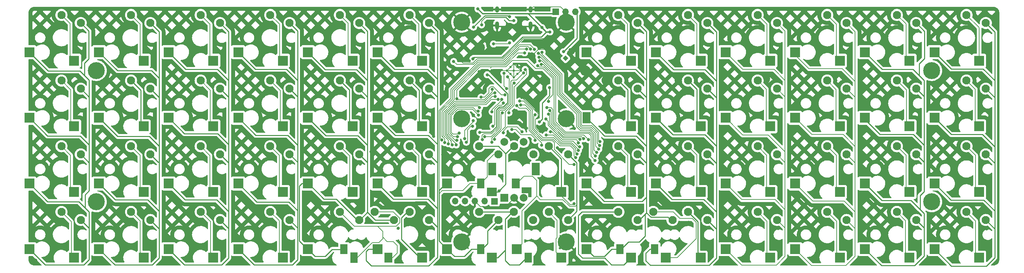
<source format=gbl>
G04 #@! TF.GenerationSoftware,KiCad,Pcbnew,(6.0.8)*
G04 #@! TF.CreationDate,2022-10-26T23:44:54+02:00*
G04 #@! TF.ProjectId,RP2040_tmp,52503230-3430-45f7-946d-702e6b696361,2.3*
G04 #@! TF.SameCoordinates,Original*
G04 #@! TF.FileFunction,Copper,L2,Bot*
G04 #@! TF.FilePolarity,Positive*
%FSLAX46Y46*%
G04 Gerber Fmt 4.6, Leading zero omitted, Abs format (unit mm)*
G04 Created by KiCad (PCBNEW (6.0.8)) date 2022-10-26 23:44:54*
%MOMM*%
%LPD*%
G01*
G04 APERTURE LIST*
G04 Aperture macros list*
%AMRotRect*
0 Rectangle, with rotation*
0 The origin of the aperture is its center*
0 $1 length*
0 $2 width*
0 $3 Rotation angle, in degrees counterclockwise*
0 Add horizontal line*
21,1,$1,$2,0,0,$3*%
G04 Aperture macros list end*
G04 #@! TA.AperFunction,ComponentPad*
%ADD10C,0.700000*%
G04 #@! TD*
G04 #@! TA.AperFunction,ComponentPad*
%ADD11C,4.400000*%
G04 #@! TD*
G04 #@! TA.AperFunction,SMDPad,CuDef*
%ADD12R,2.600000X2.600000*%
G04 #@! TD*
G04 #@! TA.AperFunction,ComponentPad*
%ADD13C,2.100000*%
G04 #@! TD*
G04 #@! TA.AperFunction,SMDPad,CuDef*
%ADD14R,2.600000X2.200000*%
G04 #@! TD*
G04 #@! TA.AperFunction,SMDPad,CuDef*
%ADD15R,2.000000X3.000000*%
G04 #@! TD*
G04 #@! TA.AperFunction,SMDPad,CuDef*
%ADD16R,1.825000X2.630000*%
G04 #@! TD*
G04 #@! TA.AperFunction,SMDPad,CuDef*
%ADD17R,1.985000X2.620000*%
G04 #@! TD*
G04 #@! TA.AperFunction,ComponentPad*
%ADD18R,1.700000X1.700000*%
G04 #@! TD*
G04 #@! TA.AperFunction,ComponentPad*
%ADD19O,1.700000X1.700000*%
G04 #@! TD*
G04 #@! TA.AperFunction,SMDPad,CuDef*
%ADD20R,2.055000X2.640000*%
G04 #@! TD*
G04 #@! TA.AperFunction,SMDPad,CuDef*
%ADD21R,1.965000X2.600000*%
G04 #@! TD*
G04 #@! TA.AperFunction,ComponentPad*
%ADD22RotRect,1.000000X1.000000X135.000000*%
G04 #@! TD*
G04 #@! TA.AperFunction,ComponentPad*
%ADD23R,2.000000X2.000000*%
G04 #@! TD*
G04 #@! TA.AperFunction,ComponentPad*
%ADD24C,2.000000*%
G04 #@! TD*
G04 #@! TA.AperFunction,ComponentPad*
%ADD25R,2.000000X3.200000*%
G04 #@! TD*
G04 #@! TA.AperFunction,ComponentPad*
%ADD26C,0.600000*%
G04 #@! TD*
G04 #@! TA.AperFunction,SMDPad,CuDef*
%ADD27R,1.895000X2.670000*%
G04 #@! TD*
G04 #@! TA.AperFunction,SMDPad,CuDef*
%ADD28R,1.885000X2.570000*%
G04 #@! TD*
G04 #@! TA.AperFunction,SMDPad,CuDef*
%ADD29R,0.927500X2.587500*%
G04 #@! TD*
G04 #@! TA.AperFunction,SMDPad,CuDef*
%ADD30R,2.570000X1.650000*%
G04 #@! TD*
G04 #@! TA.AperFunction,SMDPad,CuDef*
%ADD31R,1.925000X2.600000*%
G04 #@! TD*
G04 #@! TA.AperFunction,ComponentPad*
%ADD32O,1.000000X2.100000*%
G04 #@! TD*
G04 #@! TA.AperFunction,ComponentPad*
%ADD33O,1.000000X1.600000*%
G04 #@! TD*
G04 #@! TA.AperFunction,SMDPad,CuDef*
%ADD34R,1.965000X2.570000*%
G04 #@! TD*
G04 #@! TA.AperFunction,SMDPad,CuDef*
%ADD35R,2.055000X2.550000*%
G04 #@! TD*
G04 #@! TA.AperFunction,ViaPad*
%ADD36C,0.800000*%
G04 #@! TD*
G04 #@! TA.AperFunction,Conductor*
%ADD37C,0.200000*%
G04 #@! TD*
G04 #@! TA.AperFunction,Conductor*
%ADD38C,0.250000*%
G04 #@! TD*
G04 #@! TA.AperFunction,Conductor*
%ADD39C,0.300000*%
G04 #@! TD*
G04 #@! TA.AperFunction,Conductor*
%ADD40C,0.220000*%
G04 #@! TD*
G04 APERTURE END LIST*
D10*
X256000000Y-123650000D03*
X257650000Y-122000000D03*
X256000000Y-120350000D03*
X254833274Y-120833274D03*
X257166726Y-123166726D03*
X254833274Y-123166726D03*
X257166726Y-120833274D03*
X254350000Y-122000000D03*
D11*
X256000000Y-122000000D03*
D10*
X257650000Y-88000000D03*
X256000000Y-89650000D03*
X254350000Y-88000000D03*
X256000000Y-86350000D03*
X257166726Y-86833274D03*
X254833274Y-89166726D03*
X254833274Y-86833274D03*
D11*
X256000000Y-88000000D03*
D10*
X257166726Y-89166726D03*
X41166726Y-89166726D03*
X38833274Y-89166726D03*
D11*
X40000000Y-88000000D03*
D10*
X41166726Y-86833274D03*
X40000000Y-86350000D03*
X41650000Y-88000000D03*
X38833274Y-86833274D03*
X40000000Y-89650000D03*
X38350000Y-88000000D03*
X38350000Y-122000000D03*
X41650000Y-122000000D03*
X41166726Y-120833274D03*
X41166726Y-123166726D03*
X40000000Y-123650000D03*
D11*
X40000000Y-122000000D03*
D10*
X38833274Y-123166726D03*
X38833274Y-120833274D03*
X40000000Y-120350000D03*
X134500000Y-77150000D03*
D11*
X134500000Y-75500000D03*
D10*
X135666726Y-76666726D03*
X136150000Y-75500000D03*
X135666726Y-74333274D03*
X133333274Y-74333274D03*
X132850000Y-75500000D03*
X134500000Y-73850000D03*
X133333274Y-76666726D03*
X162666726Y-74333274D03*
X163150000Y-75500000D03*
X161500000Y-77150000D03*
X162666726Y-76666726D03*
X159850000Y-75500000D03*
X161500000Y-73850000D03*
D11*
X161500000Y-75500000D03*
D10*
X160333274Y-76666726D03*
X160333274Y-74333274D03*
X133333274Y-101666726D03*
X136150000Y-100500000D03*
X133333274Y-99333274D03*
X135666726Y-99333274D03*
D11*
X134500000Y-100500000D03*
D10*
X135666726Y-101666726D03*
X134500000Y-98850000D03*
X134500000Y-102150000D03*
X132850000Y-100500000D03*
D11*
X161500000Y-100500000D03*
D10*
X159850000Y-100500000D03*
X163150000Y-100500000D03*
X161500000Y-98850000D03*
X162666726Y-101666726D03*
X160333274Y-101666726D03*
X161500000Y-102150000D03*
X162666726Y-99333274D03*
X160333274Y-99333274D03*
D12*
X52275000Y-136450000D03*
D13*
X49000000Y-124600000D03*
X54000000Y-126700000D03*
D12*
X40725000Y-134250000D03*
X142275000Y-136450000D03*
D13*
X139000000Y-124600000D03*
D12*
X130725000Y-134250000D03*
D13*
X144000000Y-126700000D03*
X211000000Y-90600000D03*
D12*
X214275000Y-102450000D03*
X202725000Y-100250000D03*
D13*
X216000000Y-92700000D03*
D12*
X124275000Y-136450000D03*
D13*
X121000000Y-124600000D03*
D12*
X112725000Y-134250000D03*
D13*
X126000000Y-126700000D03*
X139000000Y-107600000D03*
D14*
X142275000Y-119450000D03*
D13*
X144000000Y-109700000D03*
D12*
X130725000Y-117250000D03*
D13*
X175000000Y-107600000D03*
D12*
X178275000Y-119450000D03*
D13*
X180000000Y-109700000D03*
D12*
X166725000Y-117250000D03*
D13*
X67000000Y-90600000D03*
D12*
X70275000Y-102450000D03*
D13*
X72000000Y-92700000D03*
D12*
X58725000Y-100250000D03*
D13*
X67000000Y-107600000D03*
D12*
X70275000Y-119450000D03*
X58725000Y-117250000D03*
D13*
X72000000Y-109700000D03*
D12*
X214275000Y-119450000D03*
D13*
X211000000Y-107600000D03*
D12*
X202725000Y-117250000D03*
D13*
X216000000Y-109700000D03*
X121000000Y-73600000D03*
D12*
X124275000Y-85450000D03*
D13*
X126000000Y-75700000D03*
D12*
X112725000Y-83250000D03*
D13*
X175000000Y-90600000D03*
D12*
X178275000Y-102450000D03*
D15*
X166725000Y-100250000D03*
D13*
X180000000Y-92700000D03*
D12*
X124275000Y-102450000D03*
D13*
X121000000Y-90600000D03*
X126000000Y-92700000D03*
D12*
X112725000Y-100250000D03*
D13*
X147990000Y-124600000D03*
D16*
X151652500Y-136465000D03*
D13*
X152990000Y-126700000D03*
D17*
X139407500Y-134260000D03*
D18*
X158810000Y-72750000D03*
D19*
X161350000Y-72750000D03*
X163890000Y-72750000D03*
D12*
X52275000Y-85450000D03*
D13*
X49000000Y-73600000D03*
X54000000Y-75700000D03*
D12*
X40725000Y-83250000D03*
D13*
X265000000Y-124600000D03*
D12*
X268275000Y-136450000D03*
D13*
X270000000Y-126700000D03*
D12*
X256725000Y-134250000D03*
D13*
X247000000Y-124600000D03*
D12*
X250275000Y-136450000D03*
X238725000Y-134250000D03*
D13*
X252000000Y-126700000D03*
D10*
X162656726Y-131233274D03*
X161490000Y-130750000D03*
X163140000Y-132400000D03*
X162656726Y-133566726D03*
X161490000Y-134050000D03*
D11*
X161490000Y-132400000D03*
D10*
X159840000Y-132400000D03*
X160323274Y-133566726D03*
X160323274Y-131233274D03*
D20*
X115557500Y-136470000D03*
D13*
X112010000Y-124600000D03*
X117010000Y-126700000D03*
D21*
X104052500Y-134250000D03*
D13*
X247000000Y-107600000D03*
D12*
X250275000Y-119450000D03*
D13*
X252000000Y-109700000D03*
D12*
X238725000Y-117250000D03*
X88275000Y-136450000D03*
D13*
X85000000Y-124600000D03*
X90000000Y-126700000D03*
D12*
X76725000Y-134250000D03*
D13*
X175000000Y-124600000D03*
D12*
X178275000Y-136450000D03*
D13*
X180000000Y-126700000D03*
D12*
X166725000Y-134250000D03*
D22*
X161330000Y-84850000D03*
D23*
X145510000Y-121000000D03*
D24*
X150510000Y-121000000D03*
X148010000Y-121000000D03*
D25*
X142410000Y-113500000D03*
X153610000Y-113500000D03*
D24*
X150510000Y-106500000D03*
X145510000Y-106500000D03*
D13*
X31000000Y-73600000D03*
D12*
X34275000Y-85450000D03*
D13*
X36000000Y-75700000D03*
D12*
X22725000Y-83250000D03*
X178275000Y-85450000D03*
D13*
X175000000Y-73600000D03*
D12*
X166725000Y-83250000D03*
D13*
X180000000Y-75700000D03*
X229000000Y-73600000D03*
D12*
X232275000Y-85450000D03*
X220725000Y-83250000D03*
D13*
X234000000Y-75700000D03*
D26*
X148901561Y-87108439D03*
X148000000Y-89813122D03*
X147098439Y-87108439D03*
X148000000Y-86206878D03*
X149803122Y-88010000D03*
X148901561Y-88911561D03*
X147098439Y-88911561D03*
X146196878Y-88010000D03*
X148000000Y-88010000D03*
D12*
X34275000Y-136450000D03*
D13*
X31000000Y-124600000D03*
D12*
X22725000Y-134250000D03*
D13*
X36000000Y-126700000D03*
X193000000Y-73600000D03*
D12*
X196275000Y-85450000D03*
X184725000Y-83250000D03*
D13*
X198000000Y-75700000D03*
X121000000Y-107600000D03*
D12*
X124275000Y-119450000D03*
D13*
X126000000Y-109700000D03*
D12*
X112725000Y-117250000D03*
D13*
X49000000Y-90600000D03*
D12*
X52275000Y-102450000D03*
D13*
X54000000Y-92700000D03*
D12*
X40725000Y-100250000D03*
X196275000Y-119450000D03*
D13*
X193000000Y-107600000D03*
D12*
X184725000Y-117250000D03*
D13*
X198000000Y-109700000D03*
X67000000Y-73600000D03*
D12*
X70275000Y-85450000D03*
X58725000Y-83250000D03*
D13*
X72000000Y-75700000D03*
D12*
X196275000Y-102450000D03*
D13*
X193000000Y-90600000D03*
X198000000Y-92700000D03*
D12*
X184725000Y-100250000D03*
D13*
X103000000Y-90600000D03*
D12*
X106275000Y-102450000D03*
X94725000Y-100250000D03*
D13*
X108000000Y-92700000D03*
D12*
X214275000Y-85450000D03*
D13*
X211000000Y-73600000D03*
D12*
X202725000Y-83250000D03*
D13*
X216000000Y-75700000D03*
X103000000Y-124600000D03*
D27*
X106627500Y-136485000D03*
D13*
X108000000Y-126700000D03*
D12*
X94725000Y-134250000D03*
D13*
X183990000Y-124600000D03*
D12*
X187265000Y-136450000D03*
D28*
X175357500Y-134235000D03*
D13*
X188990000Y-126700000D03*
X247000000Y-90600000D03*
D12*
X250275000Y-102450000D03*
D13*
X252000000Y-92700000D03*
D12*
X238725000Y-100250000D03*
X106275000Y-119450000D03*
D13*
X103000000Y-107600000D03*
D12*
X94725000Y-117250000D03*
D13*
X108000000Y-109700000D03*
X265000000Y-90600000D03*
D12*
X268275000Y-102450000D03*
X256725000Y-100250000D03*
D13*
X270000000Y-92700000D03*
X229000000Y-90600000D03*
D12*
X232275000Y-102450000D03*
X220725000Y-100250000D03*
D13*
X234000000Y-92700000D03*
X31000000Y-90600000D03*
D12*
X34275000Y-102450000D03*
D13*
X36000000Y-92700000D03*
D12*
X22725000Y-100250000D03*
D13*
X31000000Y-107600000D03*
D12*
X34275000Y-119450000D03*
D13*
X36000000Y-109700000D03*
D12*
X22725000Y-117250000D03*
D29*
X152083750Y-119506250D03*
D30*
X151255000Y-119025000D03*
D13*
X148010000Y-107600000D03*
D31*
X139397500Y-117250000D03*
D13*
X153010000Y-109700000D03*
D12*
X52275000Y-119450000D03*
D13*
X49000000Y-107600000D03*
X54000000Y-109700000D03*
D12*
X40725000Y-117250000D03*
D13*
X265000000Y-73600000D03*
D12*
X268275000Y-85450000D03*
D13*
X270000000Y-75700000D03*
D12*
X256725000Y-83250000D03*
D32*
X152310000Y-76360000D03*
D33*
X152310000Y-72180000D03*
D32*
X143670000Y-76360000D03*
D33*
X143670000Y-72180000D03*
D13*
X193000000Y-124600000D03*
D12*
X196275000Y-136450000D03*
D13*
X198000000Y-126700000D03*
D34*
X184407500Y-134235000D03*
D12*
X232275000Y-136450000D03*
D13*
X229000000Y-124600000D03*
D12*
X220725000Y-134250000D03*
D13*
X234000000Y-126700000D03*
D10*
X135656726Y-131233274D03*
X136140000Y-132400000D03*
D11*
X134490000Y-132400000D03*
D10*
X134490000Y-134050000D03*
X135656726Y-133566726D03*
X133323274Y-131233274D03*
X133323274Y-133566726D03*
X132840000Y-132400000D03*
X134490000Y-130750000D03*
D12*
X88275000Y-102450000D03*
D13*
X85000000Y-90600000D03*
X90000000Y-92700000D03*
D12*
X76725000Y-100250000D03*
D13*
X85000000Y-73600000D03*
D12*
X88275000Y-85450000D03*
D13*
X90000000Y-75700000D03*
D12*
X76725000Y-83250000D03*
D13*
X157000000Y-107600000D03*
D12*
X160275000Y-119450000D03*
D35*
X148452500Y-117225000D03*
D13*
X162000000Y-109700000D03*
X211000000Y-124600000D03*
D12*
X214275000Y-136450000D03*
D13*
X216000000Y-126700000D03*
D12*
X202725000Y-134250000D03*
D13*
X265000000Y-107600000D03*
D12*
X268275000Y-119450000D03*
X256725000Y-117250000D03*
D13*
X270000000Y-109700000D03*
X157000000Y-124600000D03*
D12*
X160275000Y-136450000D03*
D13*
X162000000Y-126700000D03*
D12*
X148725000Y-134250000D03*
D18*
X142970000Y-121890000D03*
D19*
X140430000Y-121790000D03*
X137890000Y-121790000D03*
X135350000Y-121790000D03*
X132810000Y-121790000D03*
D12*
X70275000Y-136450000D03*
D13*
X67000000Y-124600000D03*
D12*
X58725000Y-134250000D03*
D13*
X72000000Y-126700000D03*
X103000000Y-73600000D03*
D12*
X106275000Y-85450000D03*
D13*
X108000000Y-75700000D03*
D12*
X94725000Y-83250000D03*
X88275000Y-119450000D03*
D13*
X85000000Y-107600000D03*
X90000000Y-109700000D03*
D12*
X76725000Y-117250000D03*
X250275000Y-85450000D03*
D13*
X247000000Y-73600000D03*
X252000000Y-75700000D03*
D12*
X238725000Y-83250000D03*
X232275000Y-119450000D03*
D13*
X229000000Y-107600000D03*
X234000000Y-109700000D03*
D12*
X220725000Y-117250000D03*
D36*
X133439254Y-105120482D03*
X138758014Y-98488770D03*
X135294568Y-105640000D03*
X137470000Y-100960000D03*
X150890000Y-119300000D03*
X144150000Y-119170000D03*
X157478398Y-103831602D03*
X165020000Y-107740000D03*
X156910500Y-99322900D03*
X165030250Y-105805186D03*
X156504216Y-97630500D03*
X167229119Y-105874502D03*
X137390000Y-85000000D03*
X155240000Y-76890000D03*
X138680000Y-72050000D03*
X141087904Y-89086923D03*
X157290000Y-78000000D03*
X139190000Y-103990000D03*
X145420000Y-88710000D03*
X148028200Y-91219500D03*
X146890000Y-80870000D03*
X142999000Y-105815020D03*
X146093954Y-92686046D03*
X142720000Y-81120000D03*
X153255002Y-82525002D03*
X132420000Y-85670000D03*
X133188862Y-106088113D03*
X139110043Y-97553312D03*
X133821748Y-104197062D03*
X138800000Y-99520000D03*
X234210000Y-77760000D03*
X172000000Y-90520000D03*
X198220000Y-77680000D03*
X111070000Y-109030000D03*
X256390000Y-137390000D03*
X117910000Y-136840000D03*
X163590000Y-103010000D03*
X173070000Y-106960000D03*
X156610000Y-83160000D03*
X252150000Y-77880000D03*
X39800000Y-137500000D03*
X54230000Y-94690000D03*
X212620000Y-106180000D03*
X156700000Y-79710000D03*
X134650000Y-114490000D03*
X54110000Y-128850000D03*
X252150000Y-128830000D03*
X83260000Y-106290000D03*
X138978151Y-88298151D03*
X147960000Y-126730000D03*
X136454320Y-85486297D03*
X156980000Y-127090000D03*
X202460000Y-137230000D03*
X190710000Y-132160000D03*
X112670000Y-119720000D03*
X249150000Y-105980000D03*
X212880000Y-90110000D03*
X109100000Y-132430000D03*
X126160000Y-94670000D03*
X216070000Y-94780000D03*
X180050000Y-128630000D03*
X129570000Y-109800000D03*
X159260000Y-108020000D03*
X165170000Y-137660000D03*
X108170000Y-94690000D03*
X181770000Y-133300000D03*
X198160000Y-94710000D03*
X139140000Y-82060000D03*
X57970000Y-137470000D03*
X220320000Y-137310000D03*
X234250000Y-111810000D03*
X270130000Y-111670000D03*
X72310000Y-128870000D03*
X252020000Y-112010000D03*
X126190000Y-77840000D03*
X133490000Y-84717480D03*
X148020000Y-110770000D03*
X144280000Y-79740000D03*
X54260000Y-111880000D03*
X129310000Y-86700000D03*
X198160000Y-128760000D03*
X35910000Y-77720000D03*
X118050000Y-128850000D03*
X166450000Y-88010000D03*
X190880000Y-90490000D03*
X252290000Y-94780000D03*
X234180000Y-128760000D03*
X238330000Y-137150000D03*
X270330000Y-94580000D03*
X162220000Y-115380000D03*
X36070000Y-94640000D03*
X194850000Y-106570000D03*
X198160000Y-111470000D03*
X127240000Y-105010000D03*
X144890000Y-115360000D03*
X180260000Y-94510000D03*
X114140000Y-125610000D03*
X75830000Y-137430000D03*
X234040000Y-94710000D03*
X90180000Y-94740000D03*
X101220000Y-106230000D03*
X126580000Y-112000000D03*
X142250000Y-88010000D03*
X162160000Y-128760000D03*
X35860000Y-128640000D03*
X180390000Y-111600000D03*
X102950000Y-127140000D03*
X158530000Y-110650000D03*
X110140000Y-126550000D03*
X270200000Y-128970000D03*
X157020000Y-133490000D03*
X93920000Y-137620000D03*
X148660000Y-105690000D03*
X130110000Y-137150000D03*
X180000000Y-77840000D03*
X108010000Y-77840000D03*
X216270000Y-128900000D03*
X35860000Y-111880000D03*
X216140000Y-111810000D03*
X72220000Y-77800000D03*
X89890000Y-128870000D03*
X72080000Y-111880000D03*
X216190000Y-77800000D03*
X90030000Y-77700000D03*
X149990000Y-94930000D03*
X137360000Y-115910000D03*
X90120000Y-112000000D03*
X64970000Y-105730000D03*
X162550000Y-82630000D03*
X53960000Y-77800000D03*
X143570000Y-128880000D03*
X24370000Y-137110000D03*
X154852466Y-103777534D03*
X72440000Y-94710000D03*
X108290000Y-112230000D03*
X270280000Y-77720000D03*
X193170000Y-127280000D03*
X230990000Y-106180000D03*
X151250000Y-102890000D03*
X137550000Y-99530000D03*
X150730500Y-83430000D03*
X130109721Y-106667093D03*
X131064098Y-106964026D03*
X143027921Y-93743447D03*
X132023325Y-107244895D03*
X143142982Y-94736303D03*
X133095068Y-107257557D03*
X143861029Y-95454349D03*
X139500000Y-94900500D03*
X145661029Y-94303025D03*
X152259353Y-82437322D03*
X133220003Y-95300003D03*
X156910000Y-96020000D03*
X142358079Y-92866729D03*
X144860167Y-95481356D03*
X164327067Y-109614318D03*
X153500000Y-99460000D03*
X142321382Y-98700000D03*
X135694568Y-106558150D03*
X137331285Y-102457959D03*
X163500500Y-122475500D03*
X155084946Y-86419566D03*
X169012887Y-110151021D03*
X154660022Y-85514886D03*
X169355009Y-109211895D03*
X169914792Y-108383857D03*
X154443148Y-84539196D03*
X154322331Y-83547022D03*
X170112649Y-107404133D03*
X155276311Y-83248813D03*
X170228619Y-106411381D03*
X148699045Y-97105875D03*
X155150000Y-107350000D03*
X168960000Y-111270000D03*
X154154413Y-86784413D03*
X164648718Y-108667985D03*
X156330000Y-104680000D03*
X164679375Y-106741077D03*
X156226831Y-100548727D03*
X166022687Y-105657313D03*
X157310500Y-98330000D03*
X146880000Y-74079500D03*
X137540000Y-76750000D03*
X147949500Y-75080000D03*
X139630000Y-76170000D03*
X142299500Y-106591714D03*
X146690000Y-98950500D03*
X144970882Y-98928979D03*
X150897584Y-87739376D03*
X140434437Y-105101665D03*
X150475282Y-88645282D03*
X146330000Y-89630000D03*
X139820000Y-105890000D03*
X142556845Y-102419743D03*
X145277883Y-96389386D03*
X151250000Y-82479500D03*
X129374500Y-105990000D03*
X150110000Y-103895500D03*
X145234647Y-104074647D03*
X149699169Y-96907977D03*
X163500500Y-112320000D03*
X149508749Y-95906207D03*
X163923645Y-110528788D03*
X153460000Y-106100000D03*
X147480000Y-103280000D03*
X154565962Y-101314038D03*
X160831033Y-83146522D03*
X157231388Y-92447856D03*
D37*
X33250000Y-84110000D02*
X34275000Y-85135000D01*
X33250000Y-75850000D02*
X33250000Y-84110000D01*
X31000000Y-73600000D02*
X33250000Y-75850000D01*
X34275000Y-85135000D02*
X34275000Y-85450000D01*
X33400000Y-93000000D02*
X33400000Y-101050000D01*
X31000000Y-90600000D02*
X33400000Y-93000000D01*
X33400000Y-101050000D02*
X34275000Y-101925000D01*
X34275000Y-101925000D02*
X34275000Y-102450000D01*
X51320000Y-118495000D02*
X52275000Y-119450000D01*
X51320000Y-109920000D02*
X51320000Y-118495000D01*
X49000000Y-107600000D02*
X51320000Y-109920000D01*
X138334456Y-98488770D02*
X137445686Y-97600000D01*
X133298781Y-97600000D02*
X132034391Y-98864391D01*
X132363360Y-105120482D02*
X132076439Y-104833561D01*
X132034391Y-98864391D02*
X131425000Y-99473782D01*
X133439254Y-105120482D02*
X132363360Y-105120482D01*
X49000000Y-124600000D02*
X51380000Y-126980000D01*
X138758014Y-98488770D02*
X138334456Y-98488770D01*
X131425000Y-104182122D02*
X132076439Y-104833561D01*
X51380000Y-126980000D02*
X51380000Y-135100000D01*
X131425000Y-99473782D02*
X131425000Y-104182122D01*
X51380000Y-135100000D02*
X52275000Y-135995000D01*
X131866439Y-104623561D02*
X131475000Y-104232122D01*
X52275000Y-135995000D02*
X52275000Y-136450000D01*
X137445686Y-97600000D02*
X133298781Y-97600000D01*
X132076439Y-104833561D02*
X131866439Y-104623561D01*
X132034391Y-98864391D02*
X131475000Y-99423781D01*
X69430000Y-76030000D02*
X69430000Y-84605000D01*
X67000000Y-73600000D02*
X69430000Y-76030000D01*
X69430000Y-84605000D02*
X70275000Y-85450000D01*
X69480000Y-93080000D02*
X69480000Y-101655000D01*
X67000000Y-90600000D02*
X69480000Y-93080000D01*
X69480000Y-101655000D02*
X70275000Y-102450000D01*
X87380000Y-109980000D02*
X87380000Y-118555000D01*
X87380000Y-118555000D02*
X88275000Y-119450000D01*
X85000000Y-107600000D02*
X87380000Y-109980000D01*
X87330000Y-126930000D02*
X87330000Y-135505000D01*
X135294568Y-103505432D02*
X136820000Y-101980000D01*
X135294568Y-105640000D02*
X135294568Y-103505432D01*
X85000000Y-124600000D02*
X87330000Y-126930000D01*
X136820000Y-101980000D02*
X137470000Y-101330000D01*
X137470000Y-101330000D02*
X137470000Y-100960000D01*
X87330000Y-135505000D02*
X88275000Y-136450000D01*
X105150000Y-84325000D02*
X106275000Y-85450000D01*
X105150000Y-75750000D02*
X105150000Y-84325000D01*
X103000000Y-73600000D02*
X105150000Y-75750000D01*
D38*
X105450000Y-101100000D02*
X106275000Y-101925000D01*
X105450000Y-93050000D02*
X105450000Y-101100000D01*
X103000000Y-90600000D02*
X105450000Y-93050000D01*
X106275000Y-101925000D02*
X106275000Y-102450000D01*
D37*
X121000000Y-107600000D02*
X123430000Y-110030000D01*
X123430000Y-118070000D02*
X124275000Y-118915000D01*
X123430000Y-110030000D02*
X123430000Y-118070000D01*
X124275000Y-118915000D02*
X124275000Y-119450000D01*
D38*
X120475000Y-124600000D02*
X121000000Y-124600000D01*
X118910499Y-131673429D02*
X118910499Y-126164501D01*
X123687070Y-136450000D02*
X118910499Y-131673429D01*
X124275000Y-136450000D02*
X123687070Y-136450000D01*
X118910499Y-126164501D02*
X120475000Y-124600000D01*
X144150000Y-119150000D02*
X144575000Y-118725000D01*
X145875000Y-110600000D02*
X145875000Y-109735000D01*
X151050000Y-119460000D02*
X150890000Y-119300000D01*
X143130000Y-120270000D02*
X142458604Y-120270000D01*
X139000000Y-107600000D02*
X143975000Y-107600000D01*
X146775000Y-108600000D02*
X147050000Y-108325000D01*
X145875000Y-117425000D02*
X145875000Y-110600000D01*
X151717500Y-119460000D02*
X151050000Y-119460000D01*
D37*
X144125000Y-119175000D02*
X144575000Y-118725000D01*
D38*
X142458604Y-120270000D02*
X141956802Y-119768198D01*
X145875000Y-110600000D02*
X145875000Y-109500000D01*
X145875000Y-109500000D02*
X143975000Y-107600000D01*
X145875000Y-117425000D02*
X144575000Y-118725000D01*
X143850000Y-119450000D02*
X142275000Y-119450000D01*
D37*
X144125000Y-119200000D02*
X144125000Y-119175000D01*
D38*
X145875000Y-109500000D02*
X146775000Y-108600000D01*
X146775000Y-108600000D02*
X147775000Y-107600000D01*
X144150000Y-119170000D02*
X144150000Y-119150000D01*
X144575000Y-118725000D02*
X143850000Y-119450000D01*
X147775000Y-107600000D02*
X148010000Y-107600000D01*
D37*
X160275000Y-136450000D02*
X158860000Y-135035000D01*
X158860000Y-131559646D02*
X159170000Y-131249646D01*
X159170000Y-131249646D02*
X159170000Y-126770000D01*
X159170000Y-126770000D02*
X157000000Y-124600000D01*
X158860000Y-135035000D02*
X158860000Y-131559646D01*
X175000000Y-73600000D02*
X177360000Y-75960000D01*
X177360000Y-84535000D02*
X178275000Y-85450000D01*
X177360000Y-75960000D02*
X177360000Y-84535000D01*
D38*
X177430000Y-101605000D02*
X178275000Y-102450000D01*
X177430000Y-93030000D02*
X177430000Y-101605000D01*
X175000000Y-90600000D02*
X177430000Y-93030000D01*
D37*
X193000000Y-107600000D02*
X195300000Y-109900000D01*
X195300000Y-118090000D02*
X196275000Y-119065000D01*
X196275000Y-119065000D02*
X196275000Y-119450000D01*
X195300000Y-109900000D02*
X195300000Y-118090000D01*
X165020000Y-107740000D02*
X164688348Y-107740000D01*
X164688348Y-107740000D02*
X163254034Y-106305686D01*
X163254034Y-106305686D02*
X160376038Y-106305686D01*
D38*
X195505000Y-135095000D02*
X196275000Y-135865000D01*
D37*
X159795176Y-105724824D02*
X158895176Y-104824824D01*
X160376038Y-106305686D02*
X159795176Y-105724824D01*
D38*
X196275000Y-135865000D02*
X196275000Y-136450000D01*
D37*
X158895176Y-104824824D02*
X158640176Y-104569823D01*
X160376036Y-106305686D02*
X159795176Y-105724824D01*
D38*
X193000000Y-124600000D02*
X195505000Y-127105000D01*
D37*
X157901954Y-103831602D02*
X157478398Y-103831602D01*
X158640176Y-104569823D02*
X158493018Y-104422666D01*
X158895176Y-104824824D02*
X157901954Y-103831602D01*
D38*
X195505000Y-127105000D02*
X195505000Y-135095000D01*
D37*
X211000000Y-73600000D02*
X213430000Y-76030000D01*
X213430000Y-76030000D02*
X213430000Y-84090000D01*
X213430000Y-84090000D02*
X214275000Y-84935000D01*
X214275000Y-84935000D02*
X214275000Y-85450000D01*
X214275000Y-102155000D02*
X214275000Y-102450000D01*
X213250000Y-101130000D02*
X214275000Y-102155000D01*
X211000000Y-90600000D02*
X213250000Y-92850000D01*
X213250000Y-92850000D02*
X213250000Y-101130000D01*
X229000000Y-107600000D02*
X231350000Y-109950000D01*
X231350000Y-109950000D02*
X231350000Y-118120000D01*
X231350000Y-118120000D02*
X232275000Y-119045000D01*
X232275000Y-119045000D02*
X232275000Y-119450000D01*
X157210000Y-99622400D02*
X156910500Y-99322900D01*
X232275000Y-135905000D02*
X232275000Y-136450000D01*
X231430000Y-127030000D02*
X231430000Y-135060000D01*
X229000000Y-124600000D02*
X231430000Y-127030000D01*
X165030250Y-105805186D02*
X164730750Y-105505686D01*
X231430000Y-135060000D02*
X232275000Y-135905000D01*
X164730750Y-105505686D02*
X160707408Y-105505686D01*
X160707408Y-105505686D02*
X157210000Y-102008274D01*
X157210000Y-102008274D02*
X157210000Y-99622400D01*
X249350000Y-84100000D02*
X250275000Y-85025000D01*
X247000000Y-73600000D02*
X249350000Y-75950000D01*
X250275000Y-85025000D02*
X250275000Y-85450000D01*
X249350000Y-75950000D02*
X249350000Y-84100000D01*
X249460000Y-101090000D02*
X250275000Y-101905000D01*
X250275000Y-101905000D02*
X250275000Y-102450000D01*
X247000000Y-90600000D02*
X249460000Y-93060000D01*
X249460000Y-93060000D02*
X249460000Y-101090000D01*
X265000000Y-107600000D02*
X267380000Y-109980000D01*
X267380000Y-109980000D02*
X267380000Y-118555000D01*
X267380000Y-118555000D02*
X268275000Y-119450000D01*
X157785000Y-97814550D02*
X157785000Y-97815000D01*
X267370000Y-135120000D02*
X268275000Y-136025000D01*
X163260000Y-104705686D02*
X161038780Y-104705686D01*
X158010000Y-98040000D02*
X158010000Y-98180000D01*
X268275000Y-136025000D02*
X268275000Y-136450000D01*
X267370000Y-126970000D02*
X267370000Y-135120000D01*
X156504216Y-97630500D02*
X157600950Y-97630500D01*
X157600950Y-97630500D02*
X157785000Y-97814550D01*
X265000000Y-124600000D02*
X267370000Y-126970000D01*
X158010000Y-101676904D02*
X158010000Y-100120000D01*
X165490000Y-104705686D02*
X163260000Y-104705686D01*
X167229119Y-105874502D02*
X166060303Y-104705686D01*
X160011547Y-103678453D02*
X158010000Y-101676904D01*
X157785000Y-97815000D02*
X158010000Y-98040000D01*
X161038780Y-104705686D02*
X160011547Y-103678453D01*
X158010000Y-100120000D02*
X158010000Y-98180000D01*
X166060303Y-104705686D02*
X165490000Y-104705686D01*
D39*
X143690000Y-73330000D02*
X139960000Y-73330000D01*
X155240000Y-76890000D02*
X151680000Y-73330000D01*
D38*
X150245000Y-79285000D02*
X155105000Y-79285000D01*
X137798020Y-84591980D02*
X137390000Y-85000000D01*
X144938020Y-84591980D02*
X150245000Y-79285000D01*
X139511980Y-84591980D02*
X144938020Y-84591980D01*
X155105000Y-79285000D02*
X156370000Y-78020000D01*
D39*
X158230000Y-73330000D02*
X158810000Y-72750000D01*
D38*
X141470232Y-89086923D02*
X146386029Y-94002720D01*
X142045288Y-103976665D02*
X139203335Y-103976665D01*
D39*
X151680000Y-73330000D02*
X151020000Y-73330000D01*
D38*
X145288595Y-97403979D02*
X144264931Y-97403979D01*
X139511980Y-84591980D02*
X137512176Y-84591980D01*
D39*
X139960000Y-73330000D02*
X138680000Y-72050000D01*
D38*
X143445882Y-102576070D02*
X142045288Y-103976665D01*
D39*
X151020000Y-73330000D02*
X158230000Y-73330000D01*
D38*
X139511980Y-84591980D02*
X137798020Y-84591980D01*
D39*
X147680000Y-73330000D02*
X143690000Y-73330000D01*
X156370000Y-78020000D02*
X157270000Y-78020000D01*
X157270000Y-78020000D02*
X157290000Y-78000000D01*
D38*
X144264931Y-97403979D02*
X143445882Y-98223028D01*
X146386029Y-96306545D02*
X145288595Y-97403979D01*
X141087904Y-89086923D02*
X141470232Y-89086923D01*
X146386029Y-94002720D02*
X146386029Y-96306545D01*
X139203335Y-103976665D02*
X139190000Y-103990000D01*
X143445882Y-98223028D02*
X143445882Y-102576070D01*
D39*
X151020000Y-73330000D02*
X147680000Y-73330000D01*
X155240000Y-76890000D02*
X156370000Y-78020000D01*
D37*
X146093954Y-92686046D02*
X145420000Y-92012092D01*
X145420000Y-92012092D02*
X145420000Y-88710000D01*
X147611029Y-96813957D02*
X147611029Y-91636671D01*
X143490000Y-104830050D02*
X144000025Y-104320025D01*
X145750000Y-98674985D02*
X147611029Y-96813957D01*
X144000025Y-104320025D02*
X145750000Y-102570050D01*
X145750000Y-102570050D02*
X145750000Y-98674985D01*
X142720000Y-81120000D02*
X146640000Y-81120000D01*
X146640000Y-81120000D02*
X146890000Y-80870000D01*
X142999000Y-105321051D02*
X144000025Y-104320025D01*
X147611029Y-91636671D02*
X148028200Y-91219500D01*
X142999000Y-105815020D02*
X142999000Y-105321051D01*
X52275000Y-85025000D02*
X52275000Y-85450000D01*
X49000000Y-73600000D02*
X51370000Y-75970000D01*
X51370000Y-75970000D02*
X51370000Y-84120000D01*
X51370000Y-84120000D02*
X52275000Y-85025000D01*
X133200000Y-86450000D02*
X132420000Y-85670000D01*
X145279746Y-85416980D02*
X138607334Y-85416980D01*
X149317226Y-81379500D02*
X145279746Y-85416980D01*
X153255002Y-82525002D02*
X153255002Y-82443021D01*
X153255002Y-82443021D02*
X152191481Y-81379500D01*
X152191481Y-81379500D02*
X149317226Y-81379500D01*
X138607334Y-85416980D02*
X137574315Y-86450000D01*
X153302504Y-82477500D02*
X153255002Y-82525002D01*
X137574315Y-86450000D02*
X133200000Y-86450000D01*
D38*
X51510000Y-93110000D02*
X51510000Y-101685000D01*
X51510000Y-101685000D02*
X52275000Y-102450000D01*
X49000000Y-90600000D02*
X51510000Y-93110000D01*
D37*
X34275000Y-119045000D02*
X34275000Y-119450000D01*
X33350000Y-118120000D02*
X34275000Y-119045000D01*
X33350000Y-109950000D02*
X33350000Y-118120000D01*
X31000000Y-107600000D02*
X33350000Y-109950000D01*
X138756731Y-97200000D02*
X137860000Y-97200000D01*
X135480000Y-97200000D02*
X137860000Y-97200000D01*
X139110043Y-97553312D02*
X138756731Y-97200000D01*
X131025000Y-104347808D02*
X131025000Y-99308096D01*
X131796548Y-98536548D02*
X133133096Y-97200000D01*
X33570000Y-127170000D02*
X33570000Y-135745000D01*
X132765305Y-106088113D02*
X131025000Y-104347808D01*
X131075000Y-99258095D02*
X131796548Y-98536548D01*
X31000000Y-124600000D02*
X33570000Y-127170000D01*
X33570000Y-135745000D02*
X34275000Y-136450000D01*
X131025000Y-99308096D02*
X131796548Y-98536548D01*
X133133096Y-97200000D02*
X135480000Y-97200000D01*
X133188862Y-106088113D02*
X132765305Y-106088113D01*
X87400000Y-76000000D02*
X87400000Y-84575000D01*
X87400000Y-84575000D02*
X88275000Y-85450000D01*
X85000000Y-73600000D02*
X87400000Y-76000000D01*
X87600000Y-101775000D02*
X88275000Y-102450000D01*
X87600000Y-93200000D02*
X87600000Y-101775000D01*
X85000000Y-90600000D02*
X87600000Y-93200000D01*
X67000000Y-107600000D02*
X69400000Y-110000000D01*
X69400000Y-110000000D02*
X69400000Y-118575000D01*
X69400000Y-118575000D02*
X70275000Y-119450000D01*
X67000000Y-124600000D02*
X69520000Y-127120000D01*
X133598328Y-104420482D02*
X132229046Y-104420482D01*
X70275000Y-135865000D02*
X70275000Y-136450000D01*
X132229046Y-104420482D02*
X131825000Y-104016436D01*
X135140000Y-98000000D02*
X137280000Y-98000000D01*
X69520000Y-135110000D02*
X70275000Y-135865000D01*
X133821748Y-104197062D02*
X133598328Y-104420482D01*
X131825000Y-104016436D02*
X131825000Y-99639468D01*
X131825000Y-99639468D02*
X133464466Y-98000000D01*
X135140000Y-98000000D02*
X135640000Y-98000000D01*
X69520000Y-127120000D02*
X69520000Y-135110000D01*
X137280000Y-98000000D02*
X138800000Y-99520000D01*
X133464466Y-98000000D02*
X135140000Y-98000000D01*
X123380000Y-84130000D02*
X123380000Y-84555000D01*
X123380000Y-75980000D02*
X123380000Y-84130000D01*
X121000000Y-73600000D02*
X123380000Y-75980000D01*
X123380000Y-84130000D02*
X123400000Y-84150000D01*
X123380000Y-84555000D02*
X124275000Y-85450000D01*
X156610000Y-83160000D02*
X155998813Y-82548813D01*
X138441648Y-85016980D02*
X137408629Y-86050000D01*
X148000000Y-86206878D02*
X148000000Y-89813122D01*
X153850000Y-98724314D02*
X153642843Y-98517157D01*
X136454320Y-85486297D02*
X134258817Y-85486297D01*
X154271187Y-82548813D02*
X152760000Y-84060000D01*
X148000000Y-89813122D02*
X149803122Y-88010000D01*
X154220000Y-99090000D02*
X153647157Y-98517157D01*
X139620000Y-88010000D02*
X139190000Y-88010000D01*
D39*
X143865001Y-76555001D02*
X143670000Y-76360000D01*
D37*
X134258817Y-85486297D02*
X133490000Y-84717480D01*
X161350000Y-72750000D02*
X160110000Y-71510000D01*
X156700000Y-79710000D02*
X150421040Y-79710000D01*
X138978151Y-88298151D02*
X139266302Y-88010000D01*
X137890000Y-121790000D02*
X139340000Y-123240000D01*
D39*
X152310000Y-76360000D02*
X152114999Y-76555001D01*
D37*
X146196878Y-88010000D02*
X139620000Y-88010000D01*
X153550000Y-101160000D02*
X153550000Y-100610000D01*
X155998813Y-82548813D02*
X154271187Y-82548813D01*
X150055686Y-94930000D02*
X149990000Y-94930000D01*
X149803122Y-88010000D02*
X148000000Y-86206878D01*
X146196878Y-88010000D02*
X149803122Y-88010000D01*
X146196878Y-88010000D02*
X148000000Y-89813122D01*
X145870000Y-123240000D02*
X147809999Y-121300001D01*
X150421040Y-79710000D02*
X145114060Y-85016980D01*
X154428908Y-103777534D02*
X154852466Y-103777534D01*
X153550000Y-101160000D02*
X153550000Y-102898626D01*
X153642843Y-98517157D02*
X151102843Y-95977157D01*
X151102843Y-95977157D02*
X150055686Y-94930000D01*
X145114060Y-85016980D02*
X138441648Y-85016980D01*
X134822520Y-86050000D02*
X133490000Y-84717480D01*
X139266302Y-88010000D02*
X139620000Y-88010000D01*
D40*
X152310000Y-72180000D02*
X143670000Y-72180000D01*
D37*
X139190000Y-88010000D02*
X138800000Y-88400000D01*
X160110000Y-71510000D02*
X152980000Y-71510000D01*
X153845687Y-103194313D02*
X154428908Y-103777534D01*
X139340000Y-123240000D02*
X145870000Y-123240000D01*
X152980000Y-71510000D02*
X152310000Y-72180000D01*
X146196878Y-88010000D02*
X142250000Y-88010000D01*
X153647157Y-98517157D02*
X153642843Y-98517157D01*
X153550000Y-102898626D02*
X153845687Y-103194313D01*
D39*
X152114999Y-76555001D02*
X143865001Y-76555001D01*
D37*
X139340000Y-100940000D02*
X138960000Y-100940000D01*
X142190000Y-88010000D02*
X142180000Y-88000000D01*
X147809999Y-121300001D02*
X148010000Y-121300001D01*
X151102843Y-95977157D02*
X150650000Y-95524314D01*
X154220000Y-99940000D02*
X154220000Y-99090000D01*
X138960000Y-100940000D02*
X137550000Y-99530000D01*
X153550000Y-100610000D02*
X154220000Y-99940000D01*
X142250000Y-88010000D02*
X142190000Y-88010000D01*
X137408629Y-86050000D02*
X134822520Y-86050000D01*
X148000000Y-86206878D02*
X146196878Y-88010000D01*
X150650000Y-95524314D02*
X150650000Y-95390000D01*
X139104392Y-86616980D02*
X145776803Y-86616980D01*
D38*
X56275000Y-126275000D02*
X56275000Y-124425000D01*
D37*
X129762225Y-105347775D02*
X129425000Y-105010550D01*
X132520000Y-93201372D02*
X139104392Y-86616980D01*
D38*
X56275000Y-107625000D02*
X53725000Y-105075000D01*
X45550000Y-105075000D02*
X40725000Y-100250000D01*
D37*
X129425000Y-105010550D02*
X129425001Y-98645351D01*
D38*
X56275000Y-77975000D02*
X54000000Y-75700000D01*
X54325000Y-88000000D02*
X56275000Y-89950000D01*
X56275000Y-90450000D02*
X56275000Y-95850000D01*
X56275000Y-136575000D02*
X54524999Y-138325001D01*
D37*
X129762225Y-105347775D02*
X129475000Y-105060550D01*
D38*
X56275000Y-126275000D02*
X56275000Y-129500000D01*
X53725000Y-105075000D02*
X45550000Y-105075000D01*
X56275000Y-128975000D02*
X54000000Y-126700000D01*
X53325000Y-121475000D02*
X44950000Y-121475000D01*
X56275000Y-108875000D02*
X56275000Y-111725000D01*
X40725000Y-83250000D02*
X45475000Y-88000000D01*
X56275000Y-95850000D02*
X56275000Y-94975000D01*
X56275000Y-89950000D02*
X56275000Y-90450000D01*
X56275000Y-106225000D02*
X56275000Y-108875000D01*
X56275000Y-111725000D02*
X56275000Y-126275000D01*
D37*
X130109721Y-106667093D02*
X130074500Y-106631872D01*
D38*
X56025000Y-111725000D02*
X54000000Y-109700000D01*
D37*
X129425001Y-98645351D02*
X132520000Y-95550352D01*
X132520000Y-95550352D02*
X132520000Y-93201372D01*
D38*
X56275000Y-129500000D02*
X56275000Y-128975000D01*
X45475000Y-88000000D02*
X54325000Y-88000000D01*
X56275000Y-124425000D02*
X53325000Y-121475000D01*
X56275000Y-108875000D02*
X56275000Y-107625000D01*
X54524999Y-138325001D02*
X44800001Y-138325001D01*
D37*
X145776803Y-86616980D02*
X148963783Y-83430000D01*
D38*
X56275000Y-129500000D02*
X56275000Y-136575000D01*
D37*
X148963783Y-83430000D02*
X150730500Y-83430000D01*
D38*
X56275000Y-111725000D02*
X56025000Y-111725000D01*
D37*
X130074500Y-106631872D02*
X130074500Y-105660050D01*
D38*
X44800001Y-138325001D02*
X40725000Y-134250000D01*
D37*
X130074500Y-105660050D02*
X129762225Y-105347775D01*
D38*
X44950000Y-121475000D02*
X40725000Y-117250000D01*
X56275000Y-94975000D02*
X54000000Y-92700000D01*
X56275000Y-95850000D02*
X56275000Y-106225000D01*
X56275000Y-90450000D02*
X56275000Y-77975000D01*
X71400000Y-104325000D02*
X62800000Y-104325000D01*
D37*
X132636039Y-96000000D02*
X133510000Y-96000000D01*
D38*
X74225000Y-113500000D02*
X74225000Y-111925000D01*
X62975000Y-121500000D02*
X58725000Y-117250000D01*
X74225000Y-113500000D02*
X74225000Y-109700000D01*
D37*
X129825000Y-100405000D02*
X129825000Y-98811037D01*
D38*
X74225000Y-77925000D02*
X72000000Y-75700000D01*
X58725000Y-83250000D02*
X63165000Y-87690000D01*
D37*
X140700000Y-95765685D02*
X142232842Y-94232842D01*
D38*
X74225000Y-107150000D02*
X71400000Y-104325000D01*
X74225000Y-136575000D02*
X74225000Y-130025000D01*
D37*
X130059315Y-98576723D02*
X131628019Y-97008019D01*
X129825000Y-104844864D02*
X130740068Y-105759932D01*
X139240000Y-96000000D02*
X140465686Y-96000000D01*
X131628019Y-97008019D02*
X132636039Y-96000000D01*
D38*
X71175000Y-121500000D02*
X62975000Y-121500000D01*
D37*
X131064098Y-106083962D02*
X130740068Y-105759932D01*
X140465686Y-96000000D02*
X140700000Y-95765685D01*
X130740068Y-105759932D02*
X130615068Y-105634932D01*
D38*
X74225000Y-94925000D02*
X72000000Y-92700000D01*
X63165000Y-87690000D02*
X71365000Y-87690000D01*
X74225000Y-111925000D02*
X72000000Y-109700000D01*
D37*
X131064098Y-106964026D02*
X131064098Y-106083962D01*
D38*
X62800000Y-104325000D02*
X58725000Y-100250000D01*
X62800001Y-138325001D02*
X72474999Y-138325001D01*
D37*
X129825000Y-100405000D02*
X129825000Y-104844864D01*
X133510000Y-96000000D02*
X139240000Y-96000000D01*
D38*
X74225000Y-90550000D02*
X74225000Y-93425000D01*
X74225000Y-128925000D02*
X72000000Y-126700000D01*
X74225000Y-125825000D02*
X74225000Y-113500000D01*
D37*
X142722237Y-93743447D02*
X142232842Y-94232842D01*
D38*
X71365000Y-87690000D02*
X74225000Y-90550000D01*
X74225000Y-130025000D02*
X74225000Y-128925000D01*
D37*
X143027921Y-93743447D02*
X142722237Y-93743447D01*
D38*
X74225000Y-103975000D02*
X74225000Y-93425000D01*
X74225000Y-124550000D02*
X71175000Y-121500000D01*
X74225000Y-93100000D02*
X74225000Y-77925000D01*
X74225000Y-103975000D02*
X74225000Y-94925000D01*
X74225000Y-130025000D02*
X74225000Y-125825000D01*
D37*
X129825000Y-98811037D02*
X130059315Y-98576723D01*
D38*
X58725000Y-134250000D02*
X62800001Y-138325001D01*
X74225000Y-93425000D02*
X74225000Y-93100000D01*
X72474999Y-138325001D02*
X74225000Y-136575000D01*
X74225000Y-109700000D02*
X74225000Y-107150000D01*
X74225000Y-125825000D02*
X74225000Y-124550000D01*
X74225000Y-109700000D02*
X74225000Y-103975000D01*
D37*
X133133097Y-96400000D02*
X139550000Y-96400000D01*
X143142982Y-94736303D02*
X143086679Y-94680000D01*
D38*
X92075000Y-129975000D02*
X92075000Y-128775000D01*
X92075000Y-112925000D02*
X92075000Y-111775000D01*
X92075000Y-91800000D02*
X92075000Y-77775000D01*
X89185000Y-87660000D02*
X92075000Y-90550000D01*
X92075000Y-129975000D02*
X92075000Y-125150000D01*
X76725000Y-83250000D02*
X81135000Y-87660000D01*
X92075000Y-124300000D02*
X89800000Y-122025000D01*
X92075000Y-125150000D02*
X92075000Y-124300000D01*
D37*
X131850862Y-97350862D02*
X132575863Y-96625863D01*
X143086679Y-94680000D02*
X142351370Y-94680000D01*
D38*
X89500000Y-104775000D02*
X81250000Y-104775000D01*
D37*
X131764098Y-106920000D02*
X131764098Y-106985668D01*
X132575863Y-96625863D02*
X132801726Y-96400000D01*
D38*
X80800001Y-138325001D02*
X90749999Y-138325001D01*
X81500000Y-122025000D02*
X76725000Y-117250000D01*
D37*
X132801724Y-96400000D02*
X133133097Y-96400000D01*
D38*
X92075000Y-108700000D02*
X92075000Y-96150000D01*
X92075000Y-125150000D02*
X92075000Y-112925000D01*
X92075000Y-128775000D02*
X90000000Y-126700000D01*
X92075000Y-108700000D02*
X92075000Y-107350000D01*
D37*
X131447911Y-105902089D02*
X131035685Y-105489864D01*
D38*
X92075000Y-90550000D02*
X92075000Y-91800000D01*
X92075000Y-137000000D02*
X92075000Y-129975000D01*
D37*
X130492911Y-104947089D02*
X130275000Y-104729179D01*
X131742430Y-106196609D02*
X131447911Y-105902089D01*
X130492911Y-104947089D02*
X130225000Y-104679178D01*
D38*
X92075000Y-112925000D02*
X92075000Y-108700000D01*
D37*
X142351370Y-94680000D02*
X140631370Y-96400000D01*
X131764098Y-106985668D02*
X132023325Y-107244895D01*
D38*
X92075000Y-77775000D02*
X90000000Y-75700000D01*
X81135000Y-87660000D02*
X89185000Y-87660000D01*
D37*
X130225000Y-101825000D02*
X130225000Y-98976723D01*
X131764098Y-106218276D02*
X131764098Y-106920000D01*
X131210862Y-97990862D02*
X131850862Y-97350862D01*
D38*
X89800000Y-122025000D02*
X81500000Y-122025000D01*
X90749999Y-138325001D02*
X92075000Y-137000000D01*
X92075000Y-96150000D02*
X92075000Y-94775000D01*
X76725000Y-134250000D02*
X80800001Y-138325001D01*
X92075000Y-96150000D02*
X92075000Y-91800000D01*
D37*
X131850862Y-97350862D02*
X132801724Y-96400000D01*
D38*
X92075000Y-94775000D02*
X90000000Y-92700000D01*
D37*
X140631370Y-96400000D02*
X139550000Y-96400000D01*
D38*
X92075000Y-107350000D02*
X89500000Y-104775000D01*
D37*
X131035685Y-105489864D02*
X130702911Y-105157089D01*
X130702911Y-105157089D02*
X130492911Y-104947089D01*
D38*
X92075000Y-111775000D02*
X90000000Y-109700000D01*
D37*
X130225000Y-98976723D02*
X131210862Y-97990862D01*
X130225000Y-104679178D02*
X130225000Y-101825000D01*
D38*
X81250000Y-104775000D02*
X76725000Y-100250000D01*
D37*
X131447911Y-105902089D02*
X131764098Y-106218276D01*
X130225000Y-101825000D02*
X130225000Y-101050000D01*
D38*
X112165456Y-126700000D02*
X110150000Y-124684544D01*
X110150000Y-96075000D02*
X110150000Y-94850000D01*
X93175000Y-117250000D02*
X92525000Y-117900000D01*
D37*
X130625000Y-103975000D02*
X130625000Y-99142409D01*
X142142707Y-95454349D02*
X143861029Y-95454349D01*
X132748705Y-97018705D02*
X132967411Y-96800000D01*
D38*
X110150000Y-94850000D02*
X108000000Y-92700000D01*
D37*
X130675000Y-104563494D02*
X131120753Y-105009247D01*
X130625000Y-99142409D02*
X131313705Y-98453705D01*
X130625000Y-104513494D02*
X130625000Y-103975000D01*
D38*
X110150000Y-124725000D02*
X108175000Y-126700000D01*
D37*
X131120753Y-105009247D02*
X130625000Y-104513494D01*
D38*
X94850000Y-117250000D02*
X98895000Y-121295000D01*
X94725000Y-117250000D02*
X93175000Y-117250000D01*
X110150000Y-90575000D02*
X110150000Y-91950000D01*
X117010000Y-126700000D02*
X112165456Y-126700000D01*
D37*
X131120753Y-105009247D02*
X133095068Y-106983562D01*
D38*
X101012500Y-134312500D02*
X103672500Y-134312500D01*
X110150000Y-96075000D02*
X110150000Y-91950000D01*
X94725000Y-117250000D02*
X94850000Y-117250000D01*
X98895000Y-121295000D02*
X102095000Y-121295000D01*
X110150000Y-111850000D02*
X108000000Y-109700000D01*
D37*
X141368528Y-96228528D02*
X142142707Y-95454349D01*
D38*
X96387500Y-135912500D02*
X96600001Y-136125001D01*
X110150000Y-124684544D02*
X110150000Y-124725000D01*
X102095000Y-121295000D02*
X107500000Y-126700000D01*
X110150000Y-113325000D02*
X110150000Y-107925000D01*
X92525000Y-117900000D02*
X92525000Y-132140000D01*
X107500000Y-126700000D02*
X108000000Y-126700000D01*
D37*
X139550000Y-96800000D02*
X140797056Y-96800000D01*
X131473705Y-98293705D02*
X132967411Y-96800000D01*
D38*
X99235000Y-87760000D02*
X107335000Y-87760000D01*
X96600001Y-136125001D02*
X99199999Y-136125001D01*
X110150000Y-107925000D02*
X110150000Y-96075000D01*
D37*
X131313705Y-98453705D02*
X131473705Y-98293705D01*
D38*
X99325000Y-104850000D02*
X94725000Y-100250000D01*
X110150000Y-107925000D02*
X110150000Y-107300000D01*
X108175000Y-126700000D02*
X108000000Y-126700000D01*
X110150000Y-113325000D02*
X110150000Y-111850000D01*
X94635000Y-134250000D02*
X94725000Y-134250000D01*
D37*
X140797056Y-96800000D02*
X141368528Y-96228528D01*
D38*
X92525000Y-132140000D02*
X94635000Y-134250000D01*
X110150000Y-123175000D02*
X110150000Y-119975000D01*
X110150000Y-124684544D02*
X110150000Y-123175000D01*
X110150000Y-119325000D02*
X110150000Y-113325000D01*
X110150000Y-119975000D02*
X110150000Y-119325000D01*
D37*
X133095068Y-106983562D02*
X133095068Y-107257557D01*
X131473705Y-98293705D02*
X132748705Y-97018705D01*
D38*
X99199999Y-136125001D02*
X101012500Y-134312500D01*
X110150000Y-91950000D02*
X110150000Y-77850000D01*
X107700000Y-104850000D02*
X99325000Y-104850000D01*
X94725000Y-134250000D02*
X96387500Y-135912500D01*
X110150000Y-107300000D02*
X107700000Y-104850000D01*
D37*
X132967411Y-96800000D02*
X139550000Y-96800000D01*
D38*
X110150000Y-119325000D02*
X110150000Y-124550000D01*
X107335000Y-87760000D02*
X110150000Y-90575000D01*
X110150000Y-77850000D02*
X108000000Y-75700000D01*
X103672500Y-134312500D02*
X103735000Y-134250000D01*
X94725000Y-83250000D02*
X99235000Y-87760000D01*
X128200000Y-109675000D02*
X128200000Y-107100000D01*
X126000000Y-126700000D02*
X126350000Y-126700000D01*
D37*
X140972157Y-94362157D02*
X141560000Y-93774314D01*
D38*
X125975000Y-138600000D02*
X128200000Y-136375000D01*
X126000000Y-75700000D02*
X128200000Y-77900000D01*
X122284699Y-121325001D02*
X122314700Y-121295000D01*
X110411396Y-134250000D02*
X109785698Y-134875698D01*
X126350000Y-126700000D02*
X128200000Y-128550000D01*
D37*
X141807429Y-92427429D02*
X142064858Y-92170000D01*
X142068129Y-92166729D02*
X142648029Y-92166729D01*
D38*
X128200000Y-90200000D02*
X125700000Y-87700000D01*
X128200000Y-109675000D02*
X128200000Y-113025000D01*
D37*
X141560000Y-92674858D02*
X141807429Y-92427429D01*
X142648029Y-92166729D02*
X144784325Y-94303025D01*
D38*
X128200000Y-111900000D02*
X126000000Y-109700000D01*
X128200000Y-113025000D02*
X128200000Y-123575000D01*
X109785698Y-137255698D02*
X111130000Y-138600000D01*
X128200000Y-129625000D02*
X128200000Y-124875000D01*
X128200000Y-95325000D02*
X128200000Y-94900000D01*
X112725000Y-134250000D02*
X110411396Y-134250000D01*
D37*
X144784325Y-94303025D02*
X145661029Y-94303025D01*
D38*
X117175000Y-87700000D02*
X112725000Y-83250000D01*
X109785698Y-134875698D02*
X109785698Y-137255698D01*
D37*
X142064858Y-92170000D02*
X142100000Y-92170000D01*
D38*
X128200000Y-124875000D02*
X128200000Y-123575000D01*
X128200000Y-128550000D02*
X128200000Y-129625000D01*
X128200000Y-136375000D02*
X128200000Y-129625000D01*
X125900000Y-104800000D02*
X122650000Y-104800000D01*
X128200000Y-94900000D02*
X126000000Y-92700000D01*
X128200000Y-92125000D02*
X128200000Y-90200000D01*
X117275000Y-104800000D02*
X112725000Y-100250000D01*
X125700000Y-87700000D02*
X117175000Y-87700000D01*
X122650000Y-104800000D02*
X117275000Y-104800000D01*
D37*
X140433814Y-94900500D02*
X140972157Y-94362157D01*
D38*
X128200000Y-92125000D02*
X128200000Y-95325000D01*
X122314700Y-121295000D02*
X125752930Y-121295000D01*
X112725000Y-117250000D02*
X116800001Y-121325001D01*
D37*
X141807429Y-92427429D02*
X142068129Y-92166729D01*
D38*
X128200000Y-123742070D02*
X128200000Y-124875000D01*
X128200000Y-95325000D02*
X128200000Y-109675000D01*
X125752930Y-121295000D02*
X128200000Y-123742070D01*
D37*
X141560000Y-93774314D02*
X141560000Y-92910000D01*
D38*
X128200000Y-77900000D02*
X128200000Y-92125000D01*
D37*
X141560000Y-92910000D02*
X141560000Y-92674858D01*
X139500000Y-94900500D02*
X140433814Y-94900500D01*
D38*
X128200000Y-113025000D02*
X128200000Y-111900000D01*
X128200000Y-107100000D02*
X125900000Y-104800000D01*
X111130000Y-138600000D02*
X125975000Y-138600000D01*
X116800001Y-121325001D02*
X122284699Y-121325001D01*
D37*
X128625000Y-118975000D02*
X128625000Y-114705000D01*
X141064501Y-111395499D02*
X142760000Y-109700000D01*
D38*
X130400000Y-117250000D02*
X130725000Y-117250000D01*
D37*
X145445432Y-85816980D02*
X149482912Y-81779500D01*
X139397500Y-117250000D02*
X141064501Y-115582999D01*
X139397500Y-117250000D02*
X136616297Y-117250000D01*
D38*
X128650000Y-119000000D02*
X130400000Y-117250000D01*
D37*
X133189999Y-119100001D02*
X129459999Y-119100001D01*
D38*
X137050000Y-134250000D02*
X139715000Y-134250000D01*
D37*
X136616297Y-117250000D02*
X134766296Y-119100001D01*
X151601531Y-81779500D02*
X152259353Y-82437322D01*
X129459999Y-119100001D02*
X128650000Y-119910000D01*
X128650000Y-119000000D02*
X128625000Y-118975000D01*
X131720000Y-92870000D02*
X138773020Y-85816980D01*
D38*
X132600001Y-136125001D02*
X135174999Y-136125001D01*
X135174999Y-136125001D02*
X137050000Y-134250000D01*
D37*
X149482912Y-81779500D02*
X151601531Y-81779500D01*
X128625000Y-114705000D02*
X128625000Y-98313980D01*
D38*
X128650000Y-119910000D02*
X128650000Y-119550000D01*
D37*
X141064501Y-115582999D02*
X141064501Y-111395499D01*
X138773020Y-85816980D02*
X145445432Y-85816980D01*
D38*
X139715000Y-134250000D02*
X141150000Y-132815000D01*
X130725000Y-134250000D02*
X132600001Y-136125001D01*
D37*
X142760000Y-109700000D02*
X144000000Y-109700000D01*
D38*
X128650000Y-119310000D02*
X128650000Y-119000000D01*
X130725000Y-134250000D02*
X128650000Y-132175000D01*
X141150000Y-129550000D02*
X144000000Y-126700000D01*
D37*
X128625000Y-98313980D02*
X131720000Y-95218980D01*
D38*
X141150000Y-132815000D02*
X141150000Y-129550000D01*
X128650000Y-132175000D02*
X128650000Y-119910000D01*
X128650000Y-119550000D02*
X128650000Y-119310000D01*
D37*
X131720000Y-95218980D02*
X131720000Y-92870000D01*
X134766296Y-119100001D02*
X133189999Y-119100001D01*
X142358079Y-93541921D02*
X142358079Y-92866729D01*
X151480000Y-85380000D02*
X149140000Y-85380000D01*
X145086980Y-87016980D02*
X142235764Y-87016980D01*
X140300000Y-95600000D02*
X142358079Y-93541921D01*
X133220003Y-93067055D02*
X133220003Y-95300003D01*
X133220003Y-95300003D02*
X133520000Y-95600000D01*
X142235764Y-87016980D02*
X141931372Y-87321372D01*
X153619566Y-87519566D02*
X151480000Y-85380000D01*
X145942488Y-87016980D02*
X145611117Y-87016980D01*
X151480000Y-85380000D02*
X147579469Y-85380000D01*
X145086980Y-87016980D02*
X139270078Y-87016980D01*
X145611117Y-87016980D02*
X145086980Y-87016980D01*
X147579469Y-85380000D02*
X146879734Y-86079735D01*
X146879734Y-86079735D02*
X145942488Y-87016980D01*
X157763117Y-94533117D02*
X158010000Y-94286235D01*
X155585038Y-87519566D02*
X153619566Y-87519566D01*
X156910000Y-95386236D02*
X157763117Y-94533117D01*
X139270078Y-87016980D02*
X133220003Y-93067055D01*
X158010000Y-89944528D02*
X155585038Y-87519566D01*
X158010000Y-94286235D02*
X158010000Y-89944528D01*
X156910000Y-96020000D02*
X156910000Y-95386236D01*
X133520000Y-95600000D02*
X140300000Y-95600000D01*
X142321382Y-98177577D02*
X142869841Y-97629118D01*
X160044666Y-107105686D02*
X158318980Y-105380000D01*
X144860167Y-95642017D02*
X143781092Y-96721092D01*
X158318980Y-105380000D02*
X155465688Y-105380000D01*
X142869841Y-97629118D02*
X142989480Y-97509480D01*
X163948718Y-108264404D02*
X162790000Y-107105686D01*
X153150000Y-103064312D02*
X153150000Y-99810000D01*
X153150000Y-99810000D02*
X153500000Y-99460000D01*
X162790000Y-107105686D02*
X160044666Y-107105686D01*
X155465688Y-105380000D02*
X153150000Y-103064312D01*
X164327067Y-109614318D02*
X163948718Y-109235969D01*
X163948718Y-109235969D02*
X163948718Y-108264404D01*
X143511092Y-96991092D02*
X143781092Y-96721092D01*
X142992704Y-97509480D02*
X143511092Y-96991092D01*
X144860167Y-95481356D02*
X144860167Y-95642017D01*
X142989480Y-97509480D02*
X142992704Y-97509480D01*
X142321382Y-98700000D02*
X142321382Y-98177577D01*
D38*
X123520000Y-93120000D02*
X123520000Y-101060000D01*
X124275000Y-101815000D02*
X124275000Y-102450000D01*
X121000000Y-90600000D02*
X123520000Y-93120000D01*
X123520000Y-101060000D02*
X124275000Y-101815000D01*
D37*
X105560000Y-110160000D02*
X105560000Y-118735000D01*
X103000000Y-107600000D02*
X105560000Y-110160000D01*
X105560000Y-118735000D02*
X106275000Y-119450000D01*
X116819189Y-124600000D02*
X118485499Y-126266310D01*
X115225000Y-132275000D02*
X116800000Y-132275000D01*
X117850001Y-133325001D02*
X117850001Y-135274999D01*
X112010000Y-124600000D02*
X116819189Y-124600000D01*
X113060499Y-132564501D02*
X111385499Y-132564501D01*
X107500000Y-136450000D02*
X106275000Y-136450000D01*
X112779646Y-128350000D02*
X114074501Y-129644855D01*
X111385499Y-132564501D02*
X107500000Y-136450000D01*
X137331285Y-102457959D02*
X136907727Y-102457959D01*
X136907727Y-102457959D02*
X136000000Y-103365686D01*
X110450000Y-128350000D02*
X112779646Y-128350000D01*
X114074501Y-131124501D02*
X114074501Y-131550499D01*
X136000000Y-106252718D02*
X135694568Y-106558150D01*
X116675000Y-136450000D02*
X115285000Y-136450000D01*
X106750000Y-128350000D02*
X110450000Y-128350000D01*
X114074501Y-131124501D02*
X115225000Y-132275000D01*
X118485499Y-126266310D02*
X118485499Y-127389501D01*
X103000000Y-124600000D02*
X106750000Y-128350000D01*
X118485499Y-127389501D02*
X117525000Y-128350000D01*
X136000000Y-103365686D02*
X136000000Y-106252718D01*
X117850001Y-135274999D02*
X116675000Y-136450000D01*
X116800000Y-132275000D02*
X117850001Y-133325001D01*
X114074501Y-131550499D02*
X113060499Y-132564501D01*
X114074501Y-129644855D02*
X114074501Y-131124501D01*
X117525000Y-128350000D02*
X110450000Y-128350000D01*
X160275000Y-117975000D02*
X160275000Y-119450000D01*
X162556040Y-122730000D02*
X160275000Y-120448960D01*
D38*
X160275000Y-119450000D02*
X160275000Y-110875000D01*
D37*
X160275000Y-120448960D02*
X160275000Y-119450000D01*
X163500500Y-122475500D02*
X163246000Y-122730000D01*
D38*
X160275000Y-110875000D02*
X157000000Y-107600000D01*
D37*
X163246000Y-122730000D02*
X162556040Y-122730000D01*
D38*
X142275000Y-136450000D02*
X143825000Y-136450000D01*
X145750000Y-132825000D02*
X145750000Y-137225002D01*
X151265000Y-136450000D02*
X149389999Y-138325001D01*
X147990000Y-124600000D02*
X139000000Y-124600000D01*
X147655456Y-124600000D02*
X147990000Y-124600000D01*
X149389999Y-138325001D02*
X146849999Y-138325001D01*
X145750000Y-132825000D02*
X145750000Y-130825000D01*
X143844544Y-124600000D02*
X139000000Y-124600000D01*
X145750000Y-137225002D02*
X146849999Y-138325001D01*
X143825000Y-136450000D02*
X145750000Y-134525000D01*
X145750000Y-130825000D02*
X145750000Y-126505456D01*
X145750000Y-130825000D02*
X145750000Y-126840000D01*
X145750000Y-126505456D02*
X147655456Y-124600000D01*
X145750000Y-134525000D02*
X145750000Y-132825000D01*
D37*
X193000000Y-73600000D02*
X195310000Y-75910000D01*
X195310000Y-84110000D02*
X196275000Y-85075000D01*
X195310000Y-75910000D02*
X195310000Y-84110000D01*
X196275000Y-85075000D02*
X196275000Y-85450000D01*
D38*
X196275000Y-102125000D02*
X196275000Y-102450000D01*
X195280000Y-92880000D02*
X195280000Y-101130000D01*
X193000000Y-90600000D02*
X195280000Y-92880000D01*
X195280000Y-101130000D02*
X196275000Y-102125000D01*
D37*
X168328619Y-107660000D02*
X168328619Y-104725677D01*
D38*
X198475000Y-138400000D02*
X200350000Y-136525000D01*
X197100000Y-121350000D02*
X188825000Y-121350000D01*
D37*
X158810000Y-96520000D02*
X158810000Y-95270000D01*
X158810000Y-100170000D02*
X158810000Y-96520000D01*
D38*
X183175000Y-134250000D02*
X182114999Y-135310001D01*
X200350000Y-126750000D02*
X200350000Y-124600000D01*
D37*
X168328619Y-104725677D02*
X167716471Y-104113529D01*
D38*
X200350000Y-114650000D02*
X200350000Y-108450000D01*
X200350000Y-78050000D02*
X198000000Y-75700000D01*
D37*
X167716471Y-104113529D02*
X167508628Y-103905686D01*
D38*
X197400000Y-87800000D02*
X189275000Y-87800000D01*
X200350000Y-131550000D02*
X200350000Y-129050000D01*
X200350000Y-114650000D02*
X200350000Y-112050000D01*
X184725000Y-134250000D02*
X183175000Y-134250000D01*
X182114999Y-135310001D02*
X182114999Y-137264999D01*
D37*
X165470000Y-103905686D02*
X161370152Y-103905686D01*
D38*
X200350000Y-95050000D02*
X198000000Y-92700000D01*
X200350000Y-108450000D02*
X200350000Y-107625000D01*
D37*
X158810000Y-96520000D02*
X158810000Y-89613156D01*
X168328619Y-109466753D02*
X168328619Y-107660000D01*
D38*
X189275000Y-87800000D02*
X184725000Y-83250000D01*
X200350000Y-92225000D02*
X200350000Y-78050000D01*
X200350000Y-126750000D02*
X200350000Y-114650000D01*
X189125000Y-104650000D02*
X184725000Y-100250000D01*
X200350000Y-112050000D02*
X198000000Y-109700000D01*
X200350000Y-107625000D02*
X197375000Y-104650000D01*
X188825000Y-121350000D02*
X184725000Y-117250000D01*
X200350000Y-90750000D02*
X197400000Y-87800000D01*
X200350000Y-131550000D02*
X200350000Y-126750000D01*
D37*
X158810000Y-89613156D02*
X155616410Y-86419566D01*
D38*
X182114999Y-137264999D02*
X183250000Y-138400000D01*
D37*
X161370152Y-103905686D02*
X158810000Y-101345534D01*
D38*
X200350000Y-129050000D02*
X198000000Y-126700000D01*
D37*
X167508628Y-103905686D02*
X165470000Y-103905686D01*
D38*
X200350000Y-96450000D02*
X200350000Y-92225000D01*
X200350000Y-108450000D02*
X200350000Y-96450000D01*
X200350000Y-136525000D02*
X200350000Y-131550000D01*
D37*
X158810000Y-101345534D02*
X158810000Y-100170000D01*
X169012887Y-110151021D02*
X168328619Y-109466753D01*
X155616410Y-86419566D02*
X155084946Y-86419566D01*
D38*
X200350000Y-96450000D02*
X200350000Y-95050000D01*
X183250000Y-138400000D02*
X198475000Y-138400000D01*
X197375000Y-104650000D02*
X189125000Y-104650000D01*
X200350000Y-124600000D02*
X197100000Y-121350000D01*
X200350000Y-92225000D02*
X200350000Y-90750000D01*
D37*
X168728619Y-108161381D02*
X168728619Y-104559991D01*
X159210000Y-94310000D02*
X159210000Y-90260000D01*
X218080000Y-93980000D02*
X218080000Y-77780000D01*
X218080000Y-125655000D02*
X218080000Y-125720000D01*
X168728619Y-108585505D02*
X168728619Y-108161381D01*
X167674314Y-103505686D02*
X165183631Y-103505686D01*
X155277416Y-85514886D02*
X154660022Y-85514886D01*
X218080000Y-125720000D02*
X218080000Y-124005000D01*
X164225001Y-99325001D02*
X159210000Y-94310000D01*
X164225000Y-102547055D02*
X164225001Y-99325001D01*
X218080000Y-114910000D02*
X218080000Y-111780000D01*
X218080000Y-77780000D02*
X216000000Y-75700000D01*
X218080000Y-125720000D02*
X218080000Y-127045000D01*
X218080000Y-111780000D02*
X216000000Y-109700000D01*
X213750000Y-104700000D02*
X207175000Y-104700000D01*
X218080000Y-114910000D02*
X218080000Y-109030000D01*
X165183631Y-103505686D02*
X164225000Y-102547055D01*
X206850000Y-138375000D02*
X202725000Y-134250000D01*
X218080000Y-96290000D02*
X218080000Y-94780000D01*
X159210000Y-89447470D02*
X155277416Y-85514886D01*
X215500000Y-121425000D02*
X212000000Y-121425000D01*
X218080000Y-130495000D02*
X218080000Y-136145000D01*
X168728619Y-108161381D02*
X168728619Y-107160000D01*
X218080000Y-122655000D02*
X218080000Y-114910000D01*
X212000000Y-121425000D02*
X206900000Y-121425000D01*
X159210000Y-90260000D02*
X159210000Y-89447470D01*
X218080000Y-136145000D02*
X215850000Y-138375000D01*
X218080000Y-128780000D02*
X216000000Y-126700000D01*
X215850000Y-138375000D02*
X206850000Y-138375000D01*
X218080000Y-122655000D02*
X218080000Y-125655000D01*
X218080000Y-109030000D02*
X213750000Y-104700000D01*
X207175000Y-104700000D02*
X202725000Y-100250000D01*
X168728619Y-104559991D02*
X167674314Y-103505686D01*
X218080000Y-130495000D02*
X218080000Y-128780000D01*
X207175000Y-87700000D02*
X202725000Y-83250000D01*
X218080000Y-125655000D02*
X218080000Y-123630000D01*
X206900000Y-121425000D02*
X202725000Y-117250000D01*
X218080000Y-109030000D02*
X218080000Y-96290000D01*
X218080000Y-124005000D02*
X215500000Y-121425000D01*
X218080000Y-96290000D02*
X218080000Y-93980000D01*
X218080000Y-127045000D02*
X218080000Y-130495000D01*
X218080000Y-94780000D02*
X216000000Y-92700000D01*
X218080000Y-93980000D02*
X218080000Y-90530000D01*
X215250000Y-87700000D02*
X207175000Y-87700000D01*
X218080000Y-90530000D02*
X215250000Y-87700000D01*
X169355009Y-109211895D02*
X168728619Y-108585505D01*
X225050000Y-104575000D02*
X220725000Y-100250000D01*
X154867412Y-84539196D02*
X154443148Y-84539196D01*
X236225000Y-110375000D02*
X236225000Y-95700000D01*
X236225000Y-130475000D02*
X236225000Y-126575000D01*
X236225000Y-112450000D02*
X236225000Y-111925000D01*
X233400000Y-121800000D02*
X225275000Y-121800000D01*
X167794314Y-103060000D02*
X165303628Y-103059999D01*
X169128619Y-107597684D02*
X169128619Y-106998619D01*
X236225000Y-95700000D02*
X236225000Y-93200000D01*
X236225000Y-126575000D02*
X236225000Y-124625000D01*
X164625000Y-102381370D02*
X164625001Y-99159315D01*
X236225000Y-124625000D02*
X233400000Y-121800000D01*
X236225000Y-93200000D02*
X236225000Y-77925000D01*
X236225000Y-111925000D02*
X234000000Y-109700000D01*
X164625001Y-99159315D02*
X159610000Y-94144314D01*
X233150000Y-104575000D02*
X225050000Y-104575000D01*
X232900000Y-87500000D02*
X224275000Y-87500000D01*
X159610000Y-94144314D02*
X159610000Y-90680000D01*
X220725000Y-134250000D02*
X224950000Y-138475000D01*
X225275000Y-121800000D02*
X220725000Y-117250000D01*
X233825000Y-138475000D02*
X236225000Y-136075000D01*
X236225000Y-95700000D02*
X236225000Y-94925000D01*
X236225000Y-77925000D02*
X234000000Y-75700000D01*
X236225000Y-128925000D02*
X234000000Y-126700000D01*
X159610000Y-89281784D02*
X154867412Y-84539196D01*
X236225000Y-112450000D02*
X236225000Y-110375000D01*
X236225000Y-93200000D02*
X236225000Y-90825000D01*
X236225000Y-94925000D02*
X234000000Y-92700000D01*
X165303628Y-103059999D02*
X164625000Y-102381370D01*
X169128619Y-104394305D02*
X167794314Y-103060000D01*
X169914792Y-108383857D02*
X169128619Y-107597684D01*
X236225000Y-107650000D02*
X233150000Y-104575000D01*
X220725000Y-83950000D02*
X220725000Y-83250000D01*
X224275000Y-87500000D02*
X220725000Y-83950000D01*
X236225000Y-110375000D02*
X236225000Y-107650000D01*
X159610000Y-90680000D02*
X159610000Y-89281784D01*
X169128619Y-106998619D02*
X169128619Y-104394305D01*
X236225000Y-136075000D02*
X236225000Y-130475000D01*
X236225000Y-130475000D02*
X236225000Y-128925000D01*
X236225000Y-126575000D02*
X236225000Y-112450000D01*
X169128619Y-106998619D02*
X169128619Y-106750000D01*
X224950000Y-138475000D02*
X233825000Y-138475000D01*
X236225000Y-90825000D02*
X232900000Y-87500000D01*
D38*
X254075000Y-128775000D02*
X252000000Y-126700000D01*
X243200000Y-87725000D02*
X238725000Y-83250000D01*
D37*
X160010000Y-89770000D02*
X160010000Y-93978628D01*
D38*
X254050000Y-107300000D02*
X251275000Y-104525000D01*
X251575000Y-138525000D02*
X254075000Y-136025000D01*
X254050000Y-109900000D02*
X254050000Y-107300000D01*
X243000000Y-138525000D02*
X251575000Y-138525000D01*
X254075000Y-125050000D02*
X250700000Y-121675000D01*
D37*
X160010000Y-93978628D02*
X165025001Y-98993629D01*
X165469314Y-102660000D02*
X167960000Y-102660000D01*
X169528619Y-106820103D02*
X170112649Y-107404133D01*
X160010000Y-89116098D02*
X160010000Y-89770000D01*
D38*
X238725000Y-134250000D02*
X243000000Y-138525000D01*
X254050000Y-109900000D02*
X254050000Y-96175000D01*
X254050000Y-94750000D02*
X252000000Y-92700000D01*
X243150000Y-121675000D02*
X238725000Y-117250000D01*
X252750000Y-86250000D02*
X254125000Y-84875000D01*
X250700000Y-121675000D02*
X243150000Y-121675000D01*
X254050000Y-96175000D02*
X254050000Y-94750000D01*
X242600000Y-104525000D02*
X238725000Y-100650000D01*
X254050000Y-112925000D02*
X254050000Y-109900000D01*
X254125000Y-84875000D02*
X254125000Y-77825000D01*
X238725000Y-100650000D02*
X238725000Y-100250000D01*
X254050000Y-96175000D02*
X254050000Y-90600000D01*
X251275000Y-104525000D02*
X242600000Y-104525000D01*
D37*
X160010000Y-89770000D02*
X160009999Y-89223298D01*
X154440924Y-83547022D02*
X160010000Y-89116098D01*
D38*
X254125000Y-77825000D02*
X252000000Y-75700000D01*
X254050000Y-119375000D02*
X254050000Y-112925000D01*
X252750000Y-89300000D02*
X252750000Y-86250000D01*
D37*
X165025001Y-98993629D02*
X165025000Y-102215685D01*
D38*
X253025000Y-124000000D02*
X253025000Y-120400000D01*
X254050000Y-90600000D02*
X251175000Y-87725000D01*
X254075000Y-130450000D02*
X254075000Y-125050000D01*
X254075000Y-125050000D02*
X253025000Y-124000000D01*
X251175000Y-87725000D02*
X243200000Y-87725000D01*
X254075000Y-130450000D02*
X254075000Y-128775000D01*
X254075000Y-136025000D02*
X254075000Y-130450000D01*
X254050000Y-90600000D02*
X252750000Y-89300000D01*
D37*
X169528619Y-104228619D02*
X169528619Y-106820103D01*
D38*
X254050000Y-112925000D02*
X254050000Y-111750000D01*
X254050000Y-111750000D02*
X252000000Y-109700000D01*
D37*
X154322331Y-83547022D02*
X154440924Y-83547022D01*
X167960000Y-102660000D02*
X169528619Y-104228619D01*
X165025000Y-102215685D02*
X165469314Y-102660000D01*
D38*
X253025000Y-120400000D02*
X254050000Y-119375000D01*
D37*
X160410000Y-90890000D02*
X160410000Y-93812942D01*
X160175685Y-88716098D02*
X158539794Y-87080206D01*
D38*
X272300000Y-113950000D02*
X272300000Y-112000000D01*
X272300000Y-91500000D02*
X272300000Y-78000000D01*
D37*
X168133960Y-102260000D02*
X169928619Y-104054659D01*
D38*
X272300000Y-90575000D02*
X269300000Y-87575000D01*
X272300000Y-110425000D02*
X272300000Y-95475000D01*
X272300000Y-110425000D02*
X272300000Y-107725000D01*
X272300000Y-114200000D02*
X272300000Y-113950000D01*
D37*
X160410000Y-90890000D02*
X160410000Y-88950412D01*
X160410000Y-89531571D02*
X160410000Y-90290000D01*
X155534794Y-84075206D02*
X155276311Y-83816723D01*
D38*
X272300000Y-136425000D02*
X272300000Y-131275000D01*
X256725000Y-134250000D02*
X261100000Y-138625000D01*
D37*
X165635000Y-102260000D02*
X168133960Y-102260000D01*
D38*
X272300000Y-125175000D02*
X272300000Y-124325000D01*
X272300000Y-95000000D02*
X270000000Y-92700000D01*
D37*
X160410000Y-90290000D02*
X160410000Y-89057614D01*
D38*
X261000000Y-121525000D02*
X256725000Y-117250000D01*
D37*
X165425000Y-102050000D02*
X165635000Y-102260000D01*
D38*
X269150000Y-104575000D02*
X261050000Y-104575000D01*
X272300000Y-113950000D02*
X272300000Y-110425000D01*
D37*
X155276311Y-83816723D02*
X155276311Y-83248813D01*
D38*
X272300000Y-78000000D02*
X270000000Y-75700000D01*
X261050000Y-104575000D02*
X256725000Y-100250000D01*
D37*
X165425000Y-98827942D02*
X165425000Y-102050000D01*
D38*
X272300000Y-124325000D02*
X269500000Y-121525000D01*
X272300000Y-112000000D02*
X270000000Y-109700000D01*
X272300000Y-91500000D02*
X272300000Y-90575000D01*
D37*
X160410000Y-93812942D02*
X165425000Y-98827942D01*
D38*
X269300000Y-87575000D02*
X261050000Y-87575000D01*
D37*
X160410000Y-88950412D02*
X160175685Y-88716098D01*
D38*
X261050000Y-87575000D02*
X256725000Y-83250000D01*
X272300000Y-131275000D02*
X272300000Y-129000000D01*
D37*
X160410000Y-90290000D02*
X160410000Y-90890000D01*
D38*
X261100000Y-138625000D02*
X270100000Y-138625000D01*
X272300000Y-95475000D02*
X272300000Y-91500000D01*
D37*
X169928619Y-106208619D02*
X170131381Y-106411381D01*
D38*
X272300000Y-129000000D02*
X270000000Y-126700000D01*
D37*
X169928619Y-104054659D02*
X169928619Y-106208619D01*
X158539794Y-87080206D02*
X155534794Y-84075206D01*
D38*
X272300000Y-131275000D02*
X272300000Y-125175000D01*
X272300000Y-107725000D02*
X269150000Y-104575000D01*
X269500000Y-121525000D02*
X261000000Y-121525000D01*
D37*
X170131381Y-106411381D02*
X170228619Y-106411381D01*
D38*
X272300000Y-95475000D02*
X272300000Y-95000000D01*
X270100000Y-138625000D02*
X272300000Y-136425000D01*
X272300000Y-125175000D02*
X272300000Y-114200000D01*
D37*
X150054501Y-130590000D02*
X150054501Y-127365499D01*
X150054501Y-132920499D02*
X150054501Y-130590000D01*
X153850001Y-118809999D02*
X153850001Y-118960001D01*
X156219823Y-121429823D02*
X160690177Y-121429823D01*
X148699045Y-97105875D02*
X149382065Y-97788895D01*
D38*
X162000000Y-109700000D02*
X164225000Y-111925000D01*
D37*
X155150000Y-106761370D02*
X155150000Y-107350000D01*
D38*
X164225000Y-122815000D02*
X164225000Y-124475000D01*
X164225000Y-111925000D02*
X164225000Y-122815000D01*
D37*
X150231105Y-97788895D02*
X151217523Y-97788895D01*
X153850001Y-116483704D02*
X153850001Y-118809999D01*
X153850001Y-118809999D02*
X153850001Y-120490001D01*
X152766296Y-115399999D02*
X153850001Y-116483704D01*
X163864500Y-123175500D02*
X164225000Y-122815000D01*
X151950000Y-98521372D02*
X151950000Y-103561370D01*
X150054501Y-124325499D02*
X153850001Y-120529999D01*
X153850001Y-120529999D02*
X153850001Y-118960001D01*
X148725000Y-134250000D02*
X150054501Y-132920499D01*
X160690177Y-121429823D02*
X162435854Y-123175500D01*
X151950000Y-103561370D02*
X155150000Y-106761370D01*
X150054501Y-127365499D02*
X150054501Y-124325499D01*
X148725000Y-117250000D02*
X150575001Y-115399999D01*
X154789823Y-121429823D02*
X156219823Y-121429823D01*
D38*
X164225000Y-124475000D02*
X162000000Y-126700000D01*
D37*
X162435854Y-123175500D02*
X163864500Y-123175500D01*
X151217523Y-97788895D02*
X151950000Y-98521372D01*
X153850001Y-120490001D02*
X154789823Y-121429823D01*
X150575001Y-115399999D02*
X152766296Y-115399999D01*
X149382065Y-97788895D02*
X150231105Y-97788895D01*
D38*
X180400000Y-126700000D02*
X181050000Y-126050000D01*
X182275000Y-124829544D02*
X183420456Y-125975000D01*
X182089772Y-125014772D02*
X181054544Y-126050000D01*
X166725000Y-100250000D02*
X171450000Y-104975000D01*
X179475000Y-87700000D02*
X171175000Y-87700000D01*
X182275000Y-124829544D02*
X182089772Y-125014772D01*
X182275000Y-120775000D02*
X182275000Y-120375000D01*
X187800000Y-125975000D02*
X188525000Y-126700000D01*
X180000000Y-109700000D02*
X182275000Y-111975000D01*
X182275000Y-91425000D02*
X182275000Y-90500000D01*
X181170000Y-121880000D02*
X182275000Y-120775000D01*
D37*
X158410000Y-101511219D02*
X158410000Y-89778842D01*
X167928619Y-109721381D02*
X167928619Y-104891363D01*
D38*
X180000000Y-126700000D02*
X180400000Y-126700000D01*
X182275000Y-95925000D02*
X182275000Y-94975000D01*
X181877272Y-130856414D02*
X181877272Y-125227272D01*
X182275000Y-94975000D02*
X180000000Y-92700000D01*
X182275000Y-107625000D02*
X182275000Y-109450000D01*
X182275000Y-123950000D02*
X182275000Y-120375000D01*
X182275000Y-111975000D02*
X182275000Y-112375000D01*
X171450000Y-104975000D02*
X179625000Y-104975000D01*
X181054544Y-126050000D02*
X181050000Y-126050000D01*
X171355000Y-121880000D02*
X181170000Y-121880000D01*
X180358687Y-132374999D02*
X181877272Y-130856414D01*
D37*
X167342942Y-104305686D02*
X161204466Y-104305686D01*
D38*
X175715000Y-134250000D02*
X177590001Y-132374999D01*
X171424999Y-136125001D02*
X173300000Y-134250000D01*
X166725000Y-117250000D02*
X171355000Y-121880000D01*
X182275000Y-112375000D02*
X182275000Y-109450000D01*
D37*
X167928619Y-110238619D02*
X167928619Y-109721381D01*
D38*
X182275000Y-90500000D02*
X179475000Y-87700000D01*
X182275000Y-77975000D02*
X180000000Y-75700000D01*
D37*
X167928619Y-104891363D02*
X167342942Y-104305686D01*
D38*
X182275000Y-95925000D02*
X182275000Y-91425000D01*
X171175000Y-87700000D02*
X166725000Y-83250000D01*
D37*
X168960000Y-111270000D02*
X167928619Y-110238619D01*
D38*
X182275000Y-91425000D02*
X182275000Y-77975000D01*
X182275000Y-124829544D02*
X182275000Y-123950000D01*
D37*
X155750724Y-87119566D02*
X154489566Y-87119566D01*
X158410000Y-89778842D02*
X155750724Y-87119566D01*
D38*
X182275000Y-112375000D02*
X182275000Y-120375000D01*
X166725000Y-134250000D02*
X168600001Y-136125001D01*
X173300000Y-134250000D02*
X175715000Y-134250000D01*
X168600001Y-136125001D02*
X171424999Y-136125001D01*
X188525000Y-126700000D02*
X188990000Y-126700000D01*
D37*
X161204466Y-104305686D02*
X158410000Y-101511219D01*
D38*
X181877272Y-125227272D02*
X182089772Y-125014772D01*
X182275000Y-109450000D02*
X182275000Y-95925000D01*
X179625000Y-104975000D02*
X182275000Y-107625000D01*
D37*
X154489566Y-87119566D02*
X154154413Y-86784413D01*
D38*
X177590001Y-132374999D02*
X180358687Y-132374999D01*
X183420456Y-125975000D02*
X187800000Y-125975000D01*
D37*
X178275000Y-118945000D02*
X178275000Y-119450000D01*
X177440000Y-110040000D02*
X177440000Y-118110000D01*
X177440000Y-118110000D02*
X178275000Y-118945000D01*
X175000000Y-107600000D02*
X177440000Y-110040000D01*
X159132333Y-105627667D02*
X158482333Y-104977667D01*
X190200000Y-136450000D02*
X187265000Y-136450000D01*
X164648718Y-108398718D02*
X162955686Y-106705686D01*
D38*
X171480000Y-136575001D02*
X165725001Y-136575001D01*
D37*
X189200000Y-124600000D02*
X190925000Y-126325000D01*
X194123960Y-126325000D02*
X195080000Y-127281040D01*
D38*
X165600000Y-124600000D02*
X175000000Y-124600000D01*
X164675000Y-125525000D02*
X165600000Y-124600000D01*
D37*
X158482333Y-104977667D02*
X158302333Y-104797666D01*
D38*
X164675000Y-135525000D02*
X164675000Y-125525000D01*
D37*
X158184666Y-104680000D02*
X158482333Y-104977667D01*
X162440000Y-106705686D02*
X160210352Y-106705686D01*
D38*
X177956802Y-136768198D02*
X176399999Y-138325001D01*
D37*
X164648718Y-108667985D02*
X164648718Y-108398718D01*
X183990000Y-124600000D02*
X189200000Y-124600000D01*
X195080000Y-131570000D02*
X190200000Y-136450000D01*
X195080000Y-127281040D02*
X195080000Y-131570000D01*
X156330000Y-104680000D02*
X158184666Y-104680000D01*
D38*
X176399999Y-138325001D02*
X173230000Y-138325001D01*
D37*
X190925000Y-126325000D02*
X194123960Y-126325000D01*
X160210352Y-106705686D02*
X159247333Y-105742667D01*
X162955686Y-106705686D02*
X162440000Y-106705686D01*
D38*
X173230000Y-138325001D02*
X171480000Y-136575001D01*
D37*
X159247333Y-105742667D02*
X159132333Y-105627667D01*
D38*
X165725001Y-136575001D02*
X164675000Y-135525000D01*
D37*
X231400000Y-83920000D02*
X231400000Y-84575000D01*
X231400000Y-83920000D02*
X231400000Y-84130000D01*
X231400000Y-76000000D02*
X231400000Y-83920000D01*
X231400000Y-84575000D02*
X232275000Y-85450000D01*
X231400000Y-84130000D02*
X231410000Y-84140000D01*
X229000000Y-73600000D02*
X231400000Y-76000000D01*
X229000000Y-90600000D02*
X231310000Y-92910000D01*
X232275000Y-102095000D02*
X232275000Y-102450000D01*
X231310000Y-92910000D02*
X231310000Y-101130000D01*
X231310000Y-101130000D02*
X232275000Y-102095000D01*
X213360000Y-118090000D02*
X214275000Y-119005000D01*
X214275000Y-119005000D02*
X214275000Y-119450000D01*
X211000000Y-107600000D02*
X213360000Y-109960000D01*
X213360000Y-109960000D02*
X213360000Y-118090000D01*
X213430000Y-135605000D02*
X214275000Y-136450000D01*
X156810000Y-102173959D02*
X156810000Y-101131896D01*
X213430000Y-127030000D02*
X213430000Y-135605000D01*
X211000000Y-124600000D02*
X213430000Y-127030000D01*
X160541722Y-105905686D02*
X156810000Y-102173959D01*
X164679375Y-106741077D02*
X164679375Y-106459375D01*
X164125686Y-105905686D02*
X160541722Y-105905686D01*
X156810000Y-101131896D02*
X156226831Y-100548727D01*
X164679375Y-106459375D02*
X164125686Y-105905686D01*
X268275000Y-76875000D02*
X265000000Y-73600000D01*
X268275000Y-85450000D02*
X268275000Y-76875000D01*
X267240000Y-101415000D02*
X268275000Y-102450000D01*
X267240000Y-92840000D02*
X267240000Y-101415000D01*
X265000000Y-90600000D02*
X267240000Y-92840000D01*
X249390000Y-118565000D02*
X250275000Y-119450000D01*
X249390000Y-109990000D02*
X249390000Y-118565000D01*
X247000000Y-107600000D02*
X249390000Y-109990000D01*
X165471060Y-105105686D02*
X160873094Y-105105686D01*
X166022687Y-105657313D02*
X165471060Y-105105686D01*
X247000000Y-124600000D02*
X249250000Y-126850000D01*
X249250000Y-135070000D02*
X250275000Y-136095000D01*
X157610000Y-98629500D02*
X157310500Y-98330000D01*
X249250000Y-126850000D02*
X249250000Y-135070000D01*
X157610000Y-101842589D02*
X157610000Y-98629500D01*
X250275000Y-136095000D02*
X250275000Y-136450000D01*
X160873094Y-105105686D02*
X157610000Y-101842589D01*
D40*
X140500000Y-73790000D02*
X139620000Y-74670000D01*
X139620000Y-74670000D02*
X137540000Y-76750000D01*
X146880000Y-74079500D02*
X146590500Y-73790000D01*
X146590500Y-73790000D02*
X140500000Y-73790000D01*
X147949500Y-75080000D02*
X146770000Y-75080000D01*
D37*
X140659828Y-74210000D02*
X140673970Y-74210000D01*
D40*
X145900000Y-74210000D02*
X141120000Y-74210000D01*
X141120000Y-74210000D02*
X140673970Y-74210000D01*
D37*
X139630000Y-76170000D02*
X139630000Y-75239828D01*
D40*
X146770000Y-75080000D02*
X145900000Y-74210000D01*
D37*
X139630000Y-75239828D02*
X140659828Y-74210000D01*
X151259104Y-88100896D02*
X150897584Y-87739376D01*
X148011029Y-96979643D02*
X148011029Y-92226621D01*
X146690000Y-98950500D02*
X146690000Y-98300671D01*
X144670882Y-99228979D02*
X144670882Y-103083484D01*
X142299500Y-105454865D02*
X142299500Y-106591714D01*
X148011029Y-92226621D02*
X151259104Y-88978546D01*
X146690000Y-98300671D02*
X148011029Y-96979643D01*
X144670882Y-103083484D02*
X142299500Y-105454865D01*
X151259104Y-88978546D02*
X151259104Y-88100896D01*
X144970882Y-98928979D02*
X144670882Y-99228979D01*
X148601064Y-90519500D02*
X147530500Y-90519500D01*
X147530500Y-90519500D02*
X147211029Y-90838971D01*
X147211029Y-90838971D02*
X147211029Y-96648271D01*
X145630320Y-98228979D02*
X144606657Y-98228979D01*
X142087014Y-105101665D02*
X140434437Y-105101665D01*
X150475282Y-88645282D02*
X150442051Y-88645282D01*
X147211029Y-96648271D02*
X145630320Y-98228979D01*
X144270882Y-102917796D02*
X142087014Y-105101665D01*
X144270882Y-98564754D02*
X144270882Y-102917796D01*
X150475282Y-88645282D02*
X148601064Y-90519500D01*
X144606657Y-98228979D02*
X144270882Y-98564754D01*
X146811029Y-96482585D02*
X146811029Y-90111029D01*
X142221328Y-104401665D02*
X143870882Y-102752110D01*
X143870882Y-102752110D02*
X143870882Y-98399068D01*
X146811029Y-90111029D02*
X146330000Y-89630000D01*
X144440971Y-97828979D02*
X145464636Y-97828979D01*
X139734437Y-104811715D02*
X140144487Y-104401665D01*
X139820000Y-105890000D02*
X139734437Y-105804437D01*
X145464636Y-97828979D02*
X146811029Y-96482585D01*
X143870882Y-98399068D02*
X144440971Y-97828979D01*
X139734437Y-105804437D02*
X139734437Y-104811715D01*
X140144487Y-104401665D02*
X142221328Y-104401665D01*
X143020882Y-98046988D02*
X143020882Y-101969118D01*
X145277883Y-96502117D02*
X144801021Y-96978979D01*
X144088891Y-96978979D02*
X143020882Y-98046988D01*
X143020882Y-101969118D02*
X142570257Y-102419743D01*
X144801021Y-96978979D02*
X144088891Y-96978979D01*
X142570257Y-102419743D02*
X142556845Y-102419743D01*
X145277883Y-96389386D02*
X145277883Y-96502117D01*
D38*
X22725000Y-134250000D02*
X26800001Y-138325001D01*
D37*
X145611117Y-86216980D02*
X138938706Y-86216980D01*
D38*
X38175000Y-119100000D02*
X38175000Y-113475000D01*
X22725000Y-117250000D02*
X27435000Y-121960000D01*
X37100000Y-123575000D02*
X37100000Y-120175000D01*
X22725000Y-100250000D02*
X27425000Y-104950000D01*
X36774999Y-138325001D02*
X38150000Y-136950000D01*
D37*
X151250000Y-82479500D02*
X149348598Y-82479500D01*
D38*
X36975000Y-86100000D02*
X38100000Y-84975000D01*
X35765000Y-88090000D02*
X38175000Y-90500000D01*
X27425000Y-104950000D02*
X35900000Y-104950000D01*
X26800001Y-138325001D02*
X36774999Y-138325001D01*
D37*
X138938706Y-86216980D02*
X132120000Y-93035686D01*
D38*
X38175000Y-107225000D02*
X38175000Y-107825000D01*
X38100000Y-84975000D02*
X38100000Y-77800000D01*
D37*
X132120000Y-93035686D02*
X132120000Y-95384666D01*
X132120000Y-95384666D02*
X129025000Y-98479666D01*
D38*
X38100000Y-77800000D02*
X36000000Y-75700000D01*
X38175000Y-107825000D02*
X38175000Y-95875000D01*
X38175000Y-90500000D02*
X36975000Y-89300000D01*
X27565000Y-88090000D02*
X35765000Y-88090000D01*
X38175000Y-113475000D02*
X38175000Y-111875000D01*
X38175000Y-95875000D02*
X38175000Y-90500000D01*
X27435000Y-121960000D02*
X35485000Y-121960000D01*
X38150000Y-136950000D02*
X38150000Y-130100000D01*
X38175000Y-113475000D02*
X38175000Y-107825000D01*
X38150000Y-124625000D02*
X37100000Y-123575000D01*
X38150000Y-130100000D02*
X38150000Y-124625000D01*
X38175000Y-94875000D02*
X36000000Y-92700000D01*
X38175000Y-95875000D02*
X38175000Y-94875000D01*
X35900000Y-104950000D02*
X38175000Y-107225000D01*
D37*
X129374500Y-105990000D02*
X129075000Y-105690500D01*
X129025000Y-98479666D02*
X129025000Y-105640500D01*
D38*
X36975000Y-89300000D02*
X36975000Y-86100000D01*
X38175000Y-111875000D02*
X36000000Y-109700000D01*
X22725000Y-83250000D02*
X27565000Y-88090000D01*
X38150000Y-128850000D02*
X36000000Y-126700000D01*
X35485000Y-121960000D02*
X38150000Y-124625000D01*
D37*
X149348598Y-82479500D02*
X145611117Y-86216980D01*
D38*
X37100000Y-120175000D02*
X38175000Y-119100000D01*
D37*
X129025000Y-105640500D02*
X129374500Y-105990000D01*
D38*
X38150000Y-130100000D02*
X38150000Y-128850000D01*
D37*
X148794500Y-102580000D02*
X150110000Y-103895500D01*
X145234647Y-104074647D02*
X145234647Y-103651089D01*
X145234647Y-103651089D02*
X146305736Y-102580000D01*
X146305736Y-102580000D02*
X148794500Y-102580000D01*
X150151317Y-96907977D02*
X150159647Y-96899647D01*
X163479599Y-112299099D02*
X162300140Y-112299099D01*
X158440000Y-106632392D02*
X157987608Y-106180000D01*
X152350000Y-98355686D02*
X151442157Y-97447843D01*
X149699169Y-96907977D02*
X150151317Y-96907977D01*
X152350000Y-103395684D02*
X152350000Y-98355686D01*
X162300140Y-112299099D02*
X158440000Y-108438959D01*
X155134316Y-106180000D02*
X152350000Y-103395684D01*
X149691446Y-96899647D02*
X150159647Y-96899647D01*
X150159647Y-96899647D02*
X150893961Y-96899647D01*
X157987608Y-106180000D02*
X155134316Y-106180000D01*
X150893961Y-96899647D02*
X151442157Y-97447843D01*
X163500500Y-112320000D02*
X163479599Y-112299099D01*
X158440000Y-108438959D02*
X158440000Y-106632392D01*
X159878980Y-107505686D02*
X162624314Y-107505686D01*
X158153294Y-105780000D02*
X159878980Y-107505686D01*
X150466207Y-95906207D02*
X152750000Y-98190001D01*
X162624314Y-107505686D02*
X163548718Y-108430090D01*
X152750000Y-103229998D02*
X155300002Y-105780000D01*
X155300002Y-105780000D02*
X158153294Y-105780000D01*
X163548718Y-108430090D02*
X163548718Y-110153861D01*
X152750000Y-98190001D02*
X152750000Y-103229998D01*
X149508749Y-95906207D02*
X150466207Y-95906207D01*
X163548718Y-110153861D02*
X163923645Y-110528788D01*
X147480000Y-103280000D02*
X148504550Y-103280000D01*
X153151472Y-105328528D02*
X153460000Y-105637056D01*
X153460000Y-105637056D02*
X153460000Y-106100000D01*
X152418444Y-104595500D02*
X153151472Y-105328528D01*
X148504550Y-103280000D02*
X149332275Y-104107725D01*
X150100000Y-104595500D02*
X152418444Y-104595500D01*
X149820050Y-104595500D02*
X150100000Y-104595500D01*
X149332275Y-104107725D02*
X149820050Y-104595500D01*
D38*
X155295000Y-100585000D02*
X155295000Y-100395000D01*
X155295000Y-96400196D02*
X155962598Y-95732598D01*
X164300000Y-73160000D02*
X163890000Y-72750000D01*
X160831033Y-83146522D02*
X164300000Y-79677555D01*
X164300000Y-79677555D02*
X164300000Y-73160000D01*
X157231388Y-92447856D02*
X157231388Y-94463807D01*
X154565962Y-101314038D02*
X155295000Y-100585000D01*
X155295000Y-100395000D02*
X155295000Y-96400196D01*
X157231388Y-94463807D02*
X155962598Y-95732598D01*
X155962598Y-95732598D02*
X155295000Y-96400195D01*
G04 #@! TA.AperFunction,Conductor*
G36*
X38992012Y-135825002D02*
G01*
X39010326Y-135844661D01*
X39061739Y-135913261D01*
X39178295Y-136000615D01*
X39314684Y-136051745D01*
X39376866Y-136058500D01*
X41585406Y-136058500D01*
X41653527Y-136078502D01*
X41674501Y-136095405D01*
X43855501Y-138276405D01*
X43889527Y-138338717D01*
X43884462Y-138409532D01*
X43841915Y-138466368D01*
X43775395Y-138491179D01*
X43766406Y-138491500D01*
X37808594Y-138491500D01*
X37740473Y-138471498D01*
X37693980Y-138417842D01*
X37683876Y-138347568D01*
X37713370Y-138282988D01*
X37719483Y-138276421D01*
X38542264Y-137453641D01*
X38550538Y-137446112D01*
X38557018Y-137442000D01*
X38603644Y-137392348D01*
X38606398Y-137389507D01*
X38626135Y-137369770D01*
X38628615Y-137366573D01*
X38636320Y-137357551D01*
X38636867Y-137356969D01*
X38666586Y-137325321D01*
X38670405Y-137318375D01*
X38670407Y-137318372D01*
X38676348Y-137307566D01*
X38687199Y-137291047D01*
X38694758Y-137281301D01*
X38699614Y-137275041D01*
X38702759Y-137267772D01*
X38702762Y-137267768D01*
X38717174Y-137234463D01*
X38722391Y-137223813D01*
X38743695Y-137185060D01*
X38748733Y-137165437D01*
X38755137Y-137146734D01*
X38760033Y-137135420D01*
X38760033Y-137135419D01*
X38763181Y-137128145D01*
X38764420Y-137120322D01*
X38764423Y-137120312D01*
X38770099Y-137084476D01*
X38772505Y-137072856D01*
X38781528Y-137037711D01*
X38781528Y-137037710D01*
X38783500Y-137030030D01*
X38783500Y-137009776D01*
X38785051Y-136990065D01*
X38786980Y-136977886D01*
X38788220Y-136970057D01*
X38784059Y-136926038D01*
X38783500Y-136914181D01*
X38783500Y-135920226D01*
X38803502Y-135852105D01*
X38857158Y-135805612D01*
X38927432Y-135795508D01*
X38992012Y-135825002D01*
G37*
G04 #@! TD.AperFunction*
G04 #@! TA.AperFunction,Conductor*
G36*
X101436012Y-134966002D02*
G01*
X101482505Y-135019658D01*
X101492609Y-135089932D01*
X101467180Y-135149573D01*
X101333526Y-135320643D01*
X101333520Y-135320652D01*
X101330812Y-135324118D01*
X101328616Y-135327922D01*
X101328611Y-135327929D01*
X101239629Y-135482052D01*
X101190364Y-135567381D01*
X101085138Y-135827824D01*
X101084073Y-135832097D01*
X101084072Y-135832099D01*
X101021073Y-136084776D01*
X101017183Y-136100376D01*
X101016724Y-136104744D01*
X101016723Y-136104749D01*
X100990838Y-136351039D01*
X100987822Y-136379733D01*
X100987975Y-136384121D01*
X100987975Y-136384127D01*
X100997307Y-136651349D01*
X100997625Y-136660458D01*
X100998387Y-136664781D01*
X100998388Y-136664788D01*
X101023900Y-136809473D01*
X101046402Y-136937087D01*
X101133203Y-137204235D01*
X101135131Y-137208188D01*
X101135133Y-137208193D01*
X101181335Y-137302919D01*
X101256340Y-137456702D01*
X101258795Y-137460341D01*
X101258798Y-137460347D01*
X101309845Y-137536027D01*
X101413415Y-137689576D01*
X101601371Y-137898322D01*
X101816550Y-138078879D01*
X102054764Y-138227731D01*
X102058771Y-138229515D01*
X102058786Y-138229523D01*
X102105663Y-138250394D01*
X102159759Y-138296374D01*
X102180408Y-138364301D01*
X102161055Y-138432609D01*
X102107844Y-138479610D01*
X102054414Y-138491500D01*
X91783594Y-138491500D01*
X91715473Y-138471498D01*
X91668980Y-138417842D01*
X91658876Y-138347568D01*
X91688370Y-138282988D01*
X91694499Y-138276405D01*
X92467247Y-137503657D01*
X92475537Y-137496113D01*
X92482018Y-137492000D01*
X92496911Y-137476141D01*
X92528658Y-137442333D01*
X92531413Y-137439491D01*
X92551134Y-137419770D01*
X92553612Y-137416575D01*
X92561318Y-137407553D01*
X92574177Y-137393860D01*
X92591586Y-137375321D01*
X92601346Y-137357568D01*
X92612199Y-137341045D01*
X92619753Y-137331306D01*
X92624613Y-137325041D01*
X92642176Y-137284457D01*
X92647383Y-137273827D01*
X92668695Y-137235060D01*
X92670666Y-137227383D01*
X92670668Y-137227378D01*
X92673732Y-137215442D01*
X92680138Y-137196730D01*
X92680844Y-137195100D01*
X92688181Y-137178145D01*
X92691838Y-137155060D01*
X92695097Y-137134481D01*
X92697504Y-137122860D01*
X92706528Y-137087711D01*
X92706528Y-137087710D01*
X92708500Y-137080030D01*
X92708500Y-137059769D01*
X92710051Y-137040058D01*
X92711151Y-137033116D01*
X92713219Y-137020057D01*
X92709059Y-136976046D01*
X92708500Y-136964189D01*
X92708500Y-135782509D01*
X92728502Y-135714388D01*
X92782158Y-135667895D01*
X92852432Y-135657791D01*
X92917012Y-135687285D01*
X92952482Y-135738279D01*
X92974385Y-135796705D01*
X93061739Y-135913261D01*
X93178295Y-136000615D01*
X93314684Y-136051745D01*
X93376866Y-136058500D01*
X95585405Y-136058500D01*
X95653526Y-136078502D01*
X95674500Y-136095405D01*
X95967730Y-136388635D01*
X95967732Y-136388636D01*
X96096348Y-136517252D01*
X96103888Y-136525538D01*
X96108001Y-136532019D01*
X96113780Y-136537446D01*
X96113781Y-136537447D01*
X96157653Y-136578645D01*
X96160494Y-136581399D01*
X96180231Y-136601136D01*
X96183428Y-136603616D01*
X96192448Y-136611319D01*
X96224680Y-136641587D01*
X96231626Y-136645406D01*
X96231629Y-136645408D01*
X96242435Y-136651349D01*
X96258954Y-136662200D01*
X96274960Y-136674615D01*
X96282229Y-136677760D01*
X96282233Y-136677763D01*
X96315538Y-136692175D01*
X96326188Y-136697392D01*
X96364941Y-136718696D01*
X96372616Y-136720667D01*
X96372617Y-136720667D01*
X96384563Y-136723734D01*
X96403267Y-136730138D01*
X96408883Y-136732568D01*
X96421856Y-136738182D01*
X96429679Y-136739421D01*
X96429689Y-136739424D01*
X96465525Y-136745100D01*
X96477145Y-136747506D01*
X96508960Y-136755674D01*
X96519971Y-136758501D01*
X96540225Y-136758501D01*
X96559935Y-136760052D01*
X96579944Y-136763221D01*
X96587836Y-136762475D01*
X96606581Y-136760703D01*
X96623963Y-136759060D01*
X96635820Y-136758501D01*
X99121232Y-136758501D01*
X99132415Y-136759028D01*
X99139908Y-136760703D01*
X99147834Y-136760454D01*
X99147835Y-136760454D01*
X99207985Y-136758563D01*
X99211944Y-136758501D01*
X99239855Y-136758501D01*
X99243790Y-136758004D01*
X99243855Y-136757996D01*
X99255692Y-136757063D01*
X99287950Y-136756049D01*
X99291969Y-136755923D01*
X99299888Y-136755674D01*
X99319342Y-136750022D01*
X99338699Y-136746014D01*
X99350929Y-136744469D01*
X99350930Y-136744469D01*
X99358796Y-136743475D01*
X99366167Y-136740556D01*
X99366169Y-136740556D01*
X99399911Y-136727197D01*
X99411141Y-136723352D01*
X99445982Y-136713230D01*
X99445983Y-136713230D01*
X99453592Y-136711019D01*
X99460411Y-136706986D01*
X99460416Y-136706984D01*
X99471027Y-136700708D01*
X99488775Y-136692013D01*
X99507616Y-136684553D01*
X99543386Y-136658565D01*
X99553306Y-136652049D01*
X99584534Y-136633581D01*
X99584537Y-136633579D01*
X99591361Y-136629543D01*
X99605682Y-136615222D01*
X99620716Y-136602381D01*
X99628959Y-136596392D01*
X99637106Y-136590473D01*
X99665297Y-136556396D01*
X99673287Y-136547617D01*
X101237999Y-134982905D01*
X101300311Y-134948879D01*
X101327094Y-134946000D01*
X101367891Y-134946000D01*
X101436012Y-134966002D01*
G37*
G04 #@! TD.AperFunction*
G04 #@! TA.AperFunction,Conductor*
G36*
X23653527Y-136078502D02*
G01*
X23674501Y-136095405D01*
X25855501Y-138276405D01*
X25889527Y-138338717D01*
X25884462Y-138409532D01*
X25841915Y-138466368D01*
X25775395Y-138491179D01*
X25766406Y-138491500D01*
X24049367Y-138491500D01*
X24029982Y-138490000D01*
X24015149Y-138487690D01*
X24015145Y-138487690D01*
X24006276Y-138486309D01*
X23991019Y-138488304D01*
X23965698Y-138489047D01*
X23796715Y-138476961D01*
X23778936Y-138474404D01*
X23588607Y-138433001D01*
X23571359Y-138427937D01*
X23388850Y-138359864D01*
X23372498Y-138352396D01*
X23201542Y-138259048D01*
X23186418Y-138249328D01*
X23030486Y-138132598D01*
X23016900Y-138120825D01*
X22879175Y-137983100D01*
X22867402Y-137969514D01*
X22750672Y-137813582D01*
X22740952Y-137798458D01*
X22647604Y-137627502D01*
X22640136Y-137611150D01*
X22572063Y-137428641D01*
X22566999Y-137411392D01*
X22565963Y-137406628D01*
X22525596Y-137221064D01*
X22523038Y-137203278D01*
X22522626Y-137197506D01*
X22511719Y-137045011D01*
X22512805Y-137022245D01*
X22512334Y-137022203D01*
X22512770Y-137017345D01*
X22513576Y-137012552D01*
X22513729Y-137000000D01*
X22509773Y-136972376D01*
X22508500Y-136954514D01*
X22508500Y-136184500D01*
X22528502Y-136116379D01*
X22582158Y-136069886D01*
X22634500Y-136058500D01*
X23585406Y-136058500D01*
X23653527Y-136078502D01*
G37*
G04 #@! TD.AperFunction*
G04 #@! TA.AperFunction,Conductor*
G36*
X57110064Y-135949479D02*
G01*
X57178295Y-136000615D01*
X57314684Y-136051745D01*
X57376866Y-136058500D01*
X59585406Y-136058500D01*
X59653527Y-136078502D01*
X59674501Y-136095405D01*
X61855501Y-138276405D01*
X61889527Y-138338717D01*
X61884462Y-138409532D01*
X61841915Y-138466368D01*
X61775395Y-138491179D01*
X61766406Y-138491500D01*
X55558594Y-138491500D01*
X55490473Y-138471498D01*
X55443980Y-138417842D01*
X55433876Y-138347568D01*
X55463370Y-138282988D01*
X55469499Y-138276405D01*
X56667247Y-137078657D01*
X56675537Y-137071113D01*
X56682018Y-137067000D01*
X56699900Y-137047958D01*
X56728658Y-137017333D01*
X56731413Y-137014491D01*
X56751134Y-136994770D01*
X56753612Y-136991575D01*
X56761318Y-136982553D01*
X56772982Y-136970132D01*
X56791586Y-136950321D01*
X56800305Y-136934461D01*
X56801346Y-136932568D01*
X56812199Y-136916045D01*
X56818069Y-136908477D01*
X56824613Y-136900041D01*
X56842176Y-136859457D01*
X56847383Y-136848827D01*
X56868695Y-136810060D01*
X56870666Y-136802383D01*
X56870668Y-136802378D01*
X56873732Y-136790442D01*
X56880138Y-136771730D01*
X56882598Y-136766047D01*
X56888181Y-136753145D01*
X56889421Y-136745317D01*
X56889423Y-136745310D01*
X56895099Y-136709476D01*
X56897505Y-136697856D01*
X56906528Y-136662711D01*
X56906528Y-136662710D01*
X56908500Y-136655030D01*
X56908500Y-136634776D01*
X56910051Y-136615065D01*
X56911866Y-136603609D01*
X56913220Y-136595057D01*
X56912248Y-136584769D01*
X56909059Y-136551039D01*
X56908500Y-136539181D01*
X56908500Y-136050305D01*
X56928502Y-135982184D01*
X56982158Y-135935691D01*
X57052432Y-135925587D01*
X57110064Y-135949479D01*
G37*
G04 #@! TD.AperFunction*
G04 #@! TA.AperFunction,Conductor*
G36*
X75060890Y-135914393D02*
G01*
X75061739Y-135913261D01*
X75066930Y-135917152D01*
X75066932Y-135917153D01*
X75067143Y-135917311D01*
X75067144Y-135917312D01*
X75083882Y-135929856D01*
X75178295Y-136000615D01*
X75314684Y-136051745D01*
X75376866Y-136058500D01*
X77585406Y-136058500D01*
X77653527Y-136078502D01*
X77674501Y-136095405D01*
X79855501Y-138276405D01*
X79889527Y-138338717D01*
X79884462Y-138409532D01*
X79841915Y-138466368D01*
X79775395Y-138491179D01*
X79766406Y-138491500D01*
X73508594Y-138491500D01*
X73440473Y-138471498D01*
X73393980Y-138417842D01*
X73383876Y-138347568D01*
X73413370Y-138282988D01*
X73419499Y-138276405D01*
X74617247Y-137078657D01*
X74625537Y-137071113D01*
X74632018Y-137067000D01*
X74649900Y-137047958D01*
X74678658Y-137017333D01*
X74681413Y-137014491D01*
X74701134Y-136994770D01*
X74703612Y-136991575D01*
X74711318Y-136982553D01*
X74722982Y-136970132D01*
X74741586Y-136950321D01*
X74750305Y-136934461D01*
X74751346Y-136932568D01*
X74762199Y-136916045D01*
X74768069Y-136908477D01*
X74774613Y-136900041D01*
X74792176Y-136859457D01*
X74797383Y-136848827D01*
X74818695Y-136810060D01*
X74820666Y-136802383D01*
X74820668Y-136802378D01*
X74823732Y-136790442D01*
X74830138Y-136771730D01*
X74832598Y-136766047D01*
X74838181Y-136753145D01*
X74839421Y-136745317D01*
X74839423Y-136745310D01*
X74845099Y-136709476D01*
X74847505Y-136697856D01*
X74856528Y-136662711D01*
X74856528Y-136662710D01*
X74858500Y-136655030D01*
X74858500Y-136634776D01*
X74860051Y-136615065D01*
X74861866Y-136603609D01*
X74863220Y-136595057D01*
X74862248Y-136584769D01*
X74859059Y-136551039D01*
X74858500Y-136539181D01*
X74858500Y-136012413D01*
X74878502Y-135944292D01*
X74932158Y-135897799D01*
X75002432Y-135887695D01*
X75060890Y-135914393D01*
G37*
G04 #@! TD.AperFunction*
G04 #@! TA.AperFunction,Conductor*
G36*
X137487068Y-134903502D02*
G01*
X137533561Y-134957158D01*
X137543665Y-135027432D01*
X137514171Y-135092012D01*
X137507629Y-135098917D01*
X137506911Y-135099714D01*
X137503748Y-135102769D01*
X137330812Y-135324118D01*
X137328616Y-135327922D01*
X137328611Y-135327929D01*
X137239629Y-135482052D01*
X137190364Y-135567381D01*
X137085138Y-135827824D01*
X137084073Y-135832097D01*
X137084072Y-135832099D01*
X137021073Y-136084776D01*
X137017183Y-136100376D01*
X137016724Y-136104744D01*
X137016723Y-136104749D01*
X136990838Y-136351039D01*
X136987822Y-136379733D01*
X136987975Y-136384121D01*
X136987975Y-136384127D01*
X136997307Y-136651349D01*
X136997625Y-136660458D01*
X136998387Y-136664781D01*
X136998388Y-136664788D01*
X137023900Y-136809473D01*
X137046402Y-136937087D01*
X137133203Y-137204235D01*
X137135131Y-137208188D01*
X137135133Y-137208193D01*
X137181335Y-137302919D01*
X137256340Y-137456702D01*
X137258795Y-137460341D01*
X137258798Y-137460347D01*
X137309845Y-137536027D01*
X137413415Y-137689576D01*
X137601371Y-137898322D01*
X137816550Y-138078879D01*
X138054764Y-138227731D01*
X138058771Y-138229515D01*
X138058786Y-138229523D01*
X138105663Y-138250394D01*
X138159759Y-138296374D01*
X138180408Y-138364301D01*
X138161055Y-138432609D01*
X138107844Y-138479610D01*
X138054414Y-138491500D01*
X127283594Y-138491500D01*
X127215473Y-138471498D01*
X127168980Y-138417842D01*
X127158876Y-138347568D01*
X127188370Y-138282988D01*
X127194499Y-138276405D01*
X128592247Y-136878657D01*
X128600537Y-136871113D01*
X128607018Y-136867000D01*
X128639368Y-136832551D01*
X128653658Y-136817333D01*
X128656413Y-136814491D01*
X128676134Y-136794770D01*
X128678612Y-136791575D01*
X128686318Y-136782553D01*
X128694909Y-136773405D01*
X128716586Y-136750321D01*
X128726346Y-136732568D01*
X128737199Y-136716045D01*
X128741021Y-136711118D01*
X128749613Y-136700041D01*
X128767176Y-136659457D01*
X128772383Y-136648827D01*
X128793695Y-136610060D01*
X128795667Y-136602381D01*
X128795668Y-136602378D01*
X128798732Y-136590442D01*
X128805138Y-136571730D01*
X128808026Y-136565058D01*
X128813181Y-136553145D01*
X128814421Y-136545317D01*
X128814423Y-136545310D01*
X128820099Y-136509476D01*
X128822505Y-136497856D01*
X128831528Y-136462711D01*
X128831528Y-136462710D01*
X128833500Y-136455030D01*
X128833500Y-136434776D01*
X128835051Y-136415065D01*
X128836980Y-136402886D01*
X128838220Y-136395057D01*
X128834059Y-136351038D01*
X128833500Y-136339181D01*
X128833500Y-135986941D01*
X128853502Y-135918820D01*
X128907158Y-135872327D01*
X128977432Y-135862223D01*
X129042012Y-135891717D01*
X129049734Y-135900005D01*
X129050008Y-135899731D01*
X129056357Y-135906080D01*
X129061739Y-135913261D01*
X129178295Y-136000615D01*
X129314684Y-136051745D01*
X129376866Y-136058500D01*
X131585405Y-136058500D01*
X131653526Y-136078502D01*
X131674500Y-136095405D01*
X132096349Y-136517254D01*
X132103889Y-136525540D01*
X132108001Y-136532019D01*
X132113778Y-136537444D01*
X132157652Y-136578644D01*
X132160494Y-136581399D01*
X132180231Y-136601136D01*
X132183428Y-136603616D01*
X132192448Y-136611319D01*
X132224680Y-136641587D01*
X132231626Y-136645406D01*
X132231629Y-136645408D01*
X132242435Y-136651349D01*
X132258954Y-136662200D01*
X132274960Y-136674615D01*
X132282229Y-136677760D01*
X132282233Y-136677763D01*
X132315538Y-136692175D01*
X132326188Y-136697392D01*
X132364941Y-136718696D01*
X132372616Y-136720667D01*
X132372617Y-136720667D01*
X132384563Y-136723734D01*
X132403267Y-136730138D01*
X132408883Y-136732568D01*
X132421856Y-136738182D01*
X132429679Y-136739421D01*
X132429689Y-136739424D01*
X132465525Y-136745100D01*
X132477145Y-136747506D01*
X132508960Y-136755674D01*
X132519971Y-136758501D01*
X132540225Y-136758501D01*
X132559935Y-136760052D01*
X132579944Y-136763221D01*
X132587836Y-136762475D01*
X132606581Y-136760703D01*
X132623963Y-136759060D01*
X132635820Y-136758501D01*
X135096232Y-136758501D01*
X135107415Y-136759028D01*
X135114908Y-136760703D01*
X135122834Y-136760454D01*
X135122835Y-136760454D01*
X135182985Y-136758563D01*
X135186944Y-136758501D01*
X135214855Y-136758501D01*
X135218790Y-136758004D01*
X135218855Y-136757996D01*
X135230692Y-136757063D01*
X135262950Y-136756049D01*
X135266969Y-136755923D01*
X135274888Y-136755674D01*
X135294342Y-136750022D01*
X135313699Y-136746014D01*
X135325929Y-136744469D01*
X135325930Y-136744469D01*
X135333796Y-136743475D01*
X135341167Y-136740556D01*
X135341169Y-136740556D01*
X135374911Y-136727197D01*
X135386141Y-136723352D01*
X135420982Y-136713230D01*
X135420983Y-136713230D01*
X135428592Y-136711019D01*
X135435411Y-136706986D01*
X135435416Y-136706984D01*
X135446027Y-136700708D01*
X135463775Y-136692013D01*
X135482616Y-136684553D01*
X135518386Y-136658565D01*
X135528306Y-136652049D01*
X135559534Y-136633581D01*
X135559537Y-136633579D01*
X135566361Y-136629543D01*
X135580682Y-136615222D01*
X135595716Y-136602381D01*
X135603959Y-136596392D01*
X135612106Y-136590473D01*
X135640297Y-136556396D01*
X135648287Y-136547617D01*
X137275500Y-134920405D01*
X137337812Y-134886379D01*
X137364595Y-134883500D01*
X137418947Y-134883500D01*
X137487068Y-134903502D01*
G37*
G04 #@! TD.AperFunction*
G04 #@! TA.AperFunction,Conductor*
G36*
X271970018Y-71510000D02*
G01*
X271984851Y-71512310D01*
X271984855Y-71512310D01*
X271993724Y-71513691D01*
X272008981Y-71511696D01*
X272034302Y-71510953D01*
X272203285Y-71523039D01*
X272221064Y-71525596D01*
X272411392Y-71566999D01*
X272428641Y-71572063D01*
X272611150Y-71640136D01*
X272627502Y-71647604D01*
X272798458Y-71740952D01*
X272813582Y-71750672D01*
X272969514Y-71867402D01*
X272983100Y-71879175D01*
X273120825Y-72016900D01*
X273132598Y-72030486D01*
X273249328Y-72186418D01*
X273259048Y-72201542D01*
X273352396Y-72372498D01*
X273359864Y-72388850D01*
X273427937Y-72571359D01*
X273433001Y-72588607D01*
X273474404Y-72778936D01*
X273476961Y-72796715D01*
X273488540Y-72958601D01*
X273487793Y-72976565D01*
X273487692Y-72984845D01*
X273486309Y-72993724D01*
X273488136Y-73007693D01*
X273490436Y-73025283D01*
X273491500Y-73041621D01*
X273491500Y-136950633D01*
X273490000Y-136970018D01*
X273487690Y-136984851D01*
X273487690Y-136984855D01*
X273486309Y-136993724D01*
X273488111Y-137007501D01*
X273488304Y-137008976D01*
X273489047Y-137034302D01*
X273477375Y-137197506D01*
X273476962Y-137203279D01*
X273474404Y-137221064D01*
X273434037Y-137406628D01*
X273433001Y-137411392D01*
X273427937Y-137428641D01*
X273359864Y-137611150D01*
X273352396Y-137627502D01*
X273259048Y-137798458D01*
X273249328Y-137813582D01*
X273132598Y-137969514D01*
X273120825Y-137983100D01*
X272983100Y-138120825D01*
X272969514Y-138132598D01*
X272813582Y-138249328D01*
X272798458Y-138259048D01*
X272627502Y-138352396D01*
X272611150Y-138359864D01*
X272428641Y-138427937D01*
X272411393Y-138433001D01*
X272221064Y-138474404D01*
X272203285Y-138476961D01*
X272041395Y-138488540D01*
X272023435Y-138487793D01*
X272015155Y-138487692D01*
X272006276Y-138486309D01*
X271974714Y-138490436D01*
X271958379Y-138491500D01*
X271433594Y-138491500D01*
X271365473Y-138471498D01*
X271318980Y-138417842D01*
X271308876Y-138347568D01*
X271338370Y-138282988D01*
X271344499Y-138276405D01*
X271914656Y-137706249D01*
X272692253Y-136928652D01*
X272700539Y-136921112D01*
X272707018Y-136917000D01*
X272753644Y-136867348D01*
X272756398Y-136864507D01*
X272776135Y-136844770D01*
X272778615Y-136841573D01*
X272786320Y-136832551D01*
X272801952Y-136815905D01*
X272816586Y-136800321D01*
X272820405Y-136793375D01*
X272820407Y-136793372D01*
X272826348Y-136782566D01*
X272837199Y-136766047D01*
X272839391Y-136763221D01*
X272849614Y-136750041D01*
X272852759Y-136742772D01*
X272852762Y-136742768D01*
X272867174Y-136709463D01*
X272872391Y-136698813D01*
X272893695Y-136660060D01*
X272898733Y-136640437D01*
X272905137Y-136621734D01*
X272910033Y-136610420D01*
X272910033Y-136610419D01*
X272913181Y-136603145D01*
X272914420Y-136595322D01*
X272914423Y-136595312D01*
X272920099Y-136559476D01*
X272922505Y-136547856D01*
X272931528Y-136512711D01*
X272931528Y-136512710D01*
X272933500Y-136505030D01*
X272933500Y-136484776D01*
X272935051Y-136465065D01*
X272936980Y-136452886D01*
X272938220Y-136445057D01*
X272934059Y-136401038D01*
X272933500Y-136389181D01*
X272933500Y-129078767D01*
X272934027Y-129067584D01*
X272935702Y-129060091D01*
X272935131Y-129041907D01*
X272933562Y-128992014D01*
X272933500Y-128988055D01*
X272933500Y-124403767D01*
X272934027Y-124392584D01*
X272935702Y-124385091D01*
X272933562Y-124317000D01*
X272933500Y-124313043D01*
X272933500Y-112078767D01*
X272934027Y-112067584D01*
X272935702Y-112060091D01*
X272935131Y-112041907D01*
X272933562Y-111992014D01*
X272933500Y-111988055D01*
X272933500Y-107803768D01*
X272934027Y-107792585D01*
X272935702Y-107785092D01*
X272935407Y-107775689D01*
X272933562Y-107717002D01*
X272933500Y-107713044D01*
X272933500Y-95078767D01*
X272934027Y-95067584D01*
X272935702Y-95060091D01*
X272935131Y-95041907D01*
X272933562Y-94992014D01*
X272933500Y-94988055D01*
X272933500Y-90653768D01*
X272934027Y-90642585D01*
X272935702Y-90635092D01*
X272935131Y-90616907D01*
X272933562Y-90567002D01*
X272933500Y-90563044D01*
X272933500Y-78078767D01*
X272934027Y-78067584D01*
X272935702Y-78060091D01*
X272935419Y-78051071D01*
X272933562Y-77992014D01*
X272933500Y-77988055D01*
X272933500Y-77960144D01*
X272932995Y-77956144D01*
X272932062Y-77944301D01*
X272931973Y-77941446D01*
X272930976Y-77909748D01*
X272930922Y-77908029D01*
X272930673Y-77900110D01*
X272925022Y-77880658D01*
X272921014Y-77861306D01*
X272919467Y-77849063D01*
X272918474Y-77841203D01*
X272913805Y-77829410D01*
X272902200Y-77800097D01*
X272898355Y-77788870D01*
X272893202Y-77771134D01*
X272886018Y-77746407D01*
X272881984Y-77739585D01*
X272881981Y-77739579D01*
X272875706Y-77728968D01*
X272867010Y-77711218D01*
X272862472Y-77699756D01*
X272862469Y-77699751D01*
X272859552Y-77692383D01*
X272841389Y-77667383D01*
X272833573Y-77656625D01*
X272827057Y-77646707D01*
X272814665Y-77625754D01*
X272804542Y-77608637D01*
X272790218Y-77594313D01*
X272777376Y-77579278D01*
X272765472Y-77562893D01*
X272731406Y-77534711D01*
X272722627Y-77526722D01*
X271514656Y-76318751D01*
X271480630Y-76256439D01*
X271483919Y-76190716D01*
X271484911Y-76187665D01*
X271486805Y-76183092D01*
X271487959Y-76178285D01*
X271487961Y-76178279D01*
X271542917Y-75949370D01*
X271542918Y-75949364D01*
X271544072Y-75944557D01*
X271563319Y-75700000D01*
X271544072Y-75455443D01*
X271542269Y-75447929D01*
X271493107Y-75243159D01*
X271486805Y-75216908D01*
X271483467Y-75208848D01*
X271434671Y-75091046D01*
X271392927Y-74990268D01*
X271297948Y-74835275D01*
X271267342Y-74785330D01*
X271267340Y-74785327D01*
X271264752Y-74781104D01*
X271243866Y-74756649D01*
X271108641Y-74598323D01*
X271105433Y-74594567D01*
X271045122Y-74543056D01*
X270922663Y-74438465D01*
X270922660Y-74438463D01*
X270918896Y-74435248D01*
X270914673Y-74432660D01*
X270914670Y-74432658D01*
X270832306Y-74382186D01*
X270709732Y-74307073D01*
X270502997Y-74221440D01*
X270487665Y-74215089D01*
X270487663Y-74215088D01*
X270483092Y-74213195D01*
X270372974Y-74186758D01*
X270249370Y-74157083D01*
X270249364Y-74157082D01*
X270244557Y-74155928D01*
X270000000Y-74136681D01*
X269755443Y-74155928D01*
X269750636Y-74157082D01*
X269750630Y-74157083D01*
X269627026Y-74186758D01*
X269516908Y-74213195D01*
X269512337Y-74215088D01*
X269512335Y-74215089D01*
X269497003Y-74221440D01*
X269290268Y-74307073D01*
X269167694Y-74382186D01*
X269085330Y-74432658D01*
X269085327Y-74432660D01*
X269081104Y-74435248D01*
X269077340Y-74438463D01*
X269077337Y-74438465D01*
X268954878Y-74543056D01*
X268894567Y-74594567D01*
X268891359Y-74598323D01*
X268756135Y-74756649D01*
X268735248Y-74781104D01*
X268732660Y-74785327D01*
X268732658Y-74785330D01*
X268702052Y-74835275D01*
X268607073Y-74990268D01*
X268565329Y-75091046D01*
X268516534Y-75208848D01*
X268513195Y-75216908D01*
X268506893Y-75243159D01*
X268457732Y-75447929D01*
X268455928Y-75455443D01*
X268436681Y-75700000D01*
X268450149Y-75871118D01*
X268450558Y-75876321D01*
X268435962Y-75945801D01*
X268386120Y-75996361D01*
X268316855Y-76011947D01*
X268250159Y-75987612D01*
X268235851Y-75975302D01*
X266504405Y-74243856D01*
X266470379Y-74181544D01*
X266477092Y-74106542D01*
X266484909Y-74087671D01*
X266484912Y-74087663D01*
X266486805Y-74083092D01*
X266517297Y-73956083D01*
X266542917Y-73849370D01*
X266542918Y-73849364D01*
X266544072Y-73844557D01*
X266563319Y-73600000D01*
X266544072Y-73355443D01*
X266542252Y-73347859D01*
X266499446Y-73169562D01*
X266486805Y-73116908D01*
X266474703Y-73087690D01*
X266443579Y-73012552D01*
X266392927Y-72890268D01*
X266296400Y-72732749D01*
X266267342Y-72685330D01*
X266267340Y-72685327D01*
X266264752Y-72681104D01*
X266256550Y-72671500D01*
X266129290Y-72522500D01*
X267338139Y-72522500D01*
X267423619Y-72728866D01*
X267425422Y-72733473D01*
X267446129Y-72789601D01*
X267447750Y-72794275D01*
X267453860Y-72813079D01*
X267455296Y-72817814D01*
X267471539Y-72875407D01*
X267472789Y-72880195D01*
X267530056Y-73118730D01*
X267531116Y-73123563D01*
X267542788Y-73182242D01*
X267543658Y-73187112D01*
X267546751Y-73206640D01*
X267547429Y-73211541D01*
X267554462Y-73270961D01*
X267554947Y-73275885D01*
X267563985Y-73390720D01*
X267923389Y-73750124D01*
X269002435Y-72671078D01*
X270436445Y-72671078D01*
X271168686Y-73403319D01*
X271178717Y-73408430D01*
X271183080Y-73410762D01*
X271235275Y-73439993D01*
X271239542Y-73442494D01*
X271448706Y-73570669D01*
X271452873Y-73573336D01*
X271502611Y-73606569D01*
X271506669Y-73609397D01*
X271522666Y-73621019D01*
X271526612Y-73624007D01*
X271573614Y-73661060D01*
X271577440Y-73664199D01*
X271590371Y-73675244D01*
X272440388Y-72825227D01*
X272431991Y-72802711D01*
X272399521Y-72743249D01*
X272358901Y-72688986D01*
X272311014Y-72641099D01*
X272256751Y-72600479D01*
X272197289Y-72568009D01*
X272133783Y-72544323D01*
X272067595Y-72529924D01*
X272013362Y-72526045D01*
X272008185Y-72526351D01*
X271999225Y-72526561D01*
X271963501Y-72526125D01*
X271954552Y-72525697D01*
X271916274Y-72522500D01*
X270585023Y-72522500D01*
X270436445Y-72671078D01*
X269002435Y-72671078D01*
X268853857Y-72522500D01*
X267338139Y-72522500D01*
X266129290Y-72522500D01*
X266108641Y-72498323D01*
X266105433Y-72494567D01*
X266012590Y-72415271D01*
X265922663Y-72338465D01*
X265922660Y-72338463D01*
X265918896Y-72335248D01*
X265914673Y-72332660D01*
X265914670Y-72332658D01*
X265827605Y-72279305D01*
X265709732Y-72207073D01*
X265565033Y-72147136D01*
X265487665Y-72115089D01*
X265487663Y-72115088D01*
X265483092Y-72113195D01*
X265400437Y-72093351D01*
X265249370Y-72057083D01*
X265249364Y-72057082D01*
X265244557Y-72055928D01*
X265000000Y-72036681D01*
X264755443Y-72055928D01*
X264750636Y-72057082D01*
X264750630Y-72057083D01*
X264599563Y-72093351D01*
X264516908Y-72113195D01*
X264512337Y-72115088D01*
X264512335Y-72115089D01*
X264434967Y-72147136D01*
X264290268Y-72207073D01*
X264172395Y-72279305D01*
X264085330Y-72332658D01*
X264085327Y-72332660D01*
X264081104Y-72335248D01*
X264077340Y-72338463D01*
X264077337Y-72338465D01*
X263987410Y-72415271D01*
X263894567Y-72494567D01*
X263891359Y-72498323D01*
X263743451Y-72671500D01*
X263735248Y-72681104D01*
X263732660Y-72685327D01*
X263732658Y-72685330D01*
X263703600Y-72732749D01*
X263607073Y-72890268D01*
X263556421Y-73012552D01*
X263525298Y-73087690D01*
X263513195Y-73116908D01*
X263500554Y-73169562D01*
X263457749Y-73347859D01*
X263455928Y-73355443D01*
X263436681Y-73600000D01*
X263455928Y-73844557D01*
X263457082Y-73849364D01*
X263457083Y-73849370D01*
X263482703Y-73956083D01*
X263513195Y-74083092D01*
X263515088Y-74087663D01*
X263515089Y-74087665D01*
X263535365Y-74136614D01*
X263607073Y-74309732D01*
X263682402Y-74432658D01*
X263730455Y-74511074D01*
X263735248Y-74518896D01*
X263738463Y-74522660D01*
X263738465Y-74522663D01*
X263891200Y-74701491D01*
X263894567Y-74705433D01*
X263898323Y-74708641D01*
X264076929Y-74861186D01*
X264081104Y-74864752D01*
X264085327Y-74867340D01*
X264085330Y-74867342D01*
X264122423Y-74890072D01*
X264290268Y-74992927D01*
X264395015Y-75036315D01*
X264512335Y-75084911D01*
X264512337Y-75084912D01*
X264516908Y-75086805D01*
X264576314Y-75101067D01*
X264750630Y-75142917D01*
X264750636Y-75142918D01*
X264755443Y-75144072D01*
X265000000Y-75163319D01*
X265244557Y-75144072D01*
X265249364Y-75142918D01*
X265249370Y-75142917D01*
X265423686Y-75101067D01*
X265483092Y-75086805D01*
X265487663Y-75084912D01*
X265487671Y-75084909D01*
X265506542Y-75077092D01*
X265577131Y-75069502D01*
X265643856Y-75104405D01*
X267629595Y-77090144D01*
X267663621Y-77152456D01*
X267666500Y-77179239D01*
X267666500Y-83515500D01*
X267646498Y-83583621D01*
X267592842Y-83630114D01*
X267540500Y-83641500D01*
X266926866Y-83641500D01*
X266864684Y-83648255D01*
X266728295Y-83699385D01*
X266611739Y-83786739D01*
X266524385Y-83903295D01*
X266521951Y-83909787D01*
X266472421Y-83959205D01*
X266403030Y-83974219D01*
X266331169Y-83945072D01*
X266223880Y-83855046D01*
X266183450Y-83821121D01*
X265974447Y-83690522D01*
X265948960Y-83674596D01*
X265945236Y-83672269D01*
X265688625Y-83558018D01*
X265499229Y-83503710D01*
X265422837Y-83481805D01*
X265422836Y-83481805D01*
X265418610Y-83480593D01*
X265414260Y-83479982D01*
X265414257Y-83479981D01*
X265311310Y-83465513D01*
X265140448Y-83441500D01*
X264929854Y-83441500D01*
X264927668Y-83441653D01*
X264927664Y-83441653D01*
X264724173Y-83455882D01*
X264724168Y-83455883D01*
X264719788Y-83456189D01*
X264445030Y-83514591D01*
X264440901Y-83516094D01*
X264440897Y-83516095D01*
X264185219Y-83609154D01*
X264185215Y-83609156D01*
X264181074Y-83610663D01*
X263933058Y-83742536D01*
X263929499Y-83745122D01*
X263929497Y-83745123D01*
X263721682Y-83896109D01*
X263705808Y-83907642D01*
X263702644Y-83910698D01*
X263702641Y-83910700D01*
X263638633Y-83972512D01*
X263503748Y-84102769D01*
X263330812Y-84324118D01*
X263328616Y-84327922D01*
X263328611Y-84327929D01*
X263250596Y-84463056D01*
X263190364Y-84567381D01*
X263085138Y-84827824D01*
X263084073Y-84832097D01*
X263084072Y-84832099D01*
X263019661Y-85090438D01*
X263017183Y-85100376D01*
X263016724Y-85104744D01*
X263016723Y-85104749D01*
X262988903Y-85369446D01*
X262987822Y-85379733D01*
X262987975Y-85384121D01*
X262987975Y-85384127D01*
X262996603Y-85631190D01*
X262997625Y-85660458D01*
X262998387Y-85664781D01*
X262998388Y-85664788D01*
X263028983Y-85838299D01*
X263046402Y-85937087D01*
X263133203Y-86204235D01*
X263135131Y-86208188D01*
X263135133Y-86208193D01*
X263170095Y-86279875D01*
X263256340Y-86456702D01*
X263258795Y-86460341D01*
X263258798Y-86460347D01*
X263312637Y-86540166D01*
X263413415Y-86689576D01*
X263438790Y-86717757D01*
X263450884Y-86731189D01*
X263481601Y-86795196D01*
X263472838Y-86865650D01*
X263427375Y-86920181D01*
X263357248Y-86941500D01*
X261364594Y-86941500D01*
X261296473Y-86921498D01*
X261275499Y-86904595D01*
X259844499Y-85473595D01*
X259810473Y-85411283D01*
X259815538Y-85340468D01*
X259858085Y-85283632D01*
X259924605Y-85258821D01*
X259933594Y-85258500D01*
X260070146Y-85258500D01*
X260072332Y-85258347D01*
X260072336Y-85258347D01*
X260275827Y-85244118D01*
X260275832Y-85244117D01*
X260280212Y-85243811D01*
X260554970Y-85185409D01*
X260559099Y-85183906D01*
X260559103Y-85183905D01*
X260814781Y-85090846D01*
X260814785Y-85090844D01*
X260818926Y-85089337D01*
X261066942Y-84957464D01*
X261073688Y-84952563D01*
X261290629Y-84794947D01*
X261290632Y-84794944D01*
X261294192Y-84792358D01*
X261298398Y-84788297D01*
X261430833Y-84660405D01*
X261496252Y-84597231D01*
X261669188Y-84375882D01*
X261671384Y-84372078D01*
X261671389Y-84372071D01*
X261806504Y-84138043D01*
X261809636Y-84132619D01*
X261914862Y-83872176D01*
X261919774Y-83852477D01*
X261981753Y-83603893D01*
X261981754Y-83603888D01*
X261982817Y-83599624D01*
X261986158Y-83567842D01*
X262011719Y-83324636D01*
X262011719Y-83324633D01*
X262012178Y-83320267D01*
X262011625Y-83304431D01*
X262002529Y-83043939D01*
X262002528Y-83043933D01*
X262002375Y-83039542D01*
X261988907Y-82963157D01*
X261954360Y-82767236D01*
X261953598Y-82762913D01*
X261866797Y-82495765D01*
X261853088Y-82467656D01*
X261791623Y-82341637D01*
X261743660Y-82243298D01*
X261741205Y-82239659D01*
X261741202Y-82239653D01*
X261627431Y-82070981D01*
X261586585Y-82010424D01*
X261398629Y-81801678D01*
X261391864Y-81796001D01*
X261299866Y-81718806D01*
X261183450Y-81621121D01*
X260945236Y-81472269D01*
X260765376Y-81392190D01*
X260692639Y-81359805D01*
X260692637Y-81359804D01*
X260688625Y-81358018D01*
X260418610Y-81280593D01*
X260414260Y-81279982D01*
X260414257Y-81279981D01*
X260311310Y-81265513D01*
X260140448Y-81241500D01*
X259929854Y-81241500D01*
X259927668Y-81241653D01*
X259927664Y-81241653D01*
X259724173Y-81255882D01*
X259724168Y-81255883D01*
X259719788Y-81256189D01*
X259445030Y-81314591D01*
X259440901Y-81316094D01*
X259440897Y-81316095D01*
X259185219Y-81409154D01*
X259185215Y-81409156D01*
X259181074Y-81410663D01*
X258933058Y-81542536D01*
X258929499Y-81545122D01*
X258929497Y-81545123D01*
X258713330Y-81702177D01*
X258705808Y-81707642D01*
X258674597Y-81737782D01*
X258611703Y-81770714D01*
X258540987Y-81764415D01*
X258484901Y-81720884D01*
X258478271Y-81710379D01*
X258475615Y-81703295D01*
X258470230Y-81696109D01*
X258393642Y-81593919D01*
X258388261Y-81586739D01*
X258271705Y-81499385D01*
X258135316Y-81448255D01*
X258073134Y-81441500D01*
X255376866Y-81441500D01*
X255314684Y-81448255D01*
X255178295Y-81499385D01*
X255061739Y-81586739D01*
X255056358Y-81593919D01*
X255056357Y-81593920D01*
X254985326Y-81688696D01*
X254928467Y-81731211D01*
X254857648Y-81736237D01*
X254795355Y-81702177D01*
X254761365Y-81639845D01*
X254758500Y-81613131D01*
X254758500Y-79855283D01*
X256068036Y-79855283D01*
X256640253Y-80427500D01*
X257314479Y-80427500D01*
X257250110Y-80264508D01*
X257248257Y-80259508D01*
X257227133Y-80198593D01*
X257225493Y-80193520D01*
X257219370Y-80173112D01*
X257217946Y-80167972D01*
X257202043Y-80105470D01*
X257200837Y-80100275D01*
X257153463Y-79874493D01*
X257152478Y-79869249D01*
X257141917Y-79805618D01*
X257141156Y-79800340D01*
X257138560Y-79779193D01*
X257138022Y-79773891D01*
X257132880Y-79709629D01*
X257132568Y-79704306D01*
X257123914Y-79473770D01*
X257123826Y-79468439D01*
X257123983Y-79435732D01*
X258137200Y-79435732D01*
X258137400Y-79441062D01*
X258137400Y-79441063D01*
X258141364Y-79546659D01*
X258145854Y-79666268D01*
X258193228Y-79892050D01*
X258195186Y-79897009D01*
X258195187Y-79897011D01*
X258216654Y-79951368D01*
X258277967Y-80106622D01*
X258397647Y-80303849D01*
X258401144Y-80307879D01*
X258530360Y-80456787D01*
X258548847Y-80478092D01*
X258552978Y-80481479D01*
X258723115Y-80620984D01*
X258723121Y-80620988D01*
X258727243Y-80624368D01*
X258927735Y-80738494D01*
X258932751Y-80740315D01*
X258932756Y-80740317D01*
X259139575Y-80815389D01*
X259139579Y-80815390D01*
X259144590Y-80817209D01*
X259149839Y-80818158D01*
X259149842Y-80818159D01*
X259367523Y-80857522D01*
X259367530Y-80857523D01*
X259371607Y-80858260D01*
X259389344Y-80859096D01*
X259394292Y-80859330D01*
X259394299Y-80859330D01*
X259395780Y-80859400D01*
X259557925Y-80859400D01*
X259633304Y-80853004D01*
X259724562Y-80845261D01*
X259724566Y-80845260D01*
X259729873Y-80844810D01*
X259735028Y-80843472D01*
X259735034Y-80843471D01*
X259948003Y-80788195D01*
X259948007Y-80788194D01*
X259953172Y-80786853D01*
X259958038Y-80784661D01*
X259958041Y-80784660D01*
X260158649Y-80694293D01*
X260163515Y-80692101D01*
X260167935Y-80689125D01*
X260167939Y-80689123D01*
X260274451Y-80617414D01*
X260354885Y-80563262D01*
X260521812Y-80404022D01*
X260599738Y-80299286D01*
X260656337Y-80223214D01*
X260656339Y-80223211D01*
X260659521Y-80218934D01*
X260716500Y-80106865D01*
X260761658Y-80018046D01*
X260761658Y-80018045D01*
X260764077Y-80013288D01*
X260807567Y-79873229D01*
X260830905Y-79798070D01*
X260830906Y-79798064D01*
X260832489Y-79792967D01*
X260862800Y-79564268D01*
X260862139Y-79546659D01*
X262772514Y-79546659D01*
X262772877Y-79550807D01*
X262772877Y-79550811D01*
X262786306Y-79704306D01*
X262798252Y-79840849D01*
X262799162Y-79844921D01*
X262799163Y-79844926D01*
X262860305Y-80118460D01*
X262862672Y-80129050D01*
X262864115Y-80132973D01*
X262864116Y-80132975D01*
X262876993Y-80167972D01*
X262964644Y-80406199D01*
X262966591Y-80409892D01*
X262966592Y-80409894D01*
X263019935Y-80511068D01*
X263102374Y-80667427D01*
X263123661Y-80697381D01*
X263271019Y-80904735D01*
X263271024Y-80904741D01*
X263273443Y-80908145D01*
X263276287Y-80911195D01*
X263276292Y-80911201D01*
X263444210Y-81091271D01*
X263474846Y-81124124D01*
X263703045Y-81311568D01*
X263954029Y-81467185D01*
X263957846Y-81468901D01*
X263957849Y-81468902D01*
X264018670Y-81496236D01*
X264223390Y-81588241D01*
X264337525Y-81622266D01*
X264474290Y-81663037D01*
X264506395Y-81672608D01*
X264510515Y-81673261D01*
X264510517Y-81673261D01*
X264794592Y-81718255D01*
X264794598Y-81718256D01*
X264798073Y-81718806D01*
X264822632Y-81719921D01*
X264889017Y-81722936D01*
X264889038Y-81722936D01*
X264890437Y-81723000D01*
X265074901Y-81723000D01*
X265294664Y-81708403D01*
X265298763Y-81707577D01*
X265298767Y-81707576D01*
X265472190Y-81672608D01*
X265584151Y-81650033D01*
X265863375Y-81553888D01*
X266026365Y-81472269D01*
X266123695Y-81423530D01*
X266123697Y-81423529D01*
X266127431Y-81421659D01*
X266371678Y-81255668D01*
X266426463Y-81206685D01*
X266491516Y-81148520D01*
X266591827Y-81058832D01*
X266656595Y-80983266D01*
X266781289Y-80837784D01*
X266781292Y-80837780D01*
X266784009Y-80834610D01*
X266786283Y-80831108D01*
X266786287Y-80831103D01*
X266942570Y-80590449D01*
X266942573Y-80590444D01*
X266944849Y-80586939D01*
X266954680Y-80566236D01*
X267000465Y-80469811D01*
X267071519Y-80320172D01*
X267085459Y-80276756D01*
X267160515Y-80042983D01*
X267160515Y-80042982D01*
X267161795Y-80038996D01*
X267177562Y-79951368D01*
X267213351Y-79752459D01*
X267213352Y-79752454D01*
X267214090Y-79748350D01*
X267214591Y-79737331D01*
X267227297Y-79457511D01*
X267227297Y-79457506D01*
X267227486Y-79453341D01*
X267225946Y-79435732D01*
X267202112Y-79163312D01*
X267201748Y-79159151D01*
X267196384Y-79135153D01*
X267138240Y-78875028D01*
X267138238Y-78875021D01*
X267137328Y-78870950D01*
X267035356Y-78593801D01*
X267030962Y-78585466D01*
X266942853Y-78418353D01*
X266897626Y-78332573D01*
X266835312Y-78244888D01*
X266728981Y-78095265D01*
X266728976Y-78095259D01*
X266726557Y-78091855D01*
X266723713Y-78088805D01*
X266723708Y-78088799D01*
X266528000Y-77878928D01*
X266525154Y-77875876D01*
X266296955Y-77688432D01*
X266045971Y-77532815D01*
X266041773Y-77530928D01*
X265946015Y-77487893D01*
X265776610Y-77411759D01*
X265543365Y-77342226D01*
X265497604Y-77328584D01*
X265497602Y-77328584D01*
X265493605Y-77327392D01*
X265489485Y-77326739D01*
X265489483Y-77326739D01*
X265205408Y-77281745D01*
X265205402Y-77281744D01*
X265201927Y-77281194D01*
X265177368Y-77280079D01*
X265110983Y-77277064D01*
X265110962Y-77277064D01*
X265109563Y-77277000D01*
X264925099Y-77277000D01*
X264705336Y-77291597D01*
X264701237Y-77292423D01*
X264701233Y-77292424D01*
X264574687Y-77317940D01*
X264415849Y-77349967D01*
X264136625Y-77446112D01*
X264031046Y-77498982D01*
X263878730Y-77575256D01*
X263872569Y-77578341D01*
X263628322Y-77744332D01*
X263625208Y-77747116D01*
X263625207Y-77747117D01*
X263547046Y-77817001D01*
X263408173Y-77941168D01*
X263405456Y-77944338D01*
X263405455Y-77944339D01*
X263223586Y-78156529D01*
X263215991Y-78165390D01*
X263213717Y-78168892D01*
X263213713Y-78168897D01*
X263061457Y-78403350D01*
X263055151Y-78413061D01*
X263053357Y-78416839D01*
X263053356Y-78416841D01*
X263007225Y-78513993D01*
X262928481Y-78679828D01*
X262927202Y-78683811D01*
X262927201Y-78683814D01*
X262851941Y-78918221D01*
X262838205Y-78961004D01*
X262832661Y-78991815D01*
X262791130Y-79222640D01*
X262785910Y-79251650D01*
X262785721Y-79255817D01*
X262785720Y-79255824D01*
X262772703Y-79542489D01*
X262772514Y-79546659D01*
X260862139Y-79546659D01*
X260861983Y-79542489D01*
X260854346Y-79339063D01*
X260854146Y-79333732D01*
X260806772Y-79107950D01*
X260722033Y-78893378D01*
X260620131Y-78725448D01*
X260605122Y-78700714D01*
X260605121Y-78700713D01*
X260602353Y-78696151D01*
X260564855Y-78652938D01*
X260454653Y-78525941D01*
X260454651Y-78525939D01*
X260451153Y-78521908D01*
X260381561Y-78464846D01*
X260276885Y-78379016D01*
X260276879Y-78379012D01*
X260272757Y-78375632D01*
X260072265Y-78261506D01*
X260067249Y-78259685D01*
X260067244Y-78259683D01*
X259860425Y-78184611D01*
X259860421Y-78184610D01*
X259855410Y-78182791D01*
X259850161Y-78181842D01*
X259850158Y-78181841D01*
X259632477Y-78142478D01*
X259632470Y-78142477D01*
X259628393Y-78141740D01*
X259610656Y-78140904D01*
X259605708Y-78140670D01*
X259605701Y-78140670D01*
X259604220Y-78140600D01*
X259442075Y-78140600D01*
X259375119Y-78146281D01*
X259275438Y-78154739D01*
X259275434Y-78154740D01*
X259270127Y-78155190D01*
X259264972Y-78156528D01*
X259264966Y-78156529D01*
X259051997Y-78211805D01*
X259051993Y-78211806D01*
X259046828Y-78213147D01*
X259041962Y-78215339D01*
X259041959Y-78215340D01*
X258856493Y-78298886D01*
X258836485Y-78307899D01*
X258832065Y-78310875D01*
X258832061Y-78310877D01*
X258752441Y-78364481D01*
X258645115Y-78436738D01*
X258478188Y-78595978D01*
X258475000Y-78600263D01*
X258343936Y-78776420D01*
X258340479Y-78781066D01*
X258335368Y-78791118D01*
X258242503Y-78973771D01*
X258235923Y-78986712D01*
X258208549Y-79074870D01*
X258169095Y-79201930D01*
X258169094Y-79201936D01*
X258167511Y-79207033D01*
X258154857Y-79302505D01*
X258139928Y-79415150D01*
X258137200Y-79435732D01*
X257123983Y-79435732D01*
X257124135Y-79403982D01*
X257124274Y-79398654D01*
X257125277Y-79377372D01*
X257125641Y-79372050D01*
X257131402Y-79307806D01*
X257131990Y-79302505D01*
X257162301Y-79073806D01*
X257163114Y-79068534D01*
X257174290Y-79004994D01*
X257175325Y-78999760D01*
X257179901Y-78978951D01*
X257181156Y-78973771D01*
X257197649Y-78911462D01*
X257199121Y-78906339D01*
X257217617Y-78846773D01*
X257147081Y-78776237D01*
X256068036Y-79855283D01*
X254758500Y-79855283D01*
X254758500Y-77903767D01*
X254759027Y-77892584D01*
X254760702Y-77885091D01*
X254760413Y-77875876D01*
X254758562Y-77817001D01*
X254758500Y-77813043D01*
X254758500Y-77785144D01*
X254757996Y-77781153D01*
X254757063Y-77769311D01*
X254756966Y-77766203D01*
X254755674Y-77725111D01*
X254753462Y-77717497D01*
X254753461Y-77717492D01*
X254750023Y-77705659D01*
X254746012Y-77686295D01*
X254745600Y-77683029D01*
X254743474Y-77666203D01*
X254740557Y-77658836D01*
X254740556Y-77658831D01*
X254727198Y-77625092D01*
X254723354Y-77613865D01*
X254716090Y-77588865D01*
X254711018Y-77571407D01*
X254700891Y-77554283D01*
X254700707Y-77553972D01*
X254692012Y-77536224D01*
X254684552Y-77517383D01*
X254678199Y-77508638D01*
X254658564Y-77481613D01*
X254652048Y-77471693D01*
X254633580Y-77440465D01*
X254633578Y-77440462D01*
X254629542Y-77433638D01*
X254615221Y-77419317D01*
X254602380Y-77404283D01*
X254599546Y-77400382D01*
X254590472Y-77387893D01*
X254556395Y-77359702D01*
X254547616Y-77351712D01*
X254522544Y-77326640D01*
X255697484Y-77326640D01*
X255718518Y-77391374D01*
X255720726Y-77398975D01*
X255728581Y-77429567D01*
X255730308Y-77437294D01*
X255740442Y-77490421D01*
X255752254Y-77543261D01*
X255753738Y-77551037D01*
X255758679Y-77582232D01*
X255759671Y-77590086D01*
X255768677Y-77685360D01*
X255769174Y-77693259D01*
X255769872Y-77715456D01*
X255770749Y-77729403D01*
X255770935Y-77733355D01*
X255772438Y-77781187D01*
X255772500Y-77785144D01*
X255772500Y-77799084D01*
X255774202Y-77853238D01*
X255774202Y-77861155D01*
X255772500Y-77915302D01*
X255772500Y-78716806D01*
X256430074Y-78059232D01*
X261456189Y-78059232D01*
X261915336Y-78518379D01*
X261963023Y-78369852D01*
X261964366Y-78365897D01*
X261981399Y-78318325D01*
X261982872Y-78314414D01*
X261989020Y-78298886D01*
X261990622Y-78295029D01*
X262010769Y-78248693D01*
X262012499Y-78244888D01*
X262139169Y-77978121D01*
X262141024Y-77974377D01*
X262164201Y-77929473D01*
X262166178Y-77925792D01*
X262174326Y-77911213D01*
X262176425Y-77907600D01*
X262202524Y-77864336D01*
X262204741Y-77860795D01*
X262365581Y-77613124D01*
X262367913Y-77609659D01*
X262396816Y-77568227D01*
X262399263Y-77564841D01*
X262409267Y-77551468D01*
X262411825Y-77548165D01*
X262443424Y-77508722D01*
X262446091Y-77505503D01*
X262638273Y-77281281D01*
X262641045Y-77278154D01*
X262675188Y-77240894D01*
X262678062Y-77237860D01*
X262689747Y-77225928D01*
X262692718Y-77222993D01*
X262729241Y-77188091D01*
X262732309Y-77185255D01*
X262736530Y-77181481D01*
X262535235Y-76980186D01*
X261456189Y-78059232D01*
X256430074Y-78059232D01*
X256430075Y-78059231D01*
X255697484Y-77326640D01*
X254522544Y-77326640D01*
X253514656Y-76318752D01*
X253484310Y-76263180D01*
X256068036Y-76263180D01*
X257147081Y-77342226D01*
X258226127Y-76263180D01*
X259660138Y-76263180D01*
X260739184Y-77342226D01*
X261818229Y-76263181D01*
X263252241Y-76263181D01*
X263579917Y-76590857D01*
X263682597Y-76539439D01*
X263686367Y-76537628D01*
X263732306Y-76516500D01*
X263736133Y-76514817D01*
X263751529Y-76508346D01*
X263755403Y-76506792D01*
X263802572Y-76488781D01*
X263806497Y-76487357D01*
X264085721Y-76391212D01*
X264089696Y-76389916D01*
X264137999Y-76375057D01*
X264142011Y-76373896D01*
X264158129Y-76369517D01*
X264162177Y-76368489D01*
X264211345Y-76356866D01*
X264215428Y-76355972D01*
X264504915Y-76297602D01*
X264509022Y-76296844D01*
X264558840Y-76288507D01*
X264562970Y-76287886D01*
X264579523Y-76285677D01*
X264583673Y-76285193D01*
X264633966Y-76280172D01*
X264638132Y-76279826D01*
X264857895Y-76265229D01*
X264859984Y-76265108D01*
X264885225Y-76263852D01*
X264887310Y-76263765D01*
X264895661Y-76263488D01*
X264897748Y-76263436D01*
X264923009Y-76263017D01*
X264925099Y-76263000D01*
X265109563Y-76263000D01*
X265110995Y-76263008D01*
X265128324Y-76263205D01*
X265129757Y-76263230D01*
X265135472Y-76263360D01*
X265136896Y-76263400D01*
X265154132Y-76263987D01*
X265155558Y-76264044D01*
X265247922Y-76268238D01*
X265251432Y-76268446D01*
X265293836Y-76271559D01*
X265297338Y-76271865D01*
X265311334Y-76273286D01*
X265314834Y-76273691D01*
X265357070Y-76279176D01*
X265360555Y-76279678D01*
X265389283Y-76284228D01*
X265389476Y-76284035D01*
X265265037Y-76159596D01*
X265079558Y-76174194D01*
X265074619Y-76174485D01*
X265014833Y-76176834D01*
X265009886Y-76176931D01*
X264990114Y-76176931D01*
X264985167Y-76176834D01*
X264925381Y-76174485D01*
X264920442Y-76174194D01*
X264675885Y-76154947D01*
X264670961Y-76154462D01*
X264611541Y-76147429D01*
X264606640Y-76146751D01*
X264587112Y-76143658D01*
X264582242Y-76142788D01*
X264523563Y-76131116D01*
X264518730Y-76130056D01*
X264280195Y-76072789D01*
X264275407Y-76071539D01*
X264217814Y-76055296D01*
X264213079Y-76053860D01*
X264194275Y-76047750D01*
X264189601Y-76046129D01*
X264133473Y-76025422D01*
X264128866Y-76023619D01*
X263902226Y-75929741D01*
X263897692Y-75927758D01*
X263843351Y-75902706D01*
X263838899Y-75900546D01*
X263821283Y-75891570D01*
X263816920Y-75889238D01*
X263764725Y-75860007D01*
X263760458Y-75857506D01*
X263696878Y-75818544D01*
X263252241Y-76263181D01*
X261818229Y-76263181D01*
X261818230Y-76263180D01*
X260739184Y-75184135D01*
X259660138Y-76263180D01*
X258226127Y-76263180D01*
X257147081Y-75184135D01*
X256068036Y-76263180D01*
X253484310Y-76263180D01*
X253480630Y-76256440D01*
X253483918Y-76190719D01*
X253484909Y-76187670D01*
X253486805Y-76183092D01*
X253513286Y-76072789D01*
X253542917Y-75949370D01*
X253542918Y-75949364D01*
X253544072Y-75944557D01*
X253563319Y-75700000D01*
X253544072Y-75455443D01*
X253542269Y-75447929D01*
X253493107Y-75243159D01*
X253486805Y-75216908D01*
X253483467Y-75208848D01*
X253434671Y-75091046D01*
X253392927Y-74990268D01*
X253297948Y-74835275D01*
X253267342Y-74785330D01*
X253267340Y-74785327D01*
X253264752Y-74781104D01*
X253243866Y-74756649D01*
X253108641Y-74598323D01*
X253105433Y-74594567D01*
X253045122Y-74543056D01*
X252956224Y-74467129D01*
X254271984Y-74467129D01*
X255351030Y-75546175D01*
X256430076Y-74467129D01*
X257864087Y-74467129D01*
X258943133Y-75546175D01*
X260022178Y-74467129D01*
X261456189Y-74467129D01*
X262535235Y-75546175D01*
X262937580Y-75143830D01*
X262924007Y-75126612D01*
X262921019Y-75122666D01*
X262909397Y-75106669D01*
X262906569Y-75102611D01*
X262873336Y-75052873D01*
X262870669Y-75048706D01*
X262742494Y-74839542D01*
X262739993Y-74835275D01*
X262710762Y-74783080D01*
X262708430Y-74778717D01*
X262699454Y-74761101D01*
X262697294Y-74756649D01*
X262672242Y-74702308D01*
X262670259Y-74697774D01*
X262576381Y-74471134D01*
X262574578Y-74466527D01*
X262553871Y-74410399D01*
X262552250Y-74405725D01*
X262546140Y-74386921D01*
X262544704Y-74382186D01*
X262528461Y-74324593D01*
X262527211Y-74319805D01*
X262469944Y-74081270D01*
X262468884Y-74076437D01*
X262457212Y-74017758D01*
X262456342Y-74012888D01*
X262453249Y-73993360D01*
X262452571Y-73988459D01*
X262445538Y-73929039D01*
X262445053Y-73924115D01*
X262425806Y-73679558D01*
X262425515Y-73674619D01*
X262423166Y-73614833D01*
X262423069Y-73609886D01*
X262423069Y-73590114D01*
X262423166Y-73585167D01*
X262425515Y-73525381D01*
X262425806Y-73520442D01*
X262427765Y-73495553D01*
X261456189Y-74467129D01*
X260022178Y-74467129D01*
X258943133Y-73388083D01*
X257864087Y-74467129D01*
X256430076Y-74467129D01*
X255351030Y-73388083D01*
X254271984Y-74467129D01*
X252956224Y-74467129D01*
X252922663Y-74438465D01*
X252922660Y-74438463D01*
X252918896Y-74435248D01*
X252914673Y-74432660D01*
X252914670Y-74432658D01*
X252832306Y-74382186D01*
X252709732Y-74307073D01*
X252502997Y-74221440D01*
X252487665Y-74215089D01*
X252487663Y-74215088D01*
X252483092Y-74213195D01*
X252372974Y-74186758D01*
X252249370Y-74157083D01*
X252249364Y-74157082D01*
X252244557Y-74155928D01*
X252000000Y-74136681D01*
X251755443Y-74155928D01*
X251750636Y-74157082D01*
X251750630Y-74157083D01*
X251627026Y-74186758D01*
X251516908Y-74213195D01*
X251512337Y-74215088D01*
X251512335Y-74215089D01*
X251497003Y-74221440D01*
X251290268Y-74307073D01*
X251167694Y-74382186D01*
X251085330Y-74432658D01*
X251085327Y-74432660D01*
X251081104Y-74435248D01*
X251077340Y-74438463D01*
X251077337Y-74438465D01*
X250954878Y-74543056D01*
X250894567Y-74594567D01*
X250891359Y-74598323D01*
X250756135Y-74756649D01*
X250735248Y-74781104D01*
X250732660Y-74785327D01*
X250732658Y-74785330D01*
X250702052Y-74835275D01*
X250607073Y-74990268D01*
X250565329Y-75091046D01*
X250516534Y-75208848D01*
X250513195Y-75216908D01*
X250506893Y-75243159D01*
X250457732Y-75447929D01*
X250455928Y-75455443D01*
X250436681Y-75700000D01*
X250455928Y-75944557D01*
X250457082Y-75949364D01*
X250457083Y-75949370D01*
X250486714Y-76072789D01*
X250513195Y-76183092D01*
X250515088Y-76187663D01*
X250515089Y-76187665D01*
X250539856Y-76247456D01*
X250607073Y-76409732D01*
X250670184Y-76512721D01*
X250732248Y-76614000D01*
X250735248Y-76618896D01*
X250738463Y-76622660D01*
X250738465Y-76622663D01*
X250844682Y-76747026D01*
X250894567Y-76805433D01*
X250898323Y-76808641D01*
X251068766Y-76954214D01*
X251081104Y-76964752D01*
X251085327Y-76967340D01*
X251085330Y-76967342D01*
X251138415Y-76999872D01*
X251290268Y-77092927D01*
X251389163Y-77133891D01*
X251512335Y-77184911D01*
X251512337Y-77184912D01*
X251516908Y-77186805D01*
X251589797Y-77204304D01*
X251750630Y-77242917D01*
X251750636Y-77242918D01*
X251755443Y-77244072D01*
X252000000Y-77263319D01*
X252244557Y-77244072D01*
X252249364Y-77242918D01*
X252249370Y-77242917D01*
X252478279Y-77187961D01*
X252478285Y-77187959D01*
X252483092Y-77186805D01*
X252487667Y-77184910D01*
X252490716Y-77183919D01*
X252561683Y-77181889D01*
X252618752Y-77214656D01*
X253037892Y-77633797D01*
X253454596Y-78050501D01*
X253488621Y-78112813D01*
X253491500Y-78139596D01*
X253491500Y-78288736D01*
X253471498Y-78356857D01*
X253417842Y-78403350D01*
X253347568Y-78413454D01*
X253285609Y-78386170D01*
X253276885Y-78379016D01*
X253276879Y-78379012D01*
X253272757Y-78375632D01*
X253072265Y-78261506D01*
X253067249Y-78259685D01*
X253067244Y-78259683D01*
X252860425Y-78184611D01*
X252860421Y-78184610D01*
X252855410Y-78182791D01*
X252850161Y-78181842D01*
X252850158Y-78181841D01*
X252632477Y-78142478D01*
X252632470Y-78142477D01*
X252628393Y-78141740D01*
X252610656Y-78140904D01*
X252605708Y-78140670D01*
X252605701Y-78140670D01*
X252604220Y-78140600D01*
X252442075Y-78140600D01*
X252375119Y-78146281D01*
X252275438Y-78154739D01*
X252275434Y-78154740D01*
X252270127Y-78155190D01*
X252264972Y-78156528D01*
X252264966Y-78156529D01*
X252051997Y-78211805D01*
X252051993Y-78211806D01*
X252046828Y-78213147D01*
X252041962Y-78215339D01*
X252041959Y-78215340D01*
X251856493Y-78298886D01*
X251836485Y-78307899D01*
X251832065Y-78310875D01*
X251832061Y-78310877D01*
X251752441Y-78364481D01*
X251645115Y-78436738D01*
X251478188Y-78595978D01*
X251475000Y-78600263D01*
X251343936Y-78776420D01*
X251340479Y-78781066D01*
X251335368Y-78791118D01*
X251242503Y-78973771D01*
X251235923Y-78986712D01*
X251208549Y-79074870D01*
X251169095Y-79201930D01*
X251169094Y-79201936D01*
X251167511Y-79207033D01*
X251154857Y-79302505D01*
X251139928Y-79415150D01*
X251137200Y-79435732D01*
X251137400Y-79441062D01*
X251137400Y-79441063D01*
X251141364Y-79546659D01*
X251145854Y-79666268D01*
X251193228Y-79892050D01*
X251195186Y-79897009D01*
X251195187Y-79897011D01*
X251216654Y-79951368D01*
X251277967Y-80106622D01*
X251397647Y-80303849D01*
X251401144Y-80307879D01*
X251530360Y-80456787D01*
X251548847Y-80478092D01*
X251552978Y-80481479D01*
X251723115Y-80620984D01*
X251723121Y-80620988D01*
X251727243Y-80624368D01*
X251927735Y-80738494D01*
X251932751Y-80740315D01*
X251932756Y-80740317D01*
X252139575Y-80815389D01*
X252139579Y-80815390D01*
X252144590Y-80817209D01*
X252149839Y-80818158D01*
X252149842Y-80818159D01*
X252367523Y-80857522D01*
X252367530Y-80857523D01*
X252371607Y-80858260D01*
X252389344Y-80859096D01*
X252394292Y-80859330D01*
X252394299Y-80859330D01*
X252395780Y-80859400D01*
X252557925Y-80859400D01*
X252633304Y-80853004D01*
X252724562Y-80845261D01*
X252724566Y-80845260D01*
X252729873Y-80844810D01*
X252735028Y-80843472D01*
X252735034Y-80843471D01*
X252948003Y-80788195D01*
X252948007Y-80788194D01*
X252953172Y-80786853D01*
X252958038Y-80784661D01*
X252958041Y-80784660D01*
X253158649Y-80694293D01*
X253163515Y-80692101D01*
X253167935Y-80689125D01*
X253167939Y-80689123D01*
X253231335Y-80646442D01*
X253295133Y-80603490D01*
X253362810Y-80582039D01*
X253431343Y-80600582D01*
X253478970Y-80653233D01*
X253491500Y-80708010D01*
X253491500Y-84560406D01*
X253471498Y-84628527D01*
X253454595Y-84649501D01*
X252904055Y-85200040D01*
X252357747Y-85746348D01*
X252349461Y-85753888D01*
X252342982Y-85758000D01*
X252337554Y-85763780D01*
X252337553Y-85763781D01*
X252301350Y-85802333D01*
X252240138Y-85838299D01*
X252169198Y-85835462D01*
X252111054Y-85794722D01*
X252084165Y-85729014D01*
X252083500Y-85716081D01*
X252083500Y-84101866D01*
X252076745Y-84039684D01*
X252025615Y-83903295D01*
X251938261Y-83786739D01*
X251821705Y-83699385D01*
X251685316Y-83648255D01*
X251623134Y-83641500D01*
X250084500Y-83641500D01*
X250016379Y-83621498D01*
X249969886Y-83567842D01*
X249958500Y-83515500D01*
X249958500Y-81943952D01*
X250972500Y-81943952D01*
X251656916Y-82628368D01*
X251667751Y-82628661D01*
X251671157Y-82628799D01*
X251684765Y-82629536D01*
X251688167Y-82629767D01*
X251729252Y-82633109D01*
X251732644Y-82633431D01*
X251794826Y-82640186D01*
X251802636Y-82641283D01*
X251841347Y-82647961D01*
X252477500Y-82011808D01*
X252477500Y-81873400D01*
X252395780Y-81873400D01*
X252394293Y-81873391D01*
X252376326Y-81873179D01*
X252374842Y-81873153D01*
X252368906Y-81873013D01*
X252367424Y-81872969D01*
X252349495Y-81872335D01*
X252348012Y-81872274D01*
X252323839Y-81871134D01*
X252319697Y-81870870D01*
X252269660Y-81866855D01*
X252265529Y-81866455D01*
X252249044Y-81864584D01*
X252244928Y-81864048D01*
X252195269Y-81856748D01*
X252191173Y-81856077D01*
X251964156Y-81815026D01*
X251958931Y-81813967D01*
X251896026Y-81799820D01*
X251890850Y-81798540D01*
X251870280Y-81792990D01*
X251865161Y-81791492D01*
X251803662Y-81772072D01*
X251798612Y-81770359D01*
X251581757Y-81691644D01*
X251576784Y-81689719D01*
X251517152Y-81665171D01*
X251512264Y-81663037D01*
X251492923Y-81654100D01*
X251488132Y-81651762D01*
X251430800Y-81622266D01*
X251426111Y-81619726D01*
X251225619Y-81505600D01*
X251221041Y-81502864D01*
X251166399Y-81468620D01*
X251161942Y-81465694D01*
X251144383Y-81453626D01*
X251140052Y-81450513D01*
X251088503Y-81411773D01*
X251084310Y-81408480D01*
X250995531Y-81335685D01*
X250972500Y-81358716D01*
X250972500Y-81943952D01*
X249958500Y-81943952D01*
X249958500Y-75998136D01*
X249959578Y-75981690D01*
X249959801Y-75980000D01*
X249963750Y-75950000D01*
X249958500Y-75910120D01*
X249958500Y-75910115D01*
X249955837Y-75889886D01*
X249944891Y-75806741D01*
X249944890Y-75806739D01*
X249942838Y-75791150D01*
X249942838Y-75791149D01*
X249881524Y-75643124D01*
X249808478Y-75547929D01*
X249808474Y-75547925D01*
X249807131Y-75546175D01*
X249789016Y-75522566D01*
X249789013Y-75522563D01*
X249783987Y-75516013D01*
X249777432Y-75510983D01*
X249758621Y-75496548D01*
X249746230Y-75485681D01*
X248504405Y-74243856D01*
X248470379Y-74181544D01*
X248477092Y-74106542D01*
X248484909Y-74087671D01*
X248484912Y-74087663D01*
X248486805Y-74083092D01*
X248517297Y-73956083D01*
X248542917Y-73849370D01*
X248542918Y-73849364D01*
X248544072Y-73844557D01*
X248563319Y-73600000D01*
X248544072Y-73355443D01*
X248542252Y-73347859D01*
X248499446Y-73169562D01*
X248486805Y-73116908D01*
X248474703Y-73087690D01*
X248443579Y-73012552D01*
X248392927Y-72890268D01*
X248296400Y-72732749D01*
X248267342Y-72685330D01*
X248267340Y-72685327D01*
X248264752Y-72681104D01*
X248256550Y-72671500D01*
X248129290Y-72522500D01*
X249338139Y-72522500D01*
X249423619Y-72728866D01*
X249425422Y-72733473D01*
X249446129Y-72789601D01*
X249447750Y-72794275D01*
X249453860Y-72813079D01*
X249455296Y-72817814D01*
X249471539Y-72875407D01*
X249472789Y-72880195D01*
X249530056Y-73118730D01*
X249531116Y-73123563D01*
X249542788Y-73182242D01*
X249543658Y-73187112D01*
X249546751Y-73206640D01*
X249547429Y-73211541D01*
X249554462Y-73270961D01*
X249554947Y-73275886D01*
X249560611Y-73347859D01*
X249962876Y-73750124D01*
X251041922Y-72671078D01*
X252475933Y-72671078D01*
X253259703Y-73454848D01*
X253448707Y-73570669D01*
X253452873Y-73573336D01*
X253502611Y-73606569D01*
X253506669Y-73609397D01*
X253522666Y-73621019D01*
X253526612Y-73624007D01*
X253573614Y-73661060D01*
X253577440Y-73664199D01*
X253611669Y-73693434D01*
X254634025Y-72671078D01*
X256068036Y-72671078D01*
X257147081Y-73750124D01*
X258226127Y-72671078D01*
X259660138Y-72671078D01*
X260739184Y-73750124D01*
X261818230Y-72671078D01*
X261669652Y-72522500D01*
X259808716Y-72522500D01*
X259660138Y-72671078D01*
X258226127Y-72671078D01*
X258077549Y-72522500D01*
X256216614Y-72522500D01*
X256068036Y-72671078D01*
X254634025Y-72671078D01*
X254485447Y-72522500D01*
X252624511Y-72522500D01*
X252475933Y-72671078D01*
X251041922Y-72671078D01*
X250893344Y-72522500D01*
X249338139Y-72522500D01*
X248129290Y-72522500D01*
X248108641Y-72498323D01*
X248105433Y-72494567D01*
X248012590Y-72415271D01*
X247922663Y-72338465D01*
X247922660Y-72338463D01*
X247918896Y-72335248D01*
X247914673Y-72332660D01*
X247914670Y-72332658D01*
X247827605Y-72279305D01*
X247709732Y-72207073D01*
X247565033Y-72147136D01*
X247487665Y-72115089D01*
X247487663Y-72115088D01*
X247483092Y-72113195D01*
X247400437Y-72093351D01*
X247249370Y-72057083D01*
X247249364Y-72057082D01*
X247244557Y-72055928D01*
X247000000Y-72036681D01*
X246755443Y-72055928D01*
X246750636Y-72057082D01*
X246750630Y-72057083D01*
X246599563Y-72093351D01*
X246516908Y-72113195D01*
X246512337Y-72115088D01*
X246512335Y-72115089D01*
X246434967Y-72147136D01*
X246290268Y-72207073D01*
X246172395Y-72279305D01*
X246085330Y-72332658D01*
X246085327Y-72332660D01*
X246081104Y-72335248D01*
X246077340Y-72338463D01*
X246077337Y-72338465D01*
X245987410Y-72415271D01*
X245894567Y-72494567D01*
X245891359Y-72498323D01*
X245743451Y-72671500D01*
X245735248Y-72681104D01*
X245732660Y-72685327D01*
X245732658Y-72685330D01*
X245703600Y-72732749D01*
X245607073Y-72890268D01*
X245556421Y-73012552D01*
X245525298Y-73087690D01*
X245513195Y-73116908D01*
X245500554Y-73169562D01*
X245457749Y-73347859D01*
X245455928Y-73355443D01*
X245436681Y-73600000D01*
X245455928Y-73844557D01*
X245457082Y-73849364D01*
X245457083Y-73849370D01*
X245482703Y-73956083D01*
X245513195Y-74083092D01*
X245515088Y-74087663D01*
X245515089Y-74087665D01*
X245535365Y-74136614D01*
X245607073Y-74309732D01*
X245682402Y-74432658D01*
X245730455Y-74511074D01*
X245735248Y-74518896D01*
X245738463Y-74522660D01*
X245738465Y-74522663D01*
X245891200Y-74701491D01*
X245894567Y-74705433D01*
X245898323Y-74708641D01*
X246076929Y-74861186D01*
X246081104Y-74864752D01*
X246085327Y-74867340D01*
X246085330Y-74867342D01*
X246122423Y-74890072D01*
X246290268Y-74992927D01*
X246395015Y-75036315D01*
X246512335Y-75084911D01*
X246512337Y-75084912D01*
X246516908Y-75086805D01*
X246576314Y-75101067D01*
X246750630Y-75142917D01*
X246750636Y-75142918D01*
X246755443Y-75144072D01*
X247000000Y-75163319D01*
X247244557Y-75144072D01*
X247249364Y-75142918D01*
X247249370Y-75142917D01*
X247423686Y-75101067D01*
X247483092Y-75086805D01*
X247487663Y-75084912D01*
X247487671Y-75084909D01*
X247506542Y-75077092D01*
X247577131Y-75069502D01*
X247643856Y-75104405D01*
X248704595Y-76165144D01*
X248738621Y-76227456D01*
X248741500Y-76254239D01*
X248741500Y-77788249D01*
X248721498Y-77856370D01*
X248667842Y-77902863D01*
X248597568Y-77912967D01*
X248529247Y-77880099D01*
X248528000Y-77878928D01*
X248525154Y-77875876D01*
X248296955Y-77688432D01*
X248045971Y-77532815D01*
X248041773Y-77530928D01*
X247946015Y-77487893D01*
X247776610Y-77411759D01*
X247543365Y-77342226D01*
X247497604Y-77328584D01*
X247497602Y-77328584D01*
X247493605Y-77327392D01*
X247489485Y-77326739D01*
X247489483Y-77326739D01*
X247205408Y-77281745D01*
X247205402Y-77281744D01*
X247201927Y-77281194D01*
X247177368Y-77280079D01*
X247110983Y-77277064D01*
X247110962Y-77277064D01*
X247109563Y-77277000D01*
X246925099Y-77277000D01*
X246705336Y-77291597D01*
X246701237Y-77292423D01*
X246701233Y-77292424D01*
X246574687Y-77317940D01*
X246415849Y-77349967D01*
X246136625Y-77446112D01*
X246031046Y-77498982D01*
X245878730Y-77575256D01*
X245872569Y-77578341D01*
X245628322Y-77744332D01*
X245625208Y-77747116D01*
X245625207Y-77747117D01*
X245547046Y-77817001D01*
X245408173Y-77941168D01*
X245405456Y-77944338D01*
X245405455Y-77944339D01*
X245223586Y-78156529D01*
X245215991Y-78165390D01*
X245213717Y-78168892D01*
X245213713Y-78168897D01*
X245061457Y-78403350D01*
X245055151Y-78413061D01*
X245053357Y-78416839D01*
X245053356Y-78416841D01*
X245007225Y-78513993D01*
X244928481Y-78679828D01*
X244927202Y-78683811D01*
X244927201Y-78683814D01*
X244851941Y-78918221D01*
X244838205Y-78961004D01*
X244832661Y-78991815D01*
X244791130Y-79222640D01*
X244785910Y-79251650D01*
X244785721Y-79255817D01*
X244785720Y-79255824D01*
X244772703Y-79542489D01*
X244772514Y-79546659D01*
X244772877Y-79550807D01*
X244772877Y-79550811D01*
X244786306Y-79704306D01*
X244798252Y-79840849D01*
X244799162Y-79844921D01*
X244799163Y-79844926D01*
X244860305Y-80118460D01*
X244862672Y-80129050D01*
X244864115Y-80132973D01*
X244864116Y-80132975D01*
X244876993Y-80167972D01*
X244964644Y-80406199D01*
X244966591Y-80409892D01*
X244966592Y-80409894D01*
X245019935Y-80511068D01*
X245102374Y-80667427D01*
X245123661Y-80697381D01*
X245271019Y-80904735D01*
X245271024Y-80904741D01*
X245273443Y-80908145D01*
X245276287Y-80911195D01*
X245276292Y-80911201D01*
X245444210Y-81091271D01*
X245474846Y-81124124D01*
X245703045Y-81311568D01*
X245954029Y-81467185D01*
X245957846Y-81468901D01*
X245957849Y-81468902D01*
X246018670Y-81496236D01*
X246223390Y-81588241D01*
X246337525Y-81622266D01*
X246474290Y-81663037D01*
X246506395Y-81672608D01*
X246510515Y-81673261D01*
X246510517Y-81673261D01*
X246794592Y-81718255D01*
X246794598Y-81718256D01*
X246798073Y-81718806D01*
X246822632Y-81719921D01*
X246889017Y-81722936D01*
X246889038Y-81722936D01*
X246890437Y-81723000D01*
X247074901Y-81723000D01*
X247294664Y-81708403D01*
X247298763Y-81707577D01*
X247298767Y-81707576D01*
X247472190Y-81672608D01*
X247584151Y-81650033D01*
X247863375Y-81553888D01*
X248026365Y-81472269D01*
X248123695Y-81423530D01*
X248123697Y-81423529D01*
X248127431Y-81421659D01*
X248371678Y-81255668D01*
X248531518Y-81112755D01*
X248595631Y-81082261D01*
X248666054Y-81091271D01*
X248720426Y-81136924D01*
X248741500Y-81206685D01*
X248741500Y-83626461D01*
X248721498Y-83694582D01*
X248691065Y-83727287D01*
X248641500Y-83764434D01*
X248611739Y-83786739D01*
X248524385Y-83903295D01*
X248521951Y-83909787D01*
X248472421Y-83959205D01*
X248403030Y-83974219D01*
X248331169Y-83945072D01*
X248223880Y-83855046D01*
X248183450Y-83821121D01*
X247974447Y-83690522D01*
X247948960Y-83674596D01*
X247945236Y-83672269D01*
X247688625Y-83558018D01*
X247499229Y-83503710D01*
X247422837Y-83481805D01*
X247422836Y-83481805D01*
X247418610Y-83480593D01*
X247414260Y-83479982D01*
X247414257Y-83479981D01*
X247311310Y-83465513D01*
X247140448Y-83441500D01*
X246929854Y-83441500D01*
X246927668Y-83441653D01*
X246927664Y-83441653D01*
X246724173Y-83455882D01*
X246724168Y-83455883D01*
X246719788Y-83456189D01*
X246445030Y-83514591D01*
X246440901Y-83516094D01*
X246440897Y-83516095D01*
X246185219Y-83609154D01*
X246185215Y-83609156D01*
X246181074Y-83610663D01*
X245933058Y-83742536D01*
X245929499Y-83745122D01*
X245929497Y-83745123D01*
X245721682Y-83896109D01*
X245705808Y-83907642D01*
X245702644Y-83910698D01*
X245702641Y-83910700D01*
X245638633Y-83972512D01*
X245503748Y-84102769D01*
X245330812Y-84324118D01*
X245328616Y-84327922D01*
X245328611Y-84327929D01*
X245250596Y-84463056D01*
X245190364Y-84567381D01*
X245085138Y-84827824D01*
X245084073Y-84832097D01*
X245084072Y-84832099D01*
X245019661Y-85090438D01*
X245017183Y-85100376D01*
X245016724Y-85104744D01*
X245016723Y-85104749D01*
X244988903Y-85369446D01*
X244987822Y-85379733D01*
X244987975Y-85384121D01*
X244987975Y-85384127D01*
X244996603Y-85631190D01*
X244997625Y-85660458D01*
X244998387Y-85664781D01*
X244998388Y-85664788D01*
X245028983Y-85838299D01*
X245046402Y-85937087D01*
X245133203Y-86204235D01*
X245135131Y-86208188D01*
X245135133Y-86208193D01*
X245170095Y-86279875D01*
X245256340Y-86456702D01*
X245258795Y-86460341D01*
X245258798Y-86460347D01*
X245312637Y-86540166D01*
X245413415Y-86689576D01*
X245416364Y-86692851D01*
X245416367Y-86692855D01*
X245585944Y-86881190D01*
X245616662Y-86945197D01*
X245607897Y-87015651D01*
X245562434Y-87070182D01*
X245492308Y-87091500D01*
X243514594Y-87091500D01*
X243446473Y-87071498D01*
X243425499Y-87054595D01*
X241844499Y-85473595D01*
X241810473Y-85411283D01*
X241815538Y-85340468D01*
X241858085Y-85283632D01*
X241924605Y-85258821D01*
X241933594Y-85258500D01*
X242070146Y-85258500D01*
X242072332Y-85258347D01*
X242072336Y-85258347D01*
X242275827Y-85244118D01*
X242275832Y-85244117D01*
X242280212Y-85243811D01*
X242554970Y-85185409D01*
X242559099Y-85183906D01*
X242559103Y-85183905D01*
X242814781Y-85090846D01*
X242814785Y-85090844D01*
X242818926Y-85089337D01*
X243066942Y-84957464D01*
X243073688Y-84952563D01*
X243290629Y-84794947D01*
X243290632Y-84794944D01*
X243294192Y-84792358D01*
X243298398Y-84788297D01*
X243430833Y-84660405D01*
X243496252Y-84597231D01*
X243669188Y-84375882D01*
X243671384Y-84372078D01*
X243671389Y-84372071D01*
X243806504Y-84138043D01*
X243809636Y-84132619D01*
X243914862Y-83872176D01*
X243919774Y-83852477D01*
X243981753Y-83603893D01*
X243981754Y-83603888D01*
X243982817Y-83599624D01*
X243986158Y-83567842D01*
X244011719Y-83324636D01*
X244011719Y-83324633D01*
X244012178Y-83320267D01*
X244011625Y-83304431D01*
X244002529Y-83043939D01*
X244002528Y-83043933D01*
X244002375Y-83039542D01*
X243988907Y-82963157D01*
X243954360Y-82767236D01*
X243953598Y-82762913D01*
X243866797Y-82495765D01*
X243853088Y-82467656D01*
X243791623Y-82341637D01*
X243743660Y-82243298D01*
X243741205Y-82239659D01*
X243741202Y-82239653D01*
X243627431Y-82070981D01*
X243586585Y-82010424D01*
X243398629Y-81801678D01*
X243391864Y-81796001D01*
X243299866Y-81718806D01*
X243183450Y-81621121D01*
X242945236Y-81472269D01*
X242765376Y-81392190D01*
X242692639Y-81359805D01*
X242692637Y-81359804D01*
X242688625Y-81358018D01*
X242418610Y-81280593D01*
X242414260Y-81279982D01*
X242414257Y-81279981D01*
X242311310Y-81265513D01*
X242140448Y-81241500D01*
X241929854Y-81241500D01*
X241927668Y-81241653D01*
X241927664Y-81241653D01*
X241724173Y-81255882D01*
X241724168Y-81255883D01*
X241719788Y-81256189D01*
X241445030Y-81314591D01*
X241440901Y-81316094D01*
X241440897Y-81316095D01*
X241185219Y-81409154D01*
X241185215Y-81409156D01*
X241181074Y-81410663D01*
X240933058Y-81542536D01*
X240929499Y-81545122D01*
X240929497Y-81545123D01*
X240713330Y-81702177D01*
X240705808Y-81707642D01*
X240674597Y-81737782D01*
X240611703Y-81770714D01*
X240540987Y-81764415D01*
X240484901Y-81720884D01*
X240478271Y-81710379D01*
X240475615Y-81703295D01*
X240470230Y-81696109D01*
X240393642Y-81593919D01*
X240388261Y-81586739D01*
X240271705Y-81499385D01*
X240135316Y-81448255D01*
X240073134Y-81441500D01*
X237376866Y-81441500D01*
X237314684Y-81448255D01*
X237178295Y-81499385D01*
X237061739Y-81586739D01*
X237056358Y-81593919D01*
X237050008Y-81600269D01*
X237047761Y-81598022D01*
X237003456Y-81631143D01*
X236932637Y-81636162D01*
X236870347Y-81602097D01*
X236836362Y-81539762D01*
X236833500Y-81513059D01*
X236833500Y-79855283D01*
X238107523Y-79855283D01*
X238679740Y-80427500D01*
X239314479Y-80427500D01*
X239250110Y-80264508D01*
X239248257Y-80259508D01*
X239227133Y-80198593D01*
X239225493Y-80193520D01*
X239219370Y-80173112D01*
X239217946Y-80167972D01*
X239202043Y-80105470D01*
X239200837Y-80100275D01*
X239153463Y-79874493D01*
X239152478Y-79869249D01*
X239141917Y-79805618D01*
X239141156Y-79800340D01*
X239138560Y-79779193D01*
X239138022Y-79773891D01*
X239132880Y-79709629D01*
X239132568Y-79704306D01*
X239123914Y-79473770D01*
X239123826Y-79468439D01*
X239123983Y-79435732D01*
X240137200Y-79435732D01*
X240137400Y-79441062D01*
X240137400Y-79441063D01*
X240141364Y-79546659D01*
X240145854Y-79666268D01*
X240193228Y-79892050D01*
X240195186Y-79897009D01*
X240195187Y-79897011D01*
X240216654Y-79951368D01*
X240277967Y-80106622D01*
X240397647Y-80303849D01*
X240401144Y-80307879D01*
X240530360Y-80456787D01*
X240548847Y-80478092D01*
X240552978Y-80481479D01*
X240723115Y-80620984D01*
X240723121Y-80620988D01*
X240727243Y-80624368D01*
X240927735Y-80738494D01*
X240932751Y-80740315D01*
X240932756Y-80740317D01*
X241139575Y-80815389D01*
X241139579Y-80815390D01*
X241144590Y-80817209D01*
X241149839Y-80818158D01*
X241149842Y-80818159D01*
X241367523Y-80857522D01*
X241367530Y-80857523D01*
X241371607Y-80858260D01*
X241389344Y-80859096D01*
X241394292Y-80859330D01*
X241394299Y-80859330D01*
X241395780Y-80859400D01*
X241557925Y-80859400D01*
X241633304Y-80853004D01*
X241724562Y-80845261D01*
X241724566Y-80845260D01*
X241729873Y-80844810D01*
X241735028Y-80843472D01*
X241735034Y-80843471D01*
X241948003Y-80788195D01*
X241948007Y-80788194D01*
X241953172Y-80786853D01*
X241958038Y-80784661D01*
X241958041Y-80784660D01*
X242158649Y-80694293D01*
X242163515Y-80692101D01*
X242167935Y-80689125D01*
X242167939Y-80689123D01*
X242274451Y-80617414D01*
X242354885Y-80563262D01*
X242521812Y-80404022D01*
X242599738Y-80299286D01*
X242656337Y-80223214D01*
X242656339Y-80223211D01*
X242659521Y-80218934D01*
X242716500Y-80106865D01*
X242761658Y-80018046D01*
X242761658Y-80018045D01*
X242764077Y-80013288D01*
X242807567Y-79873229D01*
X242830905Y-79798070D01*
X242830906Y-79798064D01*
X242832489Y-79792967D01*
X242862800Y-79564268D01*
X242861983Y-79542489D01*
X242854346Y-79339063D01*
X242854146Y-79333732D01*
X242806772Y-79107950D01*
X242722033Y-78893378D01*
X242620131Y-78725448D01*
X242605122Y-78700714D01*
X242605121Y-78700713D01*
X242602353Y-78696151D01*
X242564855Y-78652938D01*
X242454653Y-78525941D01*
X242454651Y-78525939D01*
X242451153Y-78521908D01*
X242381561Y-78464846D01*
X242276885Y-78379016D01*
X242276879Y-78379012D01*
X242272757Y-78375632D01*
X242072265Y-78261506D01*
X242067249Y-78259685D01*
X242067244Y-78259683D01*
X241860425Y-78184611D01*
X241860421Y-78184610D01*
X241855410Y-78182791D01*
X241850161Y-78181842D01*
X241850158Y-78181841D01*
X241632477Y-78142478D01*
X241632470Y-78142477D01*
X241628393Y-78141740D01*
X241610656Y-78140904D01*
X241605708Y-78140670D01*
X241605701Y-78140670D01*
X241604220Y-78140600D01*
X241442075Y-78140600D01*
X241375119Y-78146281D01*
X241275438Y-78154739D01*
X241275434Y-78154740D01*
X241270127Y-78155190D01*
X241264972Y-78156528D01*
X241264966Y-78156529D01*
X241051997Y-78211805D01*
X241051993Y-78211806D01*
X241046828Y-78213147D01*
X241041962Y-78215339D01*
X241041959Y-78215340D01*
X240856493Y-78298886D01*
X240836485Y-78307899D01*
X240832065Y-78310875D01*
X240832061Y-78310877D01*
X240752441Y-78364481D01*
X240645115Y-78436738D01*
X240478188Y-78595978D01*
X240475000Y-78600263D01*
X240343936Y-78776420D01*
X240340479Y-78781066D01*
X240335368Y-78791118D01*
X240242503Y-78973771D01*
X240235923Y-78986712D01*
X240208549Y-79074870D01*
X240169095Y-79201930D01*
X240169094Y-79201936D01*
X240167511Y-79207033D01*
X240154857Y-79302505D01*
X240139928Y-79415150D01*
X240137200Y-79435732D01*
X239123983Y-79435732D01*
X239124135Y-79403982D01*
X239124274Y-79398654D01*
X239125277Y-79377372D01*
X239125641Y-79372050D01*
X239131402Y-79307806D01*
X239131990Y-79302505D01*
X239162301Y-79073806D01*
X239163114Y-79068534D01*
X239174290Y-79004994D01*
X239175325Y-78999760D01*
X239179901Y-78978951D01*
X239181156Y-78973771D01*
X239197649Y-78911462D01*
X239199122Y-78906338D01*
X239226974Y-78816642D01*
X239186569Y-78776237D01*
X238107523Y-79855283D01*
X236833500Y-79855283D01*
X236833500Y-77973136D01*
X236834578Y-77956690D01*
X236837281Y-77936155D01*
X236838750Y-77925000D01*
X236833500Y-77885122D01*
X236833500Y-77885115D01*
X236830735Y-77864110D01*
X236818916Y-77774338D01*
X236817838Y-77766150D01*
X236814475Y-77758029D01*
X236776439Y-77666203D01*
X236770981Y-77653027D01*
X236756524Y-77618124D01*
X236749245Y-77608637D01*
X236694960Y-77537893D01*
X236683477Y-77522928D01*
X236683474Y-77522925D01*
X236658987Y-77491013D01*
X236646737Y-77481613D01*
X236633621Y-77471548D01*
X236621230Y-77460681D01*
X236480977Y-77320428D01*
X237730760Y-77320428D01*
X237754653Y-77378112D01*
X237757557Y-77385829D01*
X237789597Y-77480217D01*
X237791991Y-77488108D01*
X237800504Y-77519880D01*
X237802376Y-77527909D01*
X237821820Y-77625662D01*
X237823163Y-77633797D01*
X237838825Y-77752762D01*
X237838828Y-77752794D01*
X237844075Y-77792648D01*
X237844883Y-77800853D01*
X237851402Y-77900313D01*
X237851672Y-77908554D01*
X237851672Y-77941446D01*
X237851402Y-77949687D01*
X237847500Y-78009219D01*
X237847500Y-78681294D01*
X238469563Y-78059231D01*
X243495678Y-78059231D01*
X243924933Y-78488487D01*
X243963023Y-78369852D01*
X243964366Y-78365897D01*
X243981399Y-78318325D01*
X243982872Y-78314414D01*
X243989020Y-78298886D01*
X243990622Y-78295029D01*
X244010769Y-78248693D01*
X244012499Y-78244888D01*
X244139169Y-77978121D01*
X244141024Y-77974377D01*
X244164201Y-77929473D01*
X244166178Y-77925792D01*
X244174326Y-77911213D01*
X244176425Y-77907600D01*
X244202524Y-77864336D01*
X244204741Y-77860795D01*
X244365581Y-77613124D01*
X244367913Y-77609659D01*
X244396816Y-77568227D01*
X244399263Y-77564841D01*
X244409267Y-77551468D01*
X244411825Y-77548165D01*
X244443424Y-77508722D01*
X244446091Y-77505503D01*
X244638273Y-77281281D01*
X244641045Y-77278154D01*
X244675188Y-77240894D01*
X244678062Y-77237860D01*
X244689747Y-77225928D01*
X244692718Y-77222993D01*
X244729241Y-77188091D01*
X244732309Y-77185255D01*
X244757378Y-77162841D01*
X244574723Y-76980186D01*
X243495678Y-78059231D01*
X238469563Y-78059231D01*
X237730760Y-77320428D01*
X236480977Y-77320428D01*
X235504405Y-76343856D01*
X235470379Y-76281544D01*
X235472023Y-76263180D01*
X238107523Y-76263180D01*
X239186569Y-77342226D01*
X240265615Y-76263180D01*
X241699626Y-76263180D01*
X242778672Y-77342226D01*
X243857717Y-76263180D01*
X245291728Y-76263180D01*
X245606229Y-76577681D01*
X245682597Y-76539439D01*
X245686367Y-76537628D01*
X245732306Y-76516500D01*
X245736133Y-76514817D01*
X245751529Y-76508346D01*
X245755403Y-76506792D01*
X245802572Y-76488781D01*
X245806497Y-76487357D01*
X246085721Y-76391212D01*
X246089696Y-76389916D01*
X246137999Y-76375057D01*
X246142011Y-76373896D01*
X246158129Y-76369517D01*
X246162177Y-76368489D01*
X246211345Y-76356866D01*
X246215428Y-76355972D01*
X246504915Y-76297602D01*
X246509022Y-76296844D01*
X246558840Y-76288507D01*
X246562970Y-76287886D01*
X246579523Y-76285677D01*
X246583673Y-76285193D01*
X246633966Y-76280172D01*
X246638132Y-76279826D01*
X246857895Y-76265229D01*
X246859984Y-76265108D01*
X246885225Y-76263852D01*
X246887310Y-76263765D01*
X246895661Y-76263488D01*
X246897748Y-76263436D01*
X246923009Y-76263017D01*
X246925099Y-76263000D01*
X247109563Y-76263000D01*
X247110995Y-76263008D01*
X247128324Y-76263205D01*
X247129757Y-76263230D01*
X247135472Y-76263360D01*
X247136896Y-76263400D01*
X247154132Y-76263987D01*
X247155558Y-76264044D01*
X247247922Y-76268238D01*
X247251432Y-76268446D01*
X247293836Y-76271559D01*
X247297338Y-76271865D01*
X247311334Y-76273286D01*
X247314834Y-76273691D01*
X247357070Y-76279176D01*
X247360554Y-76279678D01*
X247389742Y-76284301D01*
X247265037Y-76159596D01*
X247079558Y-76174194D01*
X247074619Y-76174485D01*
X247014833Y-76176834D01*
X247009886Y-76176931D01*
X246990114Y-76176931D01*
X246985167Y-76176834D01*
X246925381Y-76174485D01*
X246920442Y-76174194D01*
X246675885Y-76154947D01*
X246670961Y-76154462D01*
X246611541Y-76147429D01*
X246606640Y-76146751D01*
X246587112Y-76143658D01*
X246582242Y-76142788D01*
X246523563Y-76131116D01*
X246518730Y-76130056D01*
X246280195Y-76072789D01*
X246275407Y-76071539D01*
X246217814Y-76055296D01*
X246213079Y-76053860D01*
X246194275Y-76047750D01*
X246189601Y-76046129D01*
X246133473Y-76025422D01*
X246128866Y-76023619D01*
X245902226Y-75929741D01*
X245897692Y-75927758D01*
X245843351Y-75902706D01*
X245838899Y-75900546D01*
X245821283Y-75891570D01*
X245816920Y-75889238D01*
X245764725Y-75860007D01*
X245760457Y-75857506D01*
X245721360Y-75833548D01*
X245291728Y-76263180D01*
X243857717Y-76263180D01*
X242778672Y-75184135D01*
X241699626Y-76263180D01*
X240265615Y-76263180D01*
X239186569Y-75184135D01*
X238107523Y-76263180D01*
X235472023Y-76263180D01*
X235477092Y-76206542D01*
X235484909Y-76187671D01*
X235484912Y-76187663D01*
X235486805Y-76183092D01*
X235513286Y-76072789D01*
X235542917Y-75949370D01*
X235542918Y-75949364D01*
X235544072Y-75944557D01*
X235563319Y-75700000D01*
X235544072Y-75455443D01*
X235542269Y-75447929D01*
X235493107Y-75243159D01*
X235486805Y-75216908D01*
X235483467Y-75208848D01*
X235434671Y-75091046D01*
X235392927Y-74990268D01*
X235297948Y-74835275D01*
X235267342Y-74785330D01*
X235267340Y-74785327D01*
X235264752Y-74781104D01*
X235243866Y-74756649D01*
X235108641Y-74598323D01*
X235105433Y-74594567D01*
X235045122Y-74543056D01*
X234956224Y-74467129D01*
X236311472Y-74467129D01*
X237390518Y-75546175D01*
X238469564Y-74467129D01*
X239903574Y-74467129D01*
X240982620Y-75546175D01*
X242061666Y-74467129D01*
X243495677Y-74467129D01*
X244574723Y-75546175D01*
X244954987Y-75165911D01*
X244924007Y-75126612D01*
X244921019Y-75122666D01*
X244909397Y-75106669D01*
X244906569Y-75102611D01*
X244873336Y-75052873D01*
X244870669Y-75048706D01*
X244742494Y-74839542D01*
X244739993Y-74835275D01*
X244710762Y-74783080D01*
X244708430Y-74778717D01*
X244699454Y-74761101D01*
X244697294Y-74756649D01*
X244672242Y-74702308D01*
X244670259Y-74697774D01*
X244576381Y-74471134D01*
X244574578Y-74466527D01*
X244553871Y-74410399D01*
X244552250Y-74405725D01*
X244546140Y-74386921D01*
X244544704Y-74382186D01*
X244528461Y-74324593D01*
X244527211Y-74319805D01*
X244469944Y-74081270D01*
X244468884Y-74076437D01*
X244457212Y-74017758D01*
X244456342Y-74012888D01*
X244453249Y-73993360D01*
X244452571Y-73988459D01*
X244445538Y-73929039D01*
X244445053Y-73924115D01*
X244425806Y-73679558D01*
X244425515Y-73674619D01*
X244423166Y-73614833D01*
X244423069Y-73609886D01*
X244423069Y-73590114D01*
X244423166Y-73585167D01*
X244425028Y-73537778D01*
X243495677Y-74467129D01*
X242061666Y-74467129D01*
X240982620Y-73388083D01*
X239903574Y-74467129D01*
X238469564Y-74467129D01*
X237390518Y-73388083D01*
X236311472Y-74467129D01*
X234956224Y-74467129D01*
X234922663Y-74438465D01*
X234922660Y-74438463D01*
X234918896Y-74435248D01*
X234914673Y-74432660D01*
X234914670Y-74432658D01*
X234832306Y-74382186D01*
X234709732Y-74307073D01*
X234502997Y-74221440D01*
X234487665Y-74215089D01*
X234487663Y-74215088D01*
X234483092Y-74213195D01*
X234372974Y-74186758D01*
X234249370Y-74157083D01*
X234249364Y-74157082D01*
X234244557Y-74155928D01*
X234000000Y-74136681D01*
X233755443Y-74155928D01*
X233750636Y-74157082D01*
X233750630Y-74157083D01*
X233627026Y-74186758D01*
X233516908Y-74213195D01*
X233512337Y-74215088D01*
X233512335Y-74215089D01*
X233497003Y-74221440D01*
X233290268Y-74307073D01*
X233167694Y-74382186D01*
X233085330Y-74432658D01*
X233085327Y-74432660D01*
X233081104Y-74435248D01*
X233077340Y-74438463D01*
X233077337Y-74438465D01*
X232954878Y-74543056D01*
X232894567Y-74594567D01*
X232891359Y-74598323D01*
X232756135Y-74756649D01*
X232735248Y-74781104D01*
X232732660Y-74785327D01*
X232732658Y-74785330D01*
X232702052Y-74835275D01*
X232607073Y-74990268D01*
X232565329Y-75091046D01*
X232516534Y-75208848D01*
X232513195Y-75216908D01*
X232506893Y-75243159D01*
X232457732Y-75447929D01*
X232455928Y-75455443D01*
X232436681Y-75700000D01*
X232455928Y-75944557D01*
X232457082Y-75949364D01*
X232457083Y-75949370D01*
X232486714Y-76072789D01*
X232513195Y-76183092D01*
X232515088Y-76187663D01*
X232515089Y-76187665D01*
X232539856Y-76247456D01*
X232607073Y-76409732D01*
X232670184Y-76512721D01*
X232732248Y-76614000D01*
X232735248Y-76618896D01*
X232738463Y-76622660D01*
X232738465Y-76622663D01*
X232844682Y-76747026D01*
X232894567Y-76805433D01*
X232898323Y-76808641D01*
X233068766Y-76954214D01*
X233081104Y-76964752D01*
X233085327Y-76967340D01*
X233085330Y-76967342D01*
X233138415Y-76999872D01*
X233290268Y-77092927D01*
X233389163Y-77133891D01*
X233512335Y-77184911D01*
X233512337Y-77184912D01*
X233516908Y-77186805D01*
X233589797Y-77204304D01*
X233750630Y-77242917D01*
X233750636Y-77242918D01*
X233755443Y-77244072D01*
X234000000Y-77263319D01*
X234244557Y-77244072D01*
X234249364Y-77242918D01*
X234249370Y-77242917D01*
X234410203Y-77204304D01*
X234483092Y-77186805D01*
X234487663Y-77184912D01*
X234487671Y-77184909D01*
X234506542Y-77177092D01*
X234577131Y-77169502D01*
X234643856Y-77204405D01*
X235579595Y-78140144D01*
X235613621Y-78202456D01*
X235616500Y-78229239D01*
X235616500Y-78391230D01*
X235596498Y-78459351D01*
X235542842Y-78505844D01*
X235472568Y-78515948D01*
X235410609Y-78488664D01*
X235276885Y-78379016D01*
X235276879Y-78379012D01*
X235272757Y-78375632D01*
X235072265Y-78261506D01*
X235067249Y-78259685D01*
X235067244Y-78259683D01*
X234860425Y-78184611D01*
X234860421Y-78184610D01*
X234855410Y-78182791D01*
X234850161Y-78181842D01*
X234850158Y-78181841D01*
X234632477Y-78142478D01*
X234632470Y-78142477D01*
X234628393Y-78141740D01*
X234610656Y-78140904D01*
X234605708Y-78140670D01*
X234605701Y-78140670D01*
X234604220Y-78140600D01*
X234442075Y-78140600D01*
X234375119Y-78146281D01*
X234275438Y-78154739D01*
X234275434Y-78154740D01*
X234270127Y-78155190D01*
X234264972Y-78156528D01*
X234264966Y-78156529D01*
X234051997Y-78211805D01*
X234051993Y-78211806D01*
X234046828Y-78213147D01*
X234041962Y-78215339D01*
X234041959Y-78215340D01*
X233856493Y-78298886D01*
X233836485Y-78307899D01*
X233832065Y-78310875D01*
X233832061Y-78310877D01*
X233752441Y-78364481D01*
X233645115Y-78436738D01*
X233478188Y-78595978D01*
X233475000Y-78600263D01*
X233343936Y-78776420D01*
X233340479Y-78781066D01*
X233335368Y-78791118D01*
X233242503Y-78973771D01*
X233235923Y-78986712D01*
X233208549Y-79074870D01*
X233169095Y-79201930D01*
X233169094Y-79201936D01*
X233167511Y-79207033D01*
X233154857Y-79302505D01*
X233139928Y-79415150D01*
X233137200Y-79435732D01*
X233137400Y-79441062D01*
X233137400Y-79441063D01*
X233141364Y-79546659D01*
X233145854Y-79666268D01*
X233193228Y-79892050D01*
X233195186Y-79897009D01*
X233195187Y-79897011D01*
X233216654Y-79951368D01*
X233277967Y-80106622D01*
X233397647Y-80303849D01*
X233401144Y-80307879D01*
X233530360Y-80456787D01*
X233548847Y-80478092D01*
X233552978Y-80481479D01*
X233723115Y-80620984D01*
X233723121Y-80620988D01*
X233727243Y-80624368D01*
X233927735Y-80738494D01*
X233932751Y-80740315D01*
X233932756Y-80740317D01*
X234139575Y-80815389D01*
X234139579Y-80815390D01*
X234144590Y-80817209D01*
X234149839Y-80818158D01*
X234149842Y-80818159D01*
X234367523Y-80857522D01*
X234367530Y-80857523D01*
X234371607Y-80858260D01*
X234389344Y-80859096D01*
X234394292Y-80859330D01*
X234394299Y-80859330D01*
X234395780Y-80859400D01*
X234557925Y-80859400D01*
X234633304Y-80853004D01*
X234724562Y-80845261D01*
X234724566Y-80845260D01*
X234729873Y-80844810D01*
X234735028Y-80843472D01*
X234735034Y-80843471D01*
X234948003Y-80788195D01*
X234948007Y-80788194D01*
X234953172Y-80786853D01*
X234958038Y-80784661D01*
X234958041Y-80784660D01*
X235158649Y-80694293D01*
X235163515Y-80692101D01*
X235167935Y-80689125D01*
X235167939Y-80689123D01*
X235274451Y-80617414D01*
X235354885Y-80563262D01*
X235403528Y-80516859D01*
X235466625Y-80484312D01*
X235537302Y-80491044D01*
X235593119Y-80534918D01*
X235616500Y-80608029D01*
X235616500Y-89051761D01*
X235596498Y-89119882D01*
X235542842Y-89166375D01*
X235472568Y-89176479D01*
X235407988Y-89146985D01*
X235401405Y-89140856D01*
X233697852Y-87437303D01*
X233663826Y-87374991D01*
X233668891Y-87304176D01*
X233711438Y-87247340D01*
X233742718Y-87230226D01*
X233813295Y-87203768D01*
X233813296Y-87203767D01*
X233821705Y-87200615D01*
X233938261Y-87113261D01*
X234025615Y-86996705D01*
X234076745Y-86860316D01*
X234083500Y-86798134D01*
X234083500Y-84101866D01*
X234076745Y-84039684D01*
X234025615Y-83903295D01*
X233938261Y-83786739D01*
X233821705Y-83699385D01*
X233685316Y-83648255D01*
X233623134Y-83641500D01*
X232134500Y-83641500D01*
X232066379Y-83621498D01*
X232019886Y-83567842D01*
X232008500Y-83515500D01*
X232008500Y-81357799D01*
X233022500Y-81357799D01*
X233022500Y-81954463D01*
X233698656Y-82630620D01*
X233729252Y-82633109D01*
X233732644Y-82633431D01*
X233794826Y-82640186D01*
X233802636Y-82641283D01*
X233875025Y-82653770D01*
X234602500Y-81926295D01*
X234602500Y-81872308D01*
X234595485Y-81872605D01*
X234592822Y-81872690D01*
X234560591Y-81873372D01*
X234557925Y-81873400D01*
X234395780Y-81873400D01*
X234394293Y-81873391D01*
X234376326Y-81873179D01*
X234374842Y-81873153D01*
X234368906Y-81873013D01*
X234367424Y-81872969D01*
X234349495Y-81872335D01*
X234348012Y-81872274D01*
X234323839Y-81871134D01*
X234319697Y-81870870D01*
X234269660Y-81866855D01*
X234265529Y-81866455D01*
X234249044Y-81864584D01*
X234244928Y-81864048D01*
X234195269Y-81856748D01*
X234191173Y-81856077D01*
X233964156Y-81815026D01*
X233958931Y-81813967D01*
X233896026Y-81799820D01*
X233890850Y-81798540D01*
X233870280Y-81792990D01*
X233865161Y-81791492D01*
X233803662Y-81772072D01*
X233798612Y-81770359D01*
X233581757Y-81691644D01*
X233576784Y-81689719D01*
X233517152Y-81665171D01*
X233512264Y-81663037D01*
X233492923Y-81654100D01*
X233488132Y-81651762D01*
X233430800Y-81622266D01*
X233426111Y-81619726D01*
X233225619Y-81505600D01*
X233221041Y-81502864D01*
X233166399Y-81468620D01*
X233161942Y-81465694D01*
X233144383Y-81453626D01*
X233140052Y-81450513D01*
X233088503Y-81411773D01*
X233084310Y-81408480D01*
X233022500Y-81357799D01*
X232008500Y-81357799D01*
X232008500Y-76048144D01*
X232009578Y-76031698D01*
X232012673Y-76008188D01*
X232013751Y-76000000D01*
X231995900Y-75864408D01*
X231993916Y-75849337D01*
X231992838Y-75841149D01*
X231931524Y-75693124D01*
X231858478Y-75597929D01*
X231858474Y-75597925D01*
X231848061Y-75584354D01*
X231839016Y-75572566D01*
X231839013Y-75572563D01*
X231833987Y-75566013D01*
X231823447Y-75557925D01*
X231808621Y-75546548D01*
X231796230Y-75535681D01*
X230504405Y-74243856D01*
X230470379Y-74181544D01*
X230477092Y-74106542D01*
X230484909Y-74087671D01*
X230484912Y-74087663D01*
X230486805Y-74083092D01*
X230517297Y-73956083D01*
X230542917Y-73849370D01*
X230542918Y-73849364D01*
X230544072Y-73844557D01*
X230563319Y-73600000D01*
X230544072Y-73355443D01*
X230542252Y-73347859D01*
X230499446Y-73169562D01*
X230486805Y-73116908D01*
X230474703Y-73087690D01*
X230443579Y-73012552D01*
X230392927Y-72890268D01*
X230296400Y-72732749D01*
X230267342Y-72685330D01*
X230267340Y-72685327D01*
X230264752Y-72681104D01*
X230256550Y-72671500D01*
X230129290Y-72522500D01*
X231338139Y-72522500D01*
X231423619Y-72728866D01*
X231425422Y-72733473D01*
X231446129Y-72789601D01*
X231447750Y-72794275D01*
X231453860Y-72813079D01*
X231455296Y-72817814D01*
X231471539Y-72875407D01*
X231472789Y-72880195D01*
X231530056Y-73118730D01*
X231531116Y-73123563D01*
X231542788Y-73182242D01*
X231543658Y-73187112D01*
X231546751Y-73206640D01*
X231547429Y-73211541D01*
X231554462Y-73270961D01*
X231554947Y-73275885D01*
X231557238Y-73304998D01*
X232002364Y-73750124D01*
X233081410Y-72671078D01*
X234515421Y-72671078D01*
X235361687Y-73517344D01*
X235448706Y-73570669D01*
X235452873Y-73573336D01*
X235502611Y-73606569D01*
X235506669Y-73609397D01*
X235522666Y-73621019D01*
X235526612Y-73624007D01*
X235573614Y-73661060D01*
X235577440Y-73664199D01*
X235632967Y-73711624D01*
X236673513Y-72671078D01*
X238107523Y-72671078D01*
X239186569Y-73750124D01*
X240265615Y-72671078D01*
X241699626Y-72671078D01*
X242778672Y-73750124D01*
X243857717Y-72671078D01*
X243709139Y-72522500D01*
X241848204Y-72522500D01*
X241699626Y-72671078D01*
X240265615Y-72671078D01*
X240117037Y-72522500D01*
X238256101Y-72522500D01*
X238107523Y-72671078D01*
X236673513Y-72671078D01*
X236524935Y-72522500D01*
X234663999Y-72522500D01*
X234515421Y-72671078D01*
X233081410Y-72671078D01*
X232932832Y-72522500D01*
X231338139Y-72522500D01*
X230129290Y-72522500D01*
X230108641Y-72498323D01*
X230105433Y-72494567D01*
X230012590Y-72415271D01*
X229922663Y-72338465D01*
X229922660Y-72338463D01*
X229918896Y-72335248D01*
X229914673Y-72332660D01*
X229914670Y-72332658D01*
X229827605Y-72279305D01*
X229709732Y-72207073D01*
X229565033Y-72147136D01*
X229487665Y-72115089D01*
X229487663Y-72115088D01*
X229483092Y-72113195D01*
X229400437Y-72093351D01*
X229249370Y-72057083D01*
X229249364Y-72057082D01*
X229244557Y-72055928D01*
X229000000Y-72036681D01*
X228755443Y-72055928D01*
X228750636Y-72057082D01*
X228750630Y-72057083D01*
X228599563Y-72093351D01*
X228516908Y-72113195D01*
X228512337Y-72115088D01*
X228512335Y-72115089D01*
X228434967Y-72147136D01*
X228290268Y-72207073D01*
X228172395Y-72279305D01*
X228085330Y-72332658D01*
X228085327Y-72332660D01*
X228081104Y-72335248D01*
X228077340Y-72338463D01*
X228077337Y-72338465D01*
X227987410Y-72415271D01*
X227894567Y-72494567D01*
X227891359Y-72498323D01*
X227743451Y-72671500D01*
X227735248Y-72681104D01*
X227732660Y-72685327D01*
X227732658Y-72685330D01*
X227703600Y-72732749D01*
X227607073Y-72890268D01*
X227556421Y-73012552D01*
X227525298Y-73087690D01*
X227513195Y-73116908D01*
X227500554Y-73169562D01*
X227457749Y-73347859D01*
X227455928Y-73355443D01*
X227436681Y-73600000D01*
X227455928Y-73844557D01*
X227457082Y-73849364D01*
X227457083Y-73849370D01*
X227482703Y-73956083D01*
X227513195Y-74083092D01*
X227515088Y-74087663D01*
X227515089Y-74087665D01*
X227535365Y-74136614D01*
X227607073Y-74309732D01*
X227682402Y-74432658D01*
X227730455Y-74511074D01*
X227735248Y-74518896D01*
X227738463Y-74522660D01*
X227738465Y-74522663D01*
X227891200Y-74701491D01*
X227894567Y-74705433D01*
X227898323Y-74708641D01*
X228076929Y-74861186D01*
X228081104Y-74864752D01*
X228085327Y-74867340D01*
X228085330Y-74867342D01*
X228122423Y-74890072D01*
X228290268Y-74992927D01*
X228395015Y-75036315D01*
X228512335Y-75084911D01*
X228512337Y-75084912D01*
X228516908Y-75086805D01*
X228576314Y-75101067D01*
X228750630Y-75142917D01*
X228750636Y-75142918D01*
X228755443Y-75144072D01*
X229000000Y-75163319D01*
X229244557Y-75144072D01*
X229249364Y-75142918D01*
X229249370Y-75142917D01*
X229423686Y-75101067D01*
X229483092Y-75086805D01*
X229487663Y-75084912D01*
X229487671Y-75084909D01*
X229506542Y-75077092D01*
X229577131Y-75069502D01*
X229643856Y-75104405D01*
X230754595Y-76215144D01*
X230788621Y-76277456D01*
X230791500Y-76304239D01*
X230791500Y-77841627D01*
X230771498Y-77909748D01*
X230717842Y-77956241D01*
X230647568Y-77966345D01*
X230582988Y-77936851D01*
X230573349Y-77927559D01*
X230534403Y-77885794D01*
X230525154Y-77875876D01*
X230296955Y-77688432D01*
X230045971Y-77532815D01*
X230041773Y-77530928D01*
X229946015Y-77487893D01*
X229776610Y-77411759D01*
X229543365Y-77342226D01*
X229497604Y-77328584D01*
X229497602Y-77328584D01*
X229493605Y-77327392D01*
X229489485Y-77326739D01*
X229489483Y-77326739D01*
X229205408Y-77281745D01*
X229205402Y-77281744D01*
X229201927Y-77281194D01*
X229177368Y-77280079D01*
X229110983Y-77277064D01*
X229110962Y-77277064D01*
X229109563Y-77277000D01*
X228925099Y-77277000D01*
X228705336Y-77291597D01*
X228701237Y-77292423D01*
X228701233Y-77292424D01*
X228574687Y-77317940D01*
X228415849Y-77349967D01*
X228136625Y-77446112D01*
X228031046Y-77498982D01*
X227878730Y-77575256D01*
X227872569Y-77578341D01*
X227628322Y-77744332D01*
X227625208Y-77747116D01*
X227625207Y-77747117D01*
X227547046Y-77817001D01*
X227408173Y-77941168D01*
X227405456Y-77944338D01*
X227405455Y-77944339D01*
X227223586Y-78156529D01*
X227215991Y-78165390D01*
X227213717Y-78168892D01*
X227213713Y-78168897D01*
X227061457Y-78403350D01*
X227055151Y-78413061D01*
X227053357Y-78416839D01*
X227053356Y-78416841D01*
X227007225Y-78513993D01*
X226928481Y-78679828D01*
X226927202Y-78683811D01*
X226927201Y-78683814D01*
X226851941Y-78918221D01*
X226838205Y-78961004D01*
X226832661Y-78991815D01*
X226791130Y-79222640D01*
X226785910Y-79251650D01*
X226785721Y-79255817D01*
X226785720Y-79255824D01*
X226772703Y-79542489D01*
X226772514Y-79546659D01*
X226772877Y-79550807D01*
X226772877Y-79550811D01*
X226786306Y-79704306D01*
X226798252Y-79840849D01*
X226799162Y-79844921D01*
X226799163Y-79844926D01*
X226860305Y-80118460D01*
X226862672Y-80129050D01*
X226864115Y-80132973D01*
X226864116Y-80132975D01*
X226876993Y-80167972D01*
X226964644Y-80406199D01*
X226966591Y-80409892D01*
X226966592Y-80409894D01*
X227019935Y-80511068D01*
X227102374Y-80667427D01*
X227123661Y-80697381D01*
X227271019Y-80904735D01*
X227271024Y-80904741D01*
X227273443Y-80908145D01*
X227276287Y-80911195D01*
X227276292Y-80911201D01*
X227444210Y-81091271D01*
X227474846Y-81124124D01*
X227703045Y-81311568D01*
X227954029Y-81467185D01*
X227957846Y-81468901D01*
X227957849Y-81468902D01*
X228018670Y-81496236D01*
X228223390Y-81588241D01*
X228337525Y-81622266D01*
X228474290Y-81663037D01*
X228506395Y-81672608D01*
X228510515Y-81673261D01*
X228510517Y-81673261D01*
X228794592Y-81718255D01*
X228794598Y-81718256D01*
X228798073Y-81718806D01*
X228822632Y-81719921D01*
X228889017Y-81722936D01*
X228889038Y-81722936D01*
X228890437Y-81723000D01*
X229074901Y-81723000D01*
X229294664Y-81708403D01*
X229298763Y-81707577D01*
X229298767Y-81707576D01*
X229472190Y-81672608D01*
X229584151Y-81650033D01*
X229863375Y-81553888D01*
X230026365Y-81472269D01*
X230123695Y-81423530D01*
X230123697Y-81423529D01*
X230127431Y-81421659D01*
X230371678Y-81255668D01*
X230426463Y-81206685D01*
X230491516Y-81148520D01*
X230581517Y-81068050D01*
X230645631Y-81037556D01*
X230716054Y-81046566D01*
X230770426Y-81092219D01*
X230791500Y-81161980D01*
X230791500Y-83591567D01*
X230771498Y-83659688D01*
X230729322Y-83699000D01*
X230728295Y-83699385D01*
X230611739Y-83786739D01*
X230524385Y-83903295D01*
X230521951Y-83909787D01*
X230472421Y-83959205D01*
X230403030Y-83974219D01*
X230331169Y-83945072D01*
X230223880Y-83855046D01*
X230183450Y-83821121D01*
X229974447Y-83690522D01*
X229948960Y-83674596D01*
X229945236Y-83672269D01*
X229688625Y-83558018D01*
X229499229Y-83503710D01*
X229422837Y-83481805D01*
X229422836Y-83481805D01*
X229418610Y-83480593D01*
X229414260Y-83479982D01*
X229414257Y-83479981D01*
X229311310Y-83465513D01*
X229140448Y-83441500D01*
X228929854Y-83441500D01*
X228927668Y-83441653D01*
X228927664Y-83441653D01*
X228724173Y-83455882D01*
X228724168Y-83455883D01*
X228719788Y-83456189D01*
X228445030Y-83514591D01*
X228440901Y-83516094D01*
X228440897Y-83516095D01*
X228185219Y-83609154D01*
X228185215Y-83609156D01*
X228181074Y-83610663D01*
X227933058Y-83742536D01*
X227929499Y-83745122D01*
X227929497Y-83745123D01*
X227721682Y-83896109D01*
X227705808Y-83907642D01*
X227702644Y-83910698D01*
X227702641Y-83910700D01*
X227638633Y-83972512D01*
X227503748Y-84102769D01*
X227330812Y-84324118D01*
X227328616Y-84327922D01*
X227328611Y-84327929D01*
X227250596Y-84463056D01*
X227190364Y-84567381D01*
X227085138Y-84827824D01*
X227084073Y-84832097D01*
X227084072Y-84832099D01*
X227019661Y-85090438D01*
X227017183Y-85100376D01*
X227016724Y-85104744D01*
X227016723Y-85104749D01*
X226988903Y-85369446D01*
X226987822Y-85379733D01*
X226987975Y-85384121D01*
X226987975Y-85384127D01*
X226996603Y-85631190D01*
X226997625Y-85660458D01*
X226998387Y-85664781D01*
X226998388Y-85664788D01*
X227028983Y-85838299D01*
X227046402Y-85937087D01*
X227133203Y-86204235D01*
X227135131Y-86208188D01*
X227135133Y-86208193D01*
X227170095Y-86279875D01*
X227256340Y-86456702D01*
X227258795Y-86460341D01*
X227258798Y-86460347D01*
X227405827Y-86678327D01*
X227412817Y-86688689D01*
X227413415Y-86689576D01*
X227413221Y-86689707D01*
X227438693Y-86753914D01*
X227425040Y-86823585D01*
X227375887Y-86874815D01*
X227313227Y-86891500D01*
X224579239Y-86891500D01*
X224511118Y-86871498D01*
X224490144Y-86854595D01*
X222793150Y-85157601D01*
X222759124Y-85095289D01*
X222764189Y-85024474D01*
X222806736Y-84967638D01*
X222873256Y-84942827D01*
X222942630Y-84957918D01*
X222949015Y-84961652D01*
X223016164Y-85003611D01*
X223054764Y-85027731D01*
X223212267Y-85097856D01*
X223304590Y-85138961D01*
X223311375Y-85141982D01*
X223581390Y-85219407D01*
X223585740Y-85220018D01*
X223585743Y-85220019D01*
X223688690Y-85234487D01*
X223859552Y-85258500D01*
X224070146Y-85258500D01*
X224072332Y-85258347D01*
X224072336Y-85258347D01*
X224275827Y-85244118D01*
X224275832Y-85244117D01*
X224280212Y-85243811D01*
X224554970Y-85185409D01*
X224559099Y-85183906D01*
X224559103Y-85183905D01*
X224814781Y-85090846D01*
X224814785Y-85090844D01*
X224818926Y-85089337D01*
X225066942Y-84957464D01*
X225073688Y-84952563D01*
X225290629Y-84794947D01*
X225290632Y-84794944D01*
X225294192Y-84792358D01*
X225298398Y-84788297D01*
X225430833Y-84660405D01*
X225496252Y-84597231D01*
X225669188Y-84375882D01*
X225671384Y-84372078D01*
X225671389Y-84372071D01*
X225806504Y-84138043D01*
X225809636Y-84132619D01*
X225914862Y-83872176D01*
X225919774Y-83852477D01*
X225981753Y-83603893D01*
X225981754Y-83603888D01*
X225982817Y-83599624D01*
X225986158Y-83567842D01*
X226011719Y-83324636D01*
X226011719Y-83324633D01*
X226012178Y-83320267D01*
X226011625Y-83304431D01*
X226002529Y-83043939D01*
X226002528Y-83043933D01*
X226002375Y-83039542D01*
X225988907Y-82963157D01*
X225954360Y-82767236D01*
X225953598Y-82762913D01*
X225866797Y-82495765D01*
X225853088Y-82467656D01*
X225791623Y-82341637D01*
X225743660Y-82243298D01*
X225741205Y-82239659D01*
X225741202Y-82239653D01*
X225627431Y-82070981D01*
X225586585Y-82010424D01*
X225398629Y-81801678D01*
X225391864Y-81796001D01*
X225299866Y-81718806D01*
X225183450Y-81621121D01*
X224945236Y-81472269D01*
X224765376Y-81392190D01*
X224692639Y-81359805D01*
X224692637Y-81359804D01*
X224688625Y-81358018D01*
X224418610Y-81280593D01*
X224414260Y-81279982D01*
X224414257Y-81279981D01*
X224311310Y-81265513D01*
X224140448Y-81241500D01*
X223929854Y-81241500D01*
X223927668Y-81241653D01*
X223927664Y-81241653D01*
X223724173Y-81255882D01*
X223724168Y-81255883D01*
X223719788Y-81256189D01*
X223445030Y-81314591D01*
X223440901Y-81316094D01*
X223440897Y-81316095D01*
X223185219Y-81409154D01*
X223185215Y-81409156D01*
X223181074Y-81410663D01*
X222933058Y-81542536D01*
X222929499Y-81545122D01*
X222929497Y-81545123D01*
X222713330Y-81702177D01*
X222705808Y-81707642D01*
X222674597Y-81737782D01*
X222611703Y-81770714D01*
X222540987Y-81764415D01*
X222484901Y-81720884D01*
X222478271Y-81710379D01*
X222475615Y-81703295D01*
X222470230Y-81696109D01*
X222393642Y-81593919D01*
X222388261Y-81586739D01*
X222271705Y-81499385D01*
X222135316Y-81448255D01*
X222073134Y-81441500D01*
X219376866Y-81441500D01*
X219314684Y-81448255D01*
X219178295Y-81499385D01*
X219061739Y-81586739D01*
X218974385Y-81703295D01*
X218971233Y-81711703D01*
X218932482Y-81815071D01*
X218889840Y-81871835D01*
X218823279Y-81896535D01*
X218753930Y-81881328D01*
X218703812Y-81831042D01*
X218688500Y-81770841D01*
X218688500Y-79855283D01*
X220147011Y-79855283D01*
X220719228Y-80427500D01*
X221314479Y-80427500D01*
X221250110Y-80264508D01*
X221248257Y-80259508D01*
X221227133Y-80198593D01*
X221225493Y-80193520D01*
X221219370Y-80173112D01*
X221217946Y-80167972D01*
X221202043Y-80105470D01*
X221200837Y-80100275D01*
X221153463Y-79874493D01*
X221152478Y-79869249D01*
X221141917Y-79805618D01*
X221141156Y-79800340D01*
X221138560Y-79779193D01*
X221138022Y-79773891D01*
X221132880Y-79709629D01*
X221132568Y-79704306D01*
X221123914Y-79473770D01*
X221123826Y-79468439D01*
X221123983Y-79435732D01*
X222137200Y-79435732D01*
X222137400Y-79441062D01*
X222137400Y-79441063D01*
X222141364Y-79546659D01*
X222145854Y-79666268D01*
X222193228Y-79892050D01*
X222195186Y-79897009D01*
X222195187Y-79897011D01*
X222216654Y-79951368D01*
X222277967Y-80106622D01*
X222397647Y-80303849D01*
X222401144Y-80307879D01*
X222530360Y-80456787D01*
X222548847Y-80478092D01*
X222552978Y-80481479D01*
X222723115Y-80620984D01*
X222723121Y-80620988D01*
X222727243Y-80624368D01*
X222927735Y-80738494D01*
X222932751Y-80740315D01*
X222932756Y-80740317D01*
X223139575Y-80815389D01*
X223139579Y-80815390D01*
X223144590Y-80817209D01*
X223149839Y-80818158D01*
X223149842Y-80818159D01*
X223367523Y-80857522D01*
X223367530Y-80857523D01*
X223371607Y-80858260D01*
X223389344Y-80859096D01*
X223394292Y-80859330D01*
X223394299Y-80859330D01*
X223395780Y-80859400D01*
X223557925Y-80859400D01*
X223633304Y-80853004D01*
X223724562Y-80845261D01*
X223724566Y-80845260D01*
X223729873Y-80844810D01*
X223735028Y-80843472D01*
X223735034Y-80843471D01*
X223948003Y-80788195D01*
X223948007Y-80788194D01*
X223953172Y-80786853D01*
X223958038Y-80784661D01*
X223958041Y-80784660D01*
X224158649Y-80694293D01*
X224163515Y-80692101D01*
X224167935Y-80689125D01*
X224167939Y-80689123D01*
X224274451Y-80617414D01*
X224354885Y-80563262D01*
X224521812Y-80404022D01*
X224599738Y-80299286D01*
X224656337Y-80223214D01*
X224656339Y-80223211D01*
X224659521Y-80218934D01*
X224716500Y-80106865D01*
X224761658Y-80018046D01*
X224761658Y-80018045D01*
X224764077Y-80013288D01*
X224807567Y-79873229D01*
X224830905Y-79798070D01*
X224830906Y-79798064D01*
X224832489Y-79792967D01*
X224862800Y-79564268D01*
X224861983Y-79542489D01*
X224854346Y-79339063D01*
X224854146Y-79333732D01*
X224806772Y-79107950D01*
X224722033Y-78893378D01*
X224620131Y-78725448D01*
X224605122Y-78700714D01*
X224605121Y-78700713D01*
X224602353Y-78696151D01*
X224564855Y-78652938D01*
X224454653Y-78525941D01*
X224454651Y-78525939D01*
X224451153Y-78521908D01*
X224381561Y-78464846D01*
X224276885Y-78379016D01*
X224276879Y-78379012D01*
X224272757Y-78375632D01*
X224072265Y-78261506D01*
X224067249Y-78259685D01*
X224067244Y-78259683D01*
X223860425Y-78184611D01*
X223860421Y-78184610D01*
X223855410Y-78182791D01*
X223850161Y-78181842D01*
X223850158Y-78181841D01*
X223632477Y-78142478D01*
X223632470Y-78142477D01*
X223628393Y-78141740D01*
X223610656Y-78140904D01*
X223605708Y-78140670D01*
X223605701Y-78140670D01*
X223604220Y-78140600D01*
X223442075Y-78140600D01*
X223375119Y-78146281D01*
X223275438Y-78154739D01*
X223275434Y-78154740D01*
X223270127Y-78155190D01*
X223264972Y-78156528D01*
X223264966Y-78156529D01*
X223051997Y-78211805D01*
X223051993Y-78211806D01*
X223046828Y-78213147D01*
X223041962Y-78215339D01*
X223041959Y-78215340D01*
X222856493Y-78298886D01*
X222836485Y-78307899D01*
X222832065Y-78310875D01*
X222832061Y-78310877D01*
X222752441Y-78364481D01*
X222645115Y-78436738D01*
X222478188Y-78595978D01*
X222475000Y-78600263D01*
X222343936Y-78776420D01*
X222340479Y-78781066D01*
X222335368Y-78791118D01*
X222242503Y-78973771D01*
X222235923Y-78986712D01*
X222208549Y-79074870D01*
X222169095Y-79201930D01*
X222169094Y-79201936D01*
X222167511Y-79207033D01*
X222154857Y-79302505D01*
X222139928Y-79415150D01*
X222137200Y-79435732D01*
X221123983Y-79435732D01*
X221124135Y-79403982D01*
X221124274Y-79398654D01*
X221125277Y-79377372D01*
X221125641Y-79372050D01*
X221131402Y-79307806D01*
X221131990Y-79302505D01*
X221162301Y-79073806D01*
X221163114Y-79068534D01*
X221174290Y-79004994D01*
X221175325Y-78999760D01*
X221179901Y-78978951D01*
X221181156Y-78973771D01*
X221197649Y-78911462D01*
X221199122Y-78906338D01*
X221236330Y-78786510D01*
X221226057Y-78776237D01*
X220147011Y-79855283D01*
X218688500Y-79855283D01*
X218688500Y-77828136D01*
X218689578Y-77811690D01*
X218692672Y-77788188D01*
X218693750Y-77780000D01*
X218688500Y-77740122D01*
X218688500Y-77740115D01*
X218675375Y-77640421D01*
X218673916Y-77629338D01*
X218672838Y-77621150D01*
X218668871Y-77611571D01*
X218619293Y-77491880D01*
X218618016Y-77488797D01*
X218611524Y-77473124D01*
X218606461Y-77466525D01*
X218549996Y-77392940D01*
X218538477Y-77377928D01*
X218538474Y-77377925D01*
X218513987Y-77346013D01*
X218499918Y-77335217D01*
X218488621Y-77326548D01*
X218476230Y-77315681D01*
X218268567Y-77108018D01*
X219557838Y-77108018D01*
X219609653Y-77233111D01*
X219612557Y-77240828D01*
X219644597Y-77335217D01*
X219646991Y-77343108D01*
X219655504Y-77374880D01*
X219657376Y-77382909D01*
X219676820Y-77480662D01*
X219678163Y-77488797D01*
X219693825Y-77607762D01*
X219693828Y-77607794D01*
X219699075Y-77647648D01*
X219699883Y-77655853D01*
X219706402Y-77755313D01*
X219706672Y-77763554D01*
X219706672Y-77796446D01*
X219706402Y-77804687D01*
X219702500Y-77864219D01*
X219702500Y-78865783D01*
X220509052Y-78059232D01*
X225535165Y-78059232D01*
X225934530Y-78458597D01*
X225963023Y-78369852D01*
X225964366Y-78365897D01*
X225981399Y-78318325D01*
X225982872Y-78314414D01*
X225989020Y-78298886D01*
X225990622Y-78295029D01*
X226010769Y-78248693D01*
X226012499Y-78244888D01*
X226139169Y-77978121D01*
X226141024Y-77974377D01*
X226164201Y-77929473D01*
X226166178Y-77925792D01*
X226174326Y-77911213D01*
X226176425Y-77907600D01*
X226202524Y-77864336D01*
X226204741Y-77860795D01*
X226365581Y-77613124D01*
X226367913Y-77609659D01*
X226396816Y-77568227D01*
X226399263Y-77564841D01*
X226409267Y-77551468D01*
X226411825Y-77548165D01*
X226443424Y-77508722D01*
X226446091Y-77505503D01*
X226638273Y-77281281D01*
X226641045Y-77278154D01*
X226675188Y-77240894D01*
X226678062Y-77237860D01*
X226689747Y-77225928D01*
X226692718Y-77222993D01*
X226729241Y-77188091D01*
X226732309Y-77185255D01*
X226778225Y-77144202D01*
X226614210Y-76980187D01*
X225535165Y-78059232D01*
X220509052Y-78059232D01*
X219557838Y-77108018D01*
X218268567Y-77108018D01*
X217504405Y-76343856D01*
X217470379Y-76281544D01*
X217472023Y-76263180D01*
X220147011Y-76263180D01*
X221226057Y-77342226D01*
X222305103Y-76263180D01*
X223739113Y-76263180D01*
X224818159Y-77342226D01*
X225897205Y-76263180D01*
X227331216Y-76263180D01*
X227632541Y-76564505D01*
X227682597Y-76539439D01*
X227686367Y-76537628D01*
X227732306Y-76516500D01*
X227736133Y-76514817D01*
X227751529Y-76508346D01*
X227755403Y-76506792D01*
X227802572Y-76488781D01*
X227806497Y-76487357D01*
X228085721Y-76391212D01*
X228089696Y-76389916D01*
X228137999Y-76375057D01*
X228142011Y-76373896D01*
X228158129Y-76369517D01*
X228162177Y-76368489D01*
X228211345Y-76356866D01*
X228215428Y-76355972D01*
X228504915Y-76297602D01*
X228509022Y-76296844D01*
X228558840Y-76288507D01*
X228562970Y-76287886D01*
X228579523Y-76285677D01*
X228583673Y-76285193D01*
X228633966Y-76280172D01*
X228638132Y-76279826D01*
X228857895Y-76265229D01*
X228859984Y-76265108D01*
X228885225Y-76263852D01*
X228887310Y-76263765D01*
X228895661Y-76263488D01*
X228897748Y-76263436D01*
X228923009Y-76263017D01*
X228925099Y-76263000D01*
X229109563Y-76263000D01*
X229110995Y-76263008D01*
X229128324Y-76263205D01*
X229129757Y-76263230D01*
X229135472Y-76263360D01*
X229136896Y-76263400D01*
X229154132Y-76263987D01*
X229155558Y-76264044D01*
X229247922Y-76268238D01*
X229251432Y-76268446D01*
X229293836Y-76271559D01*
X229297338Y-76271865D01*
X229311334Y-76273286D01*
X229314834Y-76273691D01*
X229357070Y-76279176D01*
X229360554Y-76279678D01*
X229389742Y-76284301D01*
X229265037Y-76159596D01*
X229079558Y-76174194D01*
X229074619Y-76174485D01*
X229014833Y-76176834D01*
X229009886Y-76176931D01*
X228990114Y-76176931D01*
X228985167Y-76176834D01*
X228925381Y-76174485D01*
X228920442Y-76174194D01*
X228675885Y-76154947D01*
X228670961Y-76154462D01*
X228611541Y-76147429D01*
X228606640Y-76146751D01*
X228587112Y-76143658D01*
X228582242Y-76142788D01*
X228523563Y-76131116D01*
X228518730Y-76130056D01*
X228280195Y-76072789D01*
X228275407Y-76071539D01*
X228217814Y-76055296D01*
X228213079Y-76053860D01*
X228194275Y-76047750D01*
X228189601Y-76046129D01*
X228133473Y-76025422D01*
X228128866Y-76023619D01*
X227902226Y-75929741D01*
X227897692Y-75927758D01*
X227843351Y-75902706D01*
X227838899Y-75900546D01*
X227821283Y-75891570D01*
X227816920Y-75889238D01*
X227764725Y-75860007D01*
X227760457Y-75857506D01*
X227745845Y-75848551D01*
X227331216Y-76263180D01*
X225897205Y-76263180D01*
X224818159Y-75184135D01*
X223739113Y-76263180D01*
X222305103Y-76263180D01*
X221226057Y-75184135D01*
X220147011Y-76263180D01*
X217472023Y-76263180D01*
X217477092Y-76206542D01*
X217484909Y-76187671D01*
X217484912Y-76187663D01*
X217486805Y-76183092D01*
X217513286Y-76072789D01*
X217542917Y-75949370D01*
X217542918Y-75949364D01*
X217544072Y-75944557D01*
X217563319Y-75700000D01*
X217544072Y-75455443D01*
X217542269Y-75447929D01*
X217493107Y-75243159D01*
X217486805Y-75216908D01*
X217483467Y-75208848D01*
X217434671Y-75091046D01*
X217392927Y-74990268D01*
X217297948Y-74835275D01*
X217267342Y-74785330D01*
X217267340Y-74785327D01*
X217264752Y-74781104D01*
X217243866Y-74756649D01*
X217108641Y-74598323D01*
X217105433Y-74594567D01*
X217045122Y-74543056D01*
X216956224Y-74467129D01*
X218350960Y-74467129D01*
X219430006Y-75546175D01*
X220509052Y-74467129D01*
X221943062Y-74467129D01*
X223022108Y-75546175D01*
X224101154Y-74467129D01*
X225535165Y-74467129D01*
X226614210Y-75546174D01*
X226972834Y-75187550D01*
X226964199Y-75177440D01*
X226961060Y-75173614D01*
X226924007Y-75126612D01*
X226921019Y-75122666D01*
X226909397Y-75106669D01*
X226906569Y-75102611D01*
X226873336Y-75052873D01*
X226870669Y-75048706D01*
X226742494Y-74839542D01*
X226739993Y-74835275D01*
X226710762Y-74783080D01*
X226708430Y-74778717D01*
X226699454Y-74761101D01*
X226697294Y-74756649D01*
X226672242Y-74702308D01*
X226670259Y-74697774D01*
X226576381Y-74471134D01*
X226574578Y-74466527D01*
X226553871Y-74410399D01*
X226552250Y-74405725D01*
X226546140Y-74386921D01*
X226544704Y-74382186D01*
X226528461Y-74324593D01*
X226527211Y-74319805D01*
X226469944Y-74081270D01*
X226468884Y-74076437D01*
X226457212Y-74017758D01*
X226456342Y-74012888D01*
X226453249Y-73993360D01*
X226452571Y-73988459D01*
X226445538Y-73929039D01*
X226445053Y-73924115D01*
X226425806Y-73679558D01*
X226425515Y-73674619D01*
X226423166Y-73614833D01*
X226423069Y-73609886D01*
X226423069Y-73590114D01*
X226423166Y-73585167D01*
X226423413Y-73578881D01*
X225535165Y-74467129D01*
X224101154Y-74467129D01*
X223022108Y-73388083D01*
X221943062Y-74467129D01*
X220509052Y-74467129D01*
X219430006Y-73388083D01*
X218350960Y-74467129D01*
X216956224Y-74467129D01*
X216922663Y-74438465D01*
X216922660Y-74438463D01*
X216918896Y-74435248D01*
X216914673Y-74432660D01*
X216914670Y-74432658D01*
X216832306Y-74382186D01*
X216709732Y-74307073D01*
X216502997Y-74221440D01*
X216487665Y-74215089D01*
X216487663Y-74215088D01*
X216483092Y-74213195D01*
X216372974Y-74186758D01*
X216249370Y-74157083D01*
X216249364Y-74157082D01*
X216244557Y-74155928D01*
X216000000Y-74136681D01*
X215755443Y-74155928D01*
X215750636Y-74157082D01*
X215750630Y-74157083D01*
X215627026Y-74186758D01*
X215516908Y-74213195D01*
X215512337Y-74215088D01*
X215512335Y-74215089D01*
X215497003Y-74221440D01*
X215290268Y-74307073D01*
X215167694Y-74382186D01*
X215085330Y-74432658D01*
X215085327Y-74432660D01*
X215081104Y-74435248D01*
X215077340Y-74438463D01*
X215077337Y-74438465D01*
X214954878Y-74543056D01*
X214894567Y-74594567D01*
X214891359Y-74598323D01*
X214756135Y-74756649D01*
X214735248Y-74781104D01*
X214732660Y-74785327D01*
X214732658Y-74785330D01*
X214702052Y-74835275D01*
X214607073Y-74990268D01*
X214565329Y-75091046D01*
X214516534Y-75208848D01*
X214513195Y-75216908D01*
X214506893Y-75243159D01*
X214457732Y-75447929D01*
X214455928Y-75455443D01*
X214436681Y-75700000D01*
X214455928Y-75944557D01*
X214457082Y-75949364D01*
X214457083Y-75949370D01*
X214486714Y-76072789D01*
X214513195Y-76183092D01*
X214515088Y-76187663D01*
X214515089Y-76187665D01*
X214539856Y-76247456D01*
X214607073Y-76409732D01*
X214670184Y-76512721D01*
X214732248Y-76614000D01*
X214735248Y-76618896D01*
X214738463Y-76622660D01*
X214738465Y-76622663D01*
X214844682Y-76747026D01*
X214894567Y-76805433D01*
X214898323Y-76808641D01*
X215068766Y-76954214D01*
X215081104Y-76964752D01*
X215085327Y-76967340D01*
X215085330Y-76967342D01*
X215138415Y-76999872D01*
X215290268Y-77092927D01*
X215389163Y-77133891D01*
X215512335Y-77184911D01*
X215512337Y-77184912D01*
X215516908Y-77186805D01*
X215589797Y-77204304D01*
X215750630Y-77242917D01*
X215750636Y-77242918D01*
X215755443Y-77244072D01*
X216000000Y-77263319D01*
X216244557Y-77244072D01*
X216249364Y-77242918D01*
X216249370Y-77242917D01*
X216410203Y-77204304D01*
X216483092Y-77186805D01*
X216487663Y-77184912D01*
X216487671Y-77184909D01*
X216506542Y-77177092D01*
X216577131Y-77169502D01*
X216643856Y-77204405D01*
X217434595Y-77995144D01*
X217468621Y-78057456D01*
X217471500Y-78084239D01*
X217471500Y-78273285D01*
X217451498Y-78341406D01*
X217397842Y-78387899D01*
X217327568Y-78398003D01*
X217274983Y-78377457D01*
X217272757Y-78375632D01*
X217265597Y-78371556D01*
X217076908Y-78264149D01*
X217076909Y-78264149D01*
X217072265Y-78261506D01*
X217067249Y-78259685D01*
X217067244Y-78259683D01*
X216860425Y-78184611D01*
X216860421Y-78184610D01*
X216855410Y-78182791D01*
X216850161Y-78181842D01*
X216850158Y-78181841D01*
X216632477Y-78142478D01*
X216632470Y-78142477D01*
X216628393Y-78141740D01*
X216610656Y-78140904D01*
X216605708Y-78140670D01*
X216605701Y-78140670D01*
X216604220Y-78140600D01*
X216442075Y-78140600D01*
X216375119Y-78146281D01*
X216275438Y-78154739D01*
X216275434Y-78154740D01*
X216270127Y-78155190D01*
X216264972Y-78156528D01*
X216264966Y-78156529D01*
X216051997Y-78211805D01*
X216051993Y-78211806D01*
X216046828Y-78213147D01*
X216041962Y-78215339D01*
X216041959Y-78215340D01*
X215856493Y-78298886D01*
X215836485Y-78307899D01*
X215832065Y-78310875D01*
X215832061Y-78310877D01*
X215752441Y-78364481D01*
X215645115Y-78436738D01*
X215478188Y-78595978D01*
X215475000Y-78600263D01*
X215343936Y-78776420D01*
X215340479Y-78781066D01*
X215335368Y-78791118D01*
X215242503Y-78973771D01*
X215235923Y-78986712D01*
X215208549Y-79074870D01*
X215169095Y-79201930D01*
X215169094Y-79201936D01*
X215167511Y-79207033D01*
X215154857Y-79302505D01*
X215139928Y-79415150D01*
X215137200Y-79435732D01*
X215137400Y-79441062D01*
X215137400Y-79441063D01*
X215141364Y-79546659D01*
X215145854Y-79666268D01*
X215193228Y-79892050D01*
X215195186Y-79897009D01*
X215195187Y-79897011D01*
X215216654Y-79951368D01*
X215277967Y-80106622D01*
X215397647Y-80303849D01*
X215401144Y-80307879D01*
X215530360Y-80456787D01*
X215548847Y-80478092D01*
X215552978Y-80481479D01*
X215723115Y-80620984D01*
X215723121Y-80620988D01*
X215727243Y-80624368D01*
X215927735Y-80738494D01*
X215932751Y-80740315D01*
X215932756Y-80740317D01*
X216139575Y-80815389D01*
X216139579Y-80815390D01*
X216144590Y-80817209D01*
X216149839Y-80818158D01*
X216149842Y-80818159D01*
X216367523Y-80857522D01*
X216367530Y-80857523D01*
X216371607Y-80858260D01*
X216389344Y-80859096D01*
X216394292Y-80859330D01*
X216394299Y-80859330D01*
X216395780Y-80859400D01*
X216557925Y-80859400D01*
X216633304Y-80853004D01*
X216724562Y-80845261D01*
X216724566Y-80845260D01*
X216729873Y-80844810D01*
X216735028Y-80843472D01*
X216735034Y-80843471D01*
X216948003Y-80788195D01*
X216948007Y-80788194D01*
X216953172Y-80786853D01*
X216958038Y-80784661D01*
X216958041Y-80784660D01*
X217158649Y-80694293D01*
X217163515Y-80692101D01*
X217167935Y-80689125D01*
X217167939Y-80689123D01*
X217227390Y-80649098D01*
X217275133Y-80616955D01*
X217342810Y-80595504D01*
X217411343Y-80614047D01*
X217458970Y-80666698D01*
X217471500Y-80721475D01*
X217471500Y-88756761D01*
X217451498Y-88824882D01*
X217397842Y-88871375D01*
X217327568Y-88881479D01*
X217262988Y-88851985D01*
X217256405Y-88845856D01*
X215803593Y-87393044D01*
X215769567Y-87330732D01*
X215774632Y-87259917D01*
X215817179Y-87203081D01*
X215820043Y-87201238D01*
X215821705Y-87200615D01*
X215938261Y-87113261D01*
X216025615Y-86996705D01*
X216076745Y-86860316D01*
X216083500Y-86798134D01*
X216083500Y-84101866D01*
X216076745Y-84039684D01*
X216025615Y-83903295D01*
X215938261Y-83786739D01*
X215821705Y-83699385D01*
X215685316Y-83648255D01*
X215623134Y-83641500D01*
X214164500Y-83641500D01*
X214096379Y-83621498D01*
X214049886Y-83567842D01*
X214038500Y-83515500D01*
X214038500Y-81382397D01*
X215052500Y-81382397D01*
X215052500Y-81944977D01*
X215741967Y-82634444D01*
X215794826Y-82640186D01*
X215802636Y-82641283D01*
X215896609Y-82657493D01*
X215904337Y-82659076D01*
X215908271Y-82660012D01*
X216457500Y-82110783D01*
X216457500Y-81873400D01*
X216395780Y-81873400D01*
X216394293Y-81873391D01*
X216376326Y-81873179D01*
X216374842Y-81873153D01*
X216368906Y-81873013D01*
X216367424Y-81872969D01*
X216349495Y-81872335D01*
X216348012Y-81872274D01*
X216323839Y-81871134D01*
X216319697Y-81870870D01*
X216269660Y-81866855D01*
X216265529Y-81866455D01*
X216249044Y-81864584D01*
X216244928Y-81864048D01*
X216195269Y-81856748D01*
X216191173Y-81856077D01*
X215964156Y-81815026D01*
X215958931Y-81813967D01*
X215896026Y-81799820D01*
X215890850Y-81798540D01*
X215870280Y-81792990D01*
X215865161Y-81791492D01*
X215803662Y-81772072D01*
X215798612Y-81770359D01*
X215581757Y-81691644D01*
X215576784Y-81689719D01*
X215517152Y-81665171D01*
X215512264Y-81663037D01*
X215492923Y-81654100D01*
X215488132Y-81651762D01*
X215430800Y-81622266D01*
X215426111Y-81619726D01*
X215225619Y-81505600D01*
X215221041Y-81502864D01*
X215166399Y-81468620D01*
X215161942Y-81465694D01*
X215144383Y-81453626D01*
X215140052Y-81450513D01*
X215088503Y-81411773D01*
X215084310Y-81408480D01*
X215052500Y-81382397D01*
X214038500Y-81382397D01*
X214038500Y-76078136D01*
X214039578Y-76061690D01*
X214040392Y-76055511D01*
X214043750Y-76030000D01*
X214042418Y-76019878D01*
X214038500Y-75990120D01*
X214038500Y-75990115D01*
X214035613Y-75968188D01*
X214022838Y-75871150D01*
X214022825Y-75871118D01*
X214019915Y-75864092D01*
X213964684Y-75730752D01*
X213964683Y-75730750D01*
X213961524Y-75723124D01*
X213945903Y-75702766D01*
X213888477Y-75627929D01*
X213888476Y-75627927D01*
X213869017Y-75602567D01*
X213869013Y-75602563D01*
X213863987Y-75596013D01*
X213857437Y-75590987D01*
X213857434Y-75590984D01*
X213838620Y-75576548D01*
X213826229Y-75565681D01*
X212504405Y-74243856D01*
X212470379Y-74181544D01*
X212477092Y-74106542D01*
X212484909Y-74087671D01*
X212484912Y-74087663D01*
X212486805Y-74083092D01*
X212517297Y-73956083D01*
X212542917Y-73849370D01*
X212542918Y-73849364D01*
X212544072Y-73844557D01*
X212563319Y-73600000D01*
X212544072Y-73355443D01*
X212542252Y-73347859D01*
X212499446Y-73169562D01*
X212486805Y-73116908D01*
X212474703Y-73087690D01*
X212443579Y-73012552D01*
X212392927Y-72890268D01*
X212296400Y-72732749D01*
X212267342Y-72685330D01*
X212267340Y-72685327D01*
X212264752Y-72681104D01*
X212256550Y-72671500D01*
X212129290Y-72522500D01*
X213338139Y-72522500D01*
X213423619Y-72728866D01*
X213425422Y-72733473D01*
X213446129Y-72789601D01*
X213447750Y-72794275D01*
X213453860Y-72813079D01*
X213455296Y-72817814D01*
X213471539Y-72875407D01*
X213472789Y-72880195D01*
X213530056Y-73118730D01*
X213531116Y-73123563D01*
X213542788Y-73182242D01*
X213543658Y-73187112D01*
X213546751Y-73206640D01*
X213547429Y-73211541D01*
X213553358Y-73261630D01*
X214041852Y-73750124D01*
X215120898Y-72671078D01*
X216554909Y-72671078D01*
X217465812Y-73
... [1517179 chars truncated]
</source>
